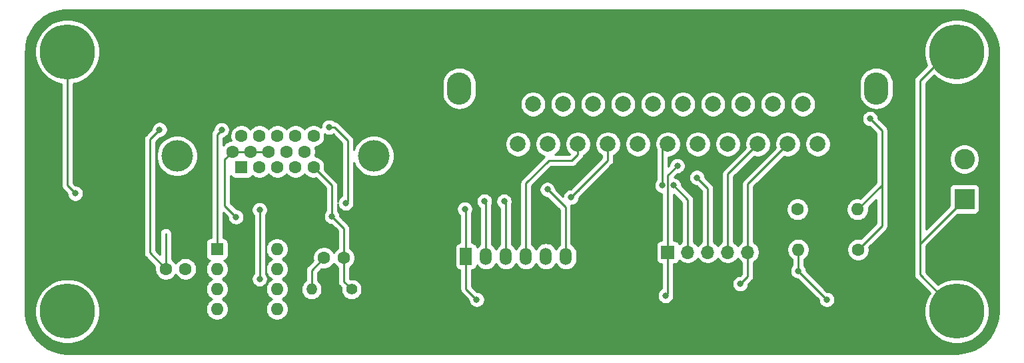
<source format=gbr>
G04 #@! TF.GenerationSoftware,KiCad,Pcbnew,5.1.6*
G04 #@! TF.CreationDate,2020-10-16T21:43:55+02:00*
G04 #@! TF.ProjectId,raveracer,72617665-7261-4636-9572-2e6b69636164,rev?*
G04 #@! TF.SameCoordinates,Original*
G04 #@! TF.FileFunction,Copper,L2,Bot*
G04 #@! TF.FilePolarity,Positive*
%FSLAX46Y46*%
G04 Gerber Fmt 4.6, Leading zero omitted, Abs format (unit mm)*
G04 Created by KiCad (PCBNEW 5.1.6) date 2020-10-16 21:43:55*
%MOMM*%
%LPD*%
G01*
G04 APERTURE LIST*
G04 #@! TA.AperFunction,ComponentPad*
%ADD10R,1.501140X2.199640*%
G04 #@! TD*
G04 #@! TA.AperFunction,ComponentPad*
%ADD11O,1.501140X2.199640*%
G04 #@! TD*
G04 #@! TA.AperFunction,ComponentPad*
%ADD12C,1.998980*%
G04 #@! TD*
G04 #@! TA.AperFunction,WasherPad*
%ADD13O,3.100000X4.100000*%
G04 #@! TD*
G04 #@! TA.AperFunction,ComponentPad*
%ADD14O,1.600000X1.600000*%
G04 #@! TD*
G04 #@! TA.AperFunction,ComponentPad*
%ADD15C,1.600000*%
G04 #@! TD*
G04 #@! TA.AperFunction,ComponentPad*
%ADD16R,1.700000X1.700000*%
G04 #@! TD*
G04 #@! TA.AperFunction,ComponentPad*
%ADD17O,1.700000X1.700000*%
G04 #@! TD*
G04 #@! TA.AperFunction,ComponentPad*
%ADD18C,4.000000*%
G04 #@! TD*
G04 #@! TA.AperFunction,ComponentPad*
%ADD19R,1.600000X1.600000*%
G04 #@! TD*
G04 #@! TA.AperFunction,ComponentPad*
%ADD20C,1.400000*%
G04 #@! TD*
G04 #@! TA.AperFunction,ComponentPad*
%ADD21O,1.400000X1.400000*%
G04 #@! TD*
G04 #@! TA.AperFunction,ComponentPad*
%ADD22C,7.000000*%
G04 #@! TD*
G04 #@! TA.AperFunction,ComponentPad*
%ADD23R,2.600000X2.600000*%
G04 #@! TD*
G04 #@! TA.AperFunction,ComponentPad*
%ADD24C,2.600000*%
G04 #@! TD*
G04 #@! TA.AperFunction,ViaPad*
%ADD25C,0.800000*%
G04 #@! TD*
G04 #@! TA.AperFunction,Conductor*
%ADD26C,0.250000*%
G04 #@! TD*
G04 #@! TA.AperFunction,NonConductor*
%ADD27C,0.254000*%
G04 #@! TD*
G04 APERTURE END LIST*
D10*
X56650000Y-78000000D03*
D11*
X59190000Y-78000000D03*
X61730000Y-78000000D03*
X64270000Y-78000000D03*
X66810000Y-78000000D03*
X69350000Y-78000000D03*
D12*
X63257600Y-63734440D03*
X65162600Y-58654440D03*
X67067600Y-63734440D03*
X68972600Y-58654440D03*
X70877600Y-63734440D03*
X72782600Y-58654440D03*
X74687600Y-63734440D03*
X76592600Y-58654440D03*
X78497600Y-63734440D03*
X80402600Y-58654440D03*
X82307600Y-63734440D03*
X84212600Y-58654440D03*
X86117600Y-63734440D03*
X88022600Y-58654440D03*
X89927600Y-63734440D03*
X91832600Y-58654440D03*
X93737600Y-63734440D03*
X95642600Y-58654440D03*
X97547600Y-63734440D03*
X99452600Y-58654440D03*
X101357600Y-63734440D03*
D13*
X55807780Y-56655460D03*
X108807420Y-56655460D03*
D14*
X106410000Y-72040000D03*
D15*
X98790000Y-72040000D03*
X106480000Y-77150000D03*
D14*
X98860000Y-77150000D03*
D16*
X82296000Y-77470000D03*
D17*
X84836000Y-77470000D03*
X87376000Y-77470000D03*
X89916000Y-77470000D03*
X92456000Y-77470000D03*
D15*
X41100000Y-78200000D03*
X38600000Y-78200000D03*
X21000000Y-79600000D03*
X18500000Y-79600000D03*
D18*
X19925000Y-65250000D03*
X44925000Y-65250000D03*
D15*
X37270000Y-62710000D03*
X34980000Y-62710000D03*
X32690000Y-62710000D03*
X30400000Y-62710000D03*
X28110000Y-62710000D03*
X36125000Y-64690000D03*
X33835000Y-64690000D03*
X31545000Y-64690000D03*
X29255000Y-64690000D03*
X26965000Y-64690000D03*
X37270000Y-66670000D03*
X34980000Y-66670000D03*
X32690000Y-66670000D03*
X30400000Y-66670000D03*
D19*
X28110000Y-66670000D03*
D20*
X42100000Y-82200000D03*
D21*
X37020000Y-82200000D03*
D19*
X25000000Y-77100000D03*
D14*
X32620000Y-84720000D03*
X25000000Y-79640000D03*
X32620000Y-82180000D03*
X25000000Y-82180000D03*
X32620000Y-79640000D03*
X25000000Y-84720000D03*
X32620000Y-77100000D03*
D22*
X6000000Y-85000000D03*
X6000000Y-52000000D03*
X119000000Y-85000000D03*
X119000000Y-52000000D03*
D23*
X119990000Y-70720000D03*
D24*
X119990000Y-65640000D03*
D25*
X83500000Y-66500000D03*
X56500000Y-72000000D03*
X58000000Y-83500000D03*
X82000000Y-83000000D03*
X59000000Y-71000000D03*
X83021000Y-69000000D03*
X81571000Y-69000000D03*
X86000000Y-68000000D03*
X61500000Y-71000000D03*
X70000000Y-70500000D03*
X39580000Y-72920000D03*
X7000000Y-70000000D03*
X102500000Y-83500000D03*
X98860000Y-79860000D03*
X91500000Y-81500000D03*
X67000000Y-69500000D03*
X27420000Y-73000000D03*
X17710000Y-61900000D03*
X108000000Y-60500000D03*
X25590000Y-61920000D03*
X30420000Y-80890000D03*
X39240000Y-61584990D03*
X41370000Y-71230000D03*
X30420000Y-72090000D03*
D26*
X82296000Y-67704000D02*
X83500000Y-66500000D01*
X82296000Y-77470000D02*
X82296000Y-67704000D01*
X56650000Y-72150000D02*
X56500000Y-72000000D01*
X56650000Y-78000000D02*
X56650000Y-72150000D01*
X56650000Y-82150000D02*
X58000000Y-83500000D01*
X56650000Y-78000000D02*
X56650000Y-82150000D01*
X82296000Y-82704000D02*
X82000000Y-83000000D01*
X82296000Y-77470000D02*
X82296000Y-82704000D01*
X84836000Y-70815000D02*
X83021000Y-69000000D01*
X84836000Y-77470000D02*
X84836000Y-70815000D01*
X59190000Y-71190000D02*
X59000000Y-71000000D01*
X59190000Y-78000000D02*
X59190000Y-71190000D01*
X81571000Y-64471040D02*
X81571000Y-69000000D01*
X82307600Y-63734440D02*
X81571000Y-64471040D01*
X87376000Y-69376000D02*
X86000000Y-68000000D01*
X87376000Y-77470000D02*
X87376000Y-69376000D01*
X61730000Y-71230000D02*
X61500000Y-71000000D01*
X61730000Y-78000000D02*
X61730000Y-71230000D01*
X70000000Y-70500000D02*
X70967600Y-69532400D01*
X74687600Y-65812400D02*
X70000000Y-70500000D01*
X74687600Y-63734440D02*
X74687600Y-65812400D01*
X41100000Y-81200000D02*
X42100000Y-82200000D01*
X41100000Y-78200000D02*
X41100000Y-81200000D01*
X41100000Y-74440000D02*
X39580000Y-72920000D01*
X41100000Y-78200000D02*
X41100000Y-74440000D01*
X39580000Y-72920000D02*
X40500000Y-73840000D01*
X90017600Y-77368400D02*
X89916000Y-77470000D01*
X64270000Y-78000000D02*
X64270000Y-68730000D01*
X64270000Y-68730000D02*
X67157600Y-65842400D01*
X6000000Y-69000000D02*
X7000000Y-70000000D01*
X6000000Y-52000000D02*
X6000000Y-69000000D01*
X118000000Y-52000000D02*
X114340000Y-55660000D01*
X114340000Y-80340000D02*
X118000000Y-84000000D01*
X114340000Y-59990000D02*
X114340000Y-59430000D01*
X114340000Y-55660000D02*
X114340000Y-59430000D01*
X114340000Y-76370000D02*
X119990000Y-70720000D01*
X114340000Y-76730000D02*
X114340000Y-76370000D01*
X114340000Y-59430000D02*
X114340000Y-76730000D01*
X114340000Y-76730000D02*
X114340000Y-80340000D01*
X98860000Y-79860000D02*
X102500000Y-83500000D01*
X98860000Y-77150000D02*
X98860000Y-79860000D01*
X92456000Y-80544000D02*
X91500000Y-81500000D01*
X92456000Y-77470000D02*
X92456000Y-80544000D01*
X69274999Y-77924999D02*
X69274999Y-71774999D01*
X69350000Y-78000000D02*
X69274999Y-77924999D01*
X69274999Y-71774999D02*
X67000000Y-69500000D01*
X18500000Y-75100000D02*
X18500000Y-79600000D01*
X67157600Y-65842400D02*
X70107600Y-65842400D01*
X70877600Y-65072400D02*
X70877600Y-63734440D01*
X70107600Y-65842400D02*
X70877600Y-65072400D01*
X89916000Y-67556040D02*
X89916000Y-77470000D01*
X93737600Y-63734440D02*
X89916000Y-67556040D01*
X31545000Y-64690000D02*
X29255000Y-64690000D01*
X29255000Y-64690000D02*
X26965000Y-64690000D01*
X26965000Y-64690000D02*
X26000000Y-65655000D01*
X26000000Y-65655000D02*
X26000000Y-71580000D01*
X26000000Y-71580000D02*
X27420000Y-73000000D01*
X39580000Y-68980000D02*
X37270000Y-66670000D01*
X39580000Y-72920000D02*
X39580000Y-68980000D01*
X92456000Y-68826040D02*
X97547600Y-63734440D01*
X92456000Y-77470000D02*
X92456000Y-68826040D01*
X18500000Y-79600000D02*
X16450000Y-77550000D01*
X16450000Y-63160000D02*
X17710000Y-61900000D01*
X16450000Y-77550000D02*
X16450000Y-63160000D01*
X108000000Y-60500000D02*
X109500000Y-62000000D01*
X109500000Y-74130000D02*
X109500000Y-73270000D01*
X106480000Y-77150000D02*
X109500000Y-74130000D01*
X109500000Y-73270000D02*
X109500000Y-72000000D01*
X109500000Y-68950000D02*
X109500000Y-67980000D01*
X106410000Y-72040000D02*
X109500000Y-68950000D01*
X109500000Y-67980000D02*
X109500000Y-72000000D01*
X109500000Y-62000000D02*
X109500000Y-67980000D01*
X37020000Y-79780000D02*
X38600000Y-78200000D01*
X37020000Y-82200000D02*
X37020000Y-79780000D01*
X25000000Y-77100000D02*
X25000000Y-75900000D01*
X25000000Y-62510000D02*
X25590000Y-61920000D01*
X25000000Y-77100000D02*
X25000000Y-62510000D01*
X39240000Y-61584990D02*
X39954990Y-61584990D01*
X39954990Y-61584990D02*
X41650000Y-63280000D01*
X41650000Y-70950000D02*
X41370000Y-71230000D01*
X41650000Y-63280000D02*
X41650000Y-70950000D01*
X30420000Y-72090000D02*
X30420000Y-80890000D01*
D27*
G36*
X119871797Y-46733902D02*
G01*
X120720182Y-46947001D01*
X121522371Y-47295803D01*
X122256818Y-47770938D01*
X122903798Y-48359646D01*
X123445946Y-49046125D01*
X123868692Y-49811928D01*
X124160684Y-50636491D01*
X124316116Y-51509076D01*
X124340000Y-52015547D01*
X124340001Y-84972899D01*
X124266098Y-85871802D01*
X124052999Y-86720180D01*
X123704197Y-87522371D01*
X123229062Y-88256818D01*
X122640354Y-88903799D01*
X121953875Y-89445946D01*
X121188076Y-89868691D01*
X120363514Y-90160683D01*
X119490925Y-90316116D01*
X118984453Y-90340000D01*
X6027089Y-90340000D01*
X5128198Y-90266098D01*
X4279820Y-90052999D01*
X3477629Y-89704197D01*
X2743182Y-89229062D01*
X2096201Y-88640354D01*
X1554054Y-87953875D01*
X1131309Y-87188076D01*
X839317Y-86363514D01*
X683884Y-85490925D01*
X660000Y-84984453D01*
X660000Y-84592738D01*
X1865000Y-84592738D01*
X1865000Y-85407262D01*
X2023906Y-86206135D01*
X2335611Y-86958657D01*
X2788136Y-87635909D01*
X3364091Y-88211864D01*
X4041343Y-88664389D01*
X4793865Y-88976094D01*
X5592738Y-89135000D01*
X6407262Y-89135000D01*
X7206135Y-88976094D01*
X7958657Y-88664389D01*
X8635909Y-88211864D01*
X9211864Y-87635909D01*
X9664389Y-86958657D01*
X9976094Y-86206135D01*
X10135000Y-85407262D01*
X10135000Y-84592738D01*
X9976094Y-83793865D01*
X9664389Y-83041343D01*
X9211864Y-82364091D01*
X8635909Y-81788136D01*
X7958657Y-81335611D01*
X7206135Y-81023906D01*
X6407262Y-80865000D01*
X5592738Y-80865000D01*
X4793865Y-81023906D01*
X4041343Y-81335611D01*
X3364091Y-81788136D01*
X2788136Y-82364091D01*
X2335611Y-83041343D01*
X2023906Y-83793865D01*
X1865000Y-84592738D01*
X660000Y-84592738D01*
X660000Y-52027089D01*
X695710Y-51592738D01*
X1865000Y-51592738D01*
X1865000Y-52407262D01*
X2023906Y-53206135D01*
X2335611Y-53958657D01*
X2788136Y-54635909D01*
X3364091Y-55211864D01*
X4041343Y-55664389D01*
X4793865Y-55976094D01*
X5240000Y-56064836D01*
X5240001Y-68962667D01*
X5236324Y-69000000D01*
X5250998Y-69148985D01*
X5294454Y-69292246D01*
X5365026Y-69424276D01*
X5398448Y-69465000D01*
X5460000Y-69540001D01*
X5488998Y-69563799D01*
X5965000Y-70039802D01*
X5965000Y-70101939D01*
X6004774Y-70301898D01*
X6082795Y-70490256D01*
X6196063Y-70659774D01*
X6340226Y-70803937D01*
X6509744Y-70917205D01*
X6698102Y-70995226D01*
X6898061Y-71035000D01*
X7101939Y-71035000D01*
X7301898Y-70995226D01*
X7490256Y-70917205D01*
X7659774Y-70803937D01*
X7803937Y-70659774D01*
X7917205Y-70490256D01*
X7995226Y-70301898D01*
X8035000Y-70101939D01*
X8035000Y-69898061D01*
X7995226Y-69698102D01*
X7917205Y-69509744D01*
X7803937Y-69340226D01*
X7659774Y-69196063D01*
X7490256Y-69082795D01*
X7301898Y-69004774D01*
X7101939Y-68965000D01*
X7039802Y-68965000D01*
X6760000Y-68685199D01*
X6760000Y-63160000D01*
X15686324Y-63160000D01*
X15690001Y-63197332D01*
X15690000Y-77512678D01*
X15686324Y-77550000D01*
X15690000Y-77587322D01*
X15690000Y-77587332D01*
X15700997Y-77698985D01*
X15744454Y-77842246D01*
X15815026Y-77974276D01*
X15836137Y-77999999D01*
X15909999Y-78090001D01*
X15939003Y-78113804D01*
X17101312Y-79276114D01*
X17065000Y-79458665D01*
X17065000Y-79741335D01*
X17120147Y-80018574D01*
X17228320Y-80279727D01*
X17385363Y-80514759D01*
X17585241Y-80714637D01*
X17820273Y-80871680D01*
X18081426Y-80979853D01*
X18358665Y-81035000D01*
X18641335Y-81035000D01*
X18918574Y-80979853D01*
X19179727Y-80871680D01*
X19414759Y-80714637D01*
X19614637Y-80514759D01*
X19750000Y-80312173D01*
X19885363Y-80514759D01*
X20085241Y-80714637D01*
X20320273Y-80871680D01*
X20581426Y-80979853D01*
X20858665Y-81035000D01*
X21141335Y-81035000D01*
X21418574Y-80979853D01*
X21679727Y-80871680D01*
X21914759Y-80714637D01*
X22114637Y-80514759D01*
X22271680Y-80279727D01*
X22379853Y-80018574D01*
X22435000Y-79741335D01*
X22435000Y-79458665D01*
X22379853Y-79181426D01*
X22271680Y-78920273D01*
X22114637Y-78685241D01*
X21914759Y-78485363D01*
X21679727Y-78328320D01*
X21418574Y-78220147D01*
X21141335Y-78165000D01*
X20858665Y-78165000D01*
X20581426Y-78220147D01*
X20320273Y-78328320D01*
X20085241Y-78485363D01*
X19885363Y-78685241D01*
X19750000Y-78887827D01*
X19614637Y-78685241D01*
X19414759Y-78485363D01*
X19260000Y-78381957D01*
X19260000Y-76300000D01*
X23561928Y-76300000D01*
X23561928Y-77900000D01*
X23574188Y-78024482D01*
X23610498Y-78144180D01*
X23669463Y-78254494D01*
X23748815Y-78351185D01*
X23845506Y-78430537D01*
X23955820Y-78489502D01*
X24075518Y-78525812D01*
X24083961Y-78526643D01*
X23885363Y-78725241D01*
X23728320Y-78960273D01*
X23620147Y-79221426D01*
X23565000Y-79498665D01*
X23565000Y-79781335D01*
X23620147Y-80058574D01*
X23728320Y-80319727D01*
X23885363Y-80554759D01*
X24085241Y-80754637D01*
X24317759Y-80910000D01*
X24085241Y-81065363D01*
X23885363Y-81265241D01*
X23728320Y-81500273D01*
X23620147Y-81761426D01*
X23565000Y-82038665D01*
X23565000Y-82321335D01*
X23620147Y-82598574D01*
X23728320Y-82859727D01*
X23885363Y-83094759D01*
X24085241Y-83294637D01*
X24317759Y-83450000D01*
X24085241Y-83605363D01*
X23885363Y-83805241D01*
X23728320Y-84040273D01*
X23620147Y-84301426D01*
X23565000Y-84578665D01*
X23565000Y-84861335D01*
X23620147Y-85138574D01*
X23728320Y-85399727D01*
X23885363Y-85634759D01*
X24085241Y-85834637D01*
X24320273Y-85991680D01*
X24581426Y-86099853D01*
X24858665Y-86155000D01*
X25141335Y-86155000D01*
X25418574Y-86099853D01*
X25679727Y-85991680D01*
X25914759Y-85834637D01*
X26114637Y-85634759D01*
X26271680Y-85399727D01*
X26379853Y-85138574D01*
X26435000Y-84861335D01*
X26435000Y-84578665D01*
X26379853Y-84301426D01*
X26271680Y-84040273D01*
X26114637Y-83805241D01*
X25914759Y-83605363D01*
X25682241Y-83450000D01*
X25914759Y-83294637D01*
X26114637Y-83094759D01*
X26271680Y-82859727D01*
X26379853Y-82598574D01*
X26435000Y-82321335D01*
X26435000Y-82038665D01*
X26379853Y-81761426D01*
X26271680Y-81500273D01*
X26114637Y-81265241D01*
X25914759Y-81065363D01*
X25682241Y-80910000D01*
X25914759Y-80754637D01*
X26114637Y-80554759D01*
X26271680Y-80319727D01*
X26379853Y-80058574D01*
X26435000Y-79781335D01*
X26435000Y-79498665D01*
X26379853Y-79221426D01*
X26271680Y-78960273D01*
X26114637Y-78725241D01*
X25916039Y-78526643D01*
X25924482Y-78525812D01*
X26044180Y-78489502D01*
X26154494Y-78430537D01*
X26251185Y-78351185D01*
X26330537Y-78254494D01*
X26389502Y-78144180D01*
X26425812Y-78024482D01*
X26438072Y-77900000D01*
X26438072Y-76300000D01*
X26425812Y-76175518D01*
X26389502Y-76055820D01*
X26330537Y-75945506D01*
X26251185Y-75848815D01*
X26154494Y-75769463D01*
X26044180Y-75710498D01*
X25924482Y-75674188D01*
X25800000Y-75661928D01*
X25760000Y-75661928D01*
X25760000Y-72414801D01*
X26385000Y-73039802D01*
X26385000Y-73101939D01*
X26424774Y-73301898D01*
X26502795Y-73490256D01*
X26616063Y-73659774D01*
X26760226Y-73803937D01*
X26929744Y-73917205D01*
X27118102Y-73995226D01*
X27318061Y-74035000D01*
X27521939Y-74035000D01*
X27721898Y-73995226D01*
X27910256Y-73917205D01*
X28079774Y-73803937D01*
X28223937Y-73659774D01*
X28337205Y-73490256D01*
X28415226Y-73301898D01*
X28455000Y-73101939D01*
X28455000Y-72898061D01*
X28415226Y-72698102D01*
X28337205Y-72509744D01*
X28223937Y-72340226D01*
X28079774Y-72196063D01*
X27910256Y-72082795D01*
X27721898Y-72004774D01*
X27637876Y-71988061D01*
X29385000Y-71988061D01*
X29385000Y-72191939D01*
X29424774Y-72391898D01*
X29502795Y-72580256D01*
X29616063Y-72749774D01*
X29660000Y-72793711D01*
X29660001Y-80186288D01*
X29616063Y-80230226D01*
X29502795Y-80399744D01*
X29424774Y-80588102D01*
X29385000Y-80788061D01*
X29385000Y-80991939D01*
X29424774Y-81191898D01*
X29502795Y-81380256D01*
X29616063Y-81549774D01*
X29760226Y-81693937D01*
X29929744Y-81807205D01*
X30118102Y-81885226D01*
X30318061Y-81925000D01*
X30521939Y-81925000D01*
X30721898Y-81885226D01*
X30910256Y-81807205D01*
X31079774Y-81693937D01*
X31223937Y-81549774D01*
X31337205Y-81380256D01*
X31415226Y-81191898D01*
X31455000Y-80991939D01*
X31455000Y-80788061D01*
X31415226Y-80588102D01*
X31337205Y-80399744D01*
X31223937Y-80230226D01*
X31180000Y-80186289D01*
X31180000Y-76958665D01*
X31185000Y-76958665D01*
X31185000Y-77241335D01*
X31240147Y-77518574D01*
X31348320Y-77779727D01*
X31505363Y-78014759D01*
X31705241Y-78214637D01*
X31937759Y-78370000D01*
X31705241Y-78525363D01*
X31505363Y-78725241D01*
X31348320Y-78960273D01*
X31240147Y-79221426D01*
X31185000Y-79498665D01*
X31185000Y-79781335D01*
X31240147Y-80058574D01*
X31348320Y-80319727D01*
X31505363Y-80554759D01*
X31705241Y-80754637D01*
X31937759Y-80910000D01*
X31705241Y-81065363D01*
X31505363Y-81265241D01*
X31348320Y-81500273D01*
X31240147Y-81761426D01*
X31185000Y-82038665D01*
X31185000Y-82321335D01*
X31240147Y-82598574D01*
X31348320Y-82859727D01*
X31505363Y-83094759D01*
X31705241Y-83294637D01*
X31937759Y-83450000D01*
X31705241Y-83605363D01*
X31505363Y-83805241D01*
X31348320Y-84040273D01*
X31240147Y-84301426D01*
X31185000Y-84578665D01*
X31185000Y-84861335D01*
X31240147Y-85138574D01*
X31348320Y-85399727D01*
X31505363Y-85634759D01*
X31705241Y-85834637D01*
X31940273Y-85991680D01*
X32201426Y-86099853D01*
X32478665Y-86155000D01*
X32761335Y-86155000D01*
X33038574Y-86099853D01*
X33299727Y-85991680D01*
X33534759Y-85834637D01*
X33734637Y-85634759D01*
X33891680Y-85399727D01*
X33999853Y-85138574D01*
X34055000Y-84861335D01*
X34055000Y-84578665D01*
X33999853Y-84301426D01*
X33891680Y-84040273D01*
X33734637Y-83805241D01*
X33534759Y-83605363D01*
X33302241Y-83450000D01*
X33534759Y-83294637D01*
X33734637Y-83094759D01*
X33891680Y-82859727D01*
X33999853Y-82598574D01*
X34055000Y-82321335D01*
X34055000Y-82038665D01*
X33999853Y-81761426D01*
X33891680Y-81500273D01*
X33734637Y-81265241D01*
X33534759Y-81065363D01*
X33302241Y-80910000D01*
X33534759Y-80754637D01*
X33734637Y-80554759D01*
X33891680Y-80319727D01*
X33999853Y-80058574D01*
X34055000Y-79781335D01*
X34055000Y-79498665D01*
X33999853Y-79221426D01*
X33891680Y-78960273D01*
X33734637Y-78725241D01*
X33534759Y-78525363D01*
X33302241Y-78370000D01*
X33534759Y-78214637D01*
X33734637Y-78014759D01*
X33891680Y-77779727D01*
X33999853Y-77518574D01*
X34055000Y-77241335D01*
X34055000Y-76958665D01*
X33999853Y-76681426D01*
X33891680Y-76420273D01*
X33734637Y-76185241D01*
X33534759Y-75985363D01*
X33299727Y-75828320D01*
X33038574Y-75720147D01*
X32761335Y-75665000D01*
X32478665Y-75665000D01*
X32201426Y-75720147D01*
X31940273Y-75828320D01*
X31705241Y-75985363D01*
X31505363Y-76185241D01*
X31348320Y-76420273D01*
X31240147Y-76681426D01*
X31185000Y-76958665D01*
X31180000Y-76958665D01*
X31180000Y-72793711D01*
X31223937Y-72749774D01*
X31337205Y-72580256D01*
X31415226Y-72391898D01*
X31455000Y-72191939D01*
X31455000Y-71988061D01*
X31415226Y-71788102D01*
X31337205Y-71599744D01*
X31223937Y-71430226D01*
X31079774Y-71286063D01*
X30910256Y-71172795D01*
X30721898Y-71094774D01*
X30521939Y-71055000D01*
X30318061Y-71055000D01*
X30118102Y-71094774D01*
X29929744Y-71172795D01*
X29760226Y-71286063D01*
X29616063Y-71430226D01*
X29502795Y-71599744D01*
X29424774Y-71788102D01*
X29385000Y-71988061D01*
X27637876Y-71988061D01*
X27521939Y-71965000D01*
X27459802Y-71965000D01*
X26760000Y-71265199D01*
X26760000Y-67788082D01*
X26779463Y-67824494D01*
X26858815Y-67921185D01*
X26955506Y-68000537D01*
X27065820Y-68059502D01*
X27185518Y-68095812D01*
X27310000Y-68108072D01*
X28910000Y-68108072D01*
X29034482Y-68095812D01*
X29154180Y-68059502D01*
X29264494Y-68000537D01*
X29361185Y-67921185D01*
X29440537Y-67824494D01*
X29469992Y-67769388D01*
X29485241Y-67784637D01*
X29720273Y-67941680D01*
X29981426Y-68049853D01*
X30258665Y-68105000D01*
X30541335Y-68105000D01*
X30818574Y-68049853D01*
X31079727Y-67941680D01*
X31314759Y-67784637D01*
X31514637Y-67584759D01*
X31545000Y-67539317D01*
X31575363Y-67584759D01*
X31775241Y-67784637D01*
X32010273Y-67941680D01*
X32271426Y-68049853D01*
X32548665Y-68105000D01*
X32831335Y-68105000D01*
X33108574Y-68049853D01*
X33369727Y-67941680D01*
X33604759Y-67784637D01*
X33804637Y-67584759D01*
X33835000Y-67539317D01*
X33865363Y-67584759D01*
X34065241Y-67784637D01*
X34300273Y-67941680D01*
X34561426Y-68049853D01*
X34838665Y-68105000D01*
X35121335Y-68105000D01*
X35398574Y-68049853D01*
X35659727Y-67941680D01*
X35894759Y-67784637D01*
X36094637Y-67584759D01*
X36125000Y-67539317D01*
X36155363Y-67584759D01*
X36355241Y-67784637D01*
X36590273Y-67941680D01*
X36851426Y-68049853D01*
X37128665Y-68105000D01*
X37411335Y-68105000D01*
X37593886Y-68068688D01*
X38820001Y-69294803D01*
X38820000Y-72216289D01*
X38776063Y-72260226D01*
X38662795Y-72429744D01*
X38584774Y-72618102D01*
X38545000Y-72818061D01*
X38545000Y-73021939D01*
X38584774Y-73221898D01*
X38662795Y-73410256D01*
X38776063Y-73579774D01*
X38920226Y-73723937D01*
X39089744Y-73837205D01*
X39278102Y-73915226D01*
X39478061Y-73955000D01*
X39540198Y-73955000D01*
X39988996Y-74403799D01*
X39989004Y-74403805D01*
X40340001Y-74754803D01*
X40340000Y-76981956D01*
X40185241Y-77085363D01*
X39985363Y-77285241D01*
X39850000Y-77487827D01*
X39714637Y-77285241D01*
X39514759Y-77085363D01*
X39279727Y-76928320D01*
X39018574Y-76820147D01*
X38741335Y-76765000D01*
X38458665Y-76765000D01*
X38181426Y-76820147D01*
X37920273Y-76928320D01*
X37685241Y-77085363D01*
X37485363Y-77285241D01*
X37328320Y-77520273D01*
X37220147Y-77781426D01*
X37165000Y-78058665D01*
X37165000Y-78341335D01*
X37201312Y-78523886D01*
X36508998Y-79216201D01*
X36480000Y-79239999D01*
X36456202Y-79268997D01*
X36456201Y-79268998D01*
X36385026Y-79355724D01*
X36314454Y-79487754D01*
X36295268Y-79551005D01*
X36270998Y-79631014D01*
X36261679Y-79725632D01*
X36256324Y-79780000D01*
X36260001Y-79817332D01*
X36260000Y-81102225D01*
X36168987Y-81163038D01*
X35983038Y-81348987D01*
X35836939Y-81567641D01*
X35736304Y-81810595D01*
X35685000Y-82068514D01*
X35685000Y-82331486D01*
X35736304Y-82589405D01*
X35836939Y-82832359D01*
X35983038Y-83051013D01*
X36168987Y-83236962D01*
X36387641Y-83383061D01*
X36630595Y-83483696D01*
X36888514Y-83535000D01*
X37151486Y-83535000D01*
X37409405Y-83483696D01*
X37652359Y-83383061D01*
X37871013Y-83236962D01*
X38056962Y-83051013D01*
X38203061Y-82832359D01*
X38303696Y-82589405D01*
X38355000Y-82331486D01*
X38355000Y-82068514D01*
X38303696Y-81810595D01*
X38203061Y-81567641D01*
X38056962Y-81348987D01*
X37871013Y-81163038D01*
X37780000Y-81102225D01*
X37780000Y-80094801D01*
X38276114Y-79598688D01*
X38458665Y-79635000D01*
X38741335Y-79635000D01*
X39018574Y-79579853D01*
X39279727Y-79471680D01*
X39514759Y-79314637D01*
X39714637Y-79114759D01*
X39850000Y-78912173D01*
X39985363Y-79114759D01*
X40185241Y-79314637D01*
X40340000Y-79418044D01*
X40340001Y-81162668D01*
X40336324Y-81200000D01*
X40340001Y-81237333D01*
X40350998Y-81348986D01*
X40362324Y-81386324D01*
X40394454Y-81492246D01*
X40465026Y-81624276D01*
X40518142Y-81688997D01*
X40560000Y-81740001D01*
X40588998Y-81763799D01*
X40786355Y-81961156D01*
X40765000Y-82068514D01*
X40765000Y-82331486D01*
X40816304Y-82589405D01*
X40916939Y-82832359D01*
X41063038Y-83051013D01*
X41248987Y-83236962D01*
X41467641Y-83383061D01*
X41710595Y-83483696D01*
X41968514Y-83535000D01*
X42231486Y-83535000D01*
X42489405Y-83483696D01*
X42732359Y-83383061D01*
X42951013Y-83236962D01*
X43136962Y-83051013D01*
X43283061Y-82832359D01*
X43383696Y-82589405D01*
X43435000Y-82331486D01*
X43435000Y-82068514D01*
X43383696Y-81810595D01*
X43283061Y-81567641D01*
X43136962Y-81348987D01*
X42951013Y-81163038D01*
X42732359Y-81016939D01*
X42489405Y-80916304D01*
X42231486Y-80865000D01*
X41968514Y-80865000D01*
X41861156Y-80886355D01*
X41860000Y-80885199D01*
X41860000Y-79418043D01*
X42014759Y-79314637D01*
X42214637Y-79114759D01*
X42371680Y-78879727D01*
X42479853Y-78618574D01*
X42535000Y-78341335D01*
X42535000Y-78058665D01*
X42479853Y-77781426D01*
X42371680Y-77520273D01*
X42214637Y-77285241D01*
X42014759Y-77085363D01*
X41860000Y-76981957D01*
X41860000Y-76900180D01*
X55261358Y-76900180D01*
X55261358Y-79099820D01*
X55273618Y-79224302D01*
X55309928Y-79344000D01*
X55368893Y-79454314D01*
X55448245Y-79551005D01*
X55544936Y-79630357D01*
X55655250Y-79689322D01*
X55774948Y-79725632D01*
X55890000Y-79736963D01*
X55890001Y-82112668D01*
X55886324Y-82150000D01*
X55890001Y-82187333D01*
X55900998Y-82298986D01*
X55910857Y-82331486D01*
X55944454Y-82442246D01*
X56015026Y-82574276D01*
X56086201Y-82661002D01*
X56110000Y-82690001D01*
X56138998Y-82713799D01*
X56965000Y-83539802D01*
X56965000Y-83601939D01*
X57004774Y-83801898D01*
X57082795Y-83990256D01*
X57196063Y-84159774D01*
X57340226Y-84303937D01*
X57509744Y-84417205D01*
X57698102Y-84495226D01*
X57898061Y-84535000D01*
X58101939Y-84535000D01*
X58301898Y-84495226D01*
X58490256Y-84417205D01*
X58659774Y-84303937D01*
X58803937Y-84159774D01*
X58917205Y-83990256D01*
X58995226Y-83801898D01*
X59035000Y-83601939D01*
X59035000Y-83398061D01*
X58995226Y-83198102D01*
X58917205Y-83009744D01*
X58803937Y-82840226D01*
X58659774Y-82696063D01*
X58490256Y-82582795D01*
X58301898Y-82504774D01*
X58101939Y-82465000D01*
X58039802Y-82465000D01*
X57410000Y-81835199D01*
X57410000Y-79736963D01*
X57525052Y-79725632D01*
X57644750Y-79689322D01*
X57755064Y-79630357D01*
X57851755Y-79551005D01*
X57931107Y-79454314D01*
X57990072Y-79344000D01*
X58026382Y-79224302D01*
X58035953Y-79127126D01*
X58205515Y-79333736D01*
X58416495Y-79506884D01*
X58657201Y-79635543D01*
X58918382Y-79714772D01*
X59190000Y-79741524D01*
X59461619Y-79714772D01*
X59722800Y-79635543D01*
X59963506Y-79506884D01*
X60174486Y-79333736D01*
X60347634Y-79122756D01*
X60460000Y-78912532D01*
X60572366Y-79122756D01*
X60745515Y-79333736D01*
X60956495Y-79506884D01*
X61197201Y-79635543D01*
X61458382Y-79714772D01*
X61730000Y-79741524D01*
X62001619Y-79714772D01*
X62262800Y-79635543D01*
X62503506Y-79506884D01*
X62714486Y-79333736D01*
X62887634Y-79122756D01*
X63000000Y-78912532D01*
X63112366Y-79122756D01*
X63285515Y-79333736D01*
X63496495Y-79506884D01*
X63737201Y-79635543D01*
X63998382Y-79714772D01*
X64270000Y-79741524D01*
X64541619Y-79714772D01*
X64802800Y-79635543D01*
X65043506Y-79506884D01*
X65254486Y-79333736D01*
X65427634Y-79122756D01*
X65540000Y-78912532D01*
X65652366Y-79122756D01*
X65825515Y-79333736D01*
X66036495Y-79506884D01*
X66277201Y-79635543D01*
X66538382Y-79714772D01*
X66810000Y-79741524D01*
X67081619Y-79714772D01*
X67342800Y-79635543D01*
X67583506Y-79506884D01*
X67794486Y-79333736D01*
X67967634Y-79122756D01*
X68080000Y-78912532D01*
X68192366Y-79122756D01*
X68365515Y-79333736D01*
X68576495Y-79506884D01*
X68817201Y-79635543D01*
X69078382Y-79714772D01*
X69350000Y-79741524D01*
X69621619Y-79714772D01*
X69882800Y-79635543D01*
X70123506Y-79506884D01*
X70334486Y-79333736D01*
X70507634Y-79122756D01*
X70636293Y-78882050D01*
X70715522Y-78620868D01*
X70735570Y-78417316D01*
X70735570Y-77582683D01*
X70715522Y-77379131D01*
X70636293Y-77117950D01*
X70507634Y-76877244D01*
X70334485Y-76666264D01*
X70123505Y-76493116D01*
X70034999Y-76445809D01*
X70034999Y-71812321D01*
X70038675Y-71774998D01*
X70034999Y-71737675D01*
X70034999Y-71737666D01*
X70024002Y-71626013D01*
X69996394Y-71535000D01*
X70101939Y-71535000D01*
X70301898Y-71495226D01*
X70490256Y-71417205D01*
X70659774Y-71303937D01*
X70803937Y-71159774D01*
X70917205Y-70990256D01*
X70995226Y-70801898D01*
X71035000Y-70601939D01*
X71035000Y-70539802D01*
X72676741Y-68898061D01*
X80536000Y-68898061D01*
X80536000Y-69101939D01*
X80575774Y-69301898D01*
X80653795Y-69490256D01*
X80767063Y-69659774D01*
X80911226Y-69803937D01*
X81080744Y-69917205D01*
X81269102Y-69995226D01*
X81469061Y-70035000D01*
X81536001Y-70035000D01*
X81536000Y-75981928D01*
X81446000Y-75981928D01*
X81321518Y-75994188D01*
X81201820Y-76030498D01*
X81091506Y-76089463D01*
X80994815Y-76168815D01*
X80915463Y-76265506D01*
X80856498Y-76375820D01*
X80820188Y-76495518D01*
X80807928Y-76620000D01*
X80807928Y-78320000D01*
X80820188Y-78444482D01*
X80856498Y-78564180D01*
X80915463Y-78674494D01*
X80994815Y-78771185D01*
X81091506Y-78850537D01*
X81201820Y-78909502D01*
X81321518Y-78945812D01*
X81446000Y-78958072D01*
X81536000Y-78958072D01*
X81536001Y-82071919D01*
X81509744Y-82082795D01*
X81340226Y-82196063D01*
X81196063Y-82340226D01*
X81082795Y-82509744D01*
X81004774Y-82698102D01*
X80965000Y-82898061D01*
X80965000Y-83101939D01*
X81004774Y-83301898D01*
X81082795Y-83490256D01*
X81196063Y-83659774D01*
X81340226Y-83803937D01*
X81509744Y-83917205D01*
X81698102Y-83995226D01*
X81898061Y-84035000D01*
X82101939Y-84035000D01*
X82301898Y-83995226D01*
X82490256Y-83917205D01*
X82659774Y-83803937D01*
X82803937Y-83659774D01*
X82917205Y-83490256D01*
X82995226Y-83301898D01*
X83035000Y-83101939D01*
X83035000Y-82898061D01*
X83033546Y-82890754D01*
X83045003Y-82852986D01*
X83056000Y-82741333D01*
X83056000Y-82741324D01*
X83059676Y-82704001D01*
X83056000Y-82666678D01*
X83056000Y-78958072D01*
X83146000Y-78958072D01*
X83270482Y-78945812D01*
X83390180Y-78909502D01*
X83500494Y-78850537D01*
X83597185Y-78771185D01*
X83676537Y-78674494D01*
X83735502Y-78564180D01*
X83757513Y-78491620D01*
X83889368Y-78623475D01*
X84132589Y-78785990D01*
X84402842Y-78897932D01*
X84689740Y-78955000D01*
X84982260Y-78955000D01*
X85269158Y-78897932D01*
X85539411Y-78785990D01*
X85782632Y-78623475D01*
X85989475Y-78416632D01*
X86106000Y-78242240D01*
X86222525Y-78416632D01*
X86429368Y-78623475D01*
X86672589Y-78785990D01*
X86942842Y-78897932D01*
X87229740Y-78955000D01*
X87522260Y-78955000D01*
X87809158Y-78897932D01*
X88079411Y-78785990D01*
X88322632Y-78623475D01*
X88529475Y-78416632D01*
X88646000Y-78242240D01*
X88762525Y-78416632D01*
X88969368Y-78623475D01*
X89212589Y-78785990D01*
X89482842Y-78897932D01*
X89769740Y-78955000D01*
X90062260Y-78955000D01*
X90349158Y-78897932D01*
X90619411Y-78785990D01*
X90862632Y-78623475D01*
X91069475Y-78416632D01*
X91186000Y-78242240D01*
X91302525Y-78416632D01*
X91509368Y-78623475D01*
X91696000Y-78748179D01*
X91696001Y-80229197D01*
X91460198Y-80465000D01*
X91398061Y-80465000D01*
X91198102Y-80504774D01*
X91009744Y-80582795D01*
X90840226Y-80696063D01*
X90696063Y-80840226D01*
X90582795Y-81009744D01*
X90504774Y-81198102D01*
X90465000Y-81398061D01*
X90465000Y-81601939D01*
X90504774Y-81801898D01*
X90582795Y-81990256D01*
X90696063Y-82159774D01*
X90840226Y-82303937D01*
X91009744Y-82417205D01*
X91198102Y-82495226D01*
X91398061Y-82535000D01*
X91601939Y-82535000D01*
X91801898Y-82495226D01*
X91990256Y-82417205D01*
X92159774Y-82303937D01*
X92303937Y-82159774D01*
X92417205Y-81990256D01*
X92495226Y-81801898D01*
X92535000Y-81601939D01*
X92535000Y-81539802D01*
X92967003Y-81107799D01*
X92996001Y-81084001D01*
X93090974Y-80968276D01*
X93161546Y-80836247D01*
X93205003Y-80692986D01*
X93216000Y-80581333D01*
X93216000Y-80581324D01*
X93219676Y-80544001D01*
X93216000Y-80506678D01*
X93216000Y-78748178D01*
X93402632Y-78623475D01*
X93609475Y-78416632D01*
X93771990Y-78173411D01*
X93883932Y-77903158D01*
X93941000Y-77616260D01*
X93941000Y-77323740D01*
X93883932Y-77036842D01*
X93872261Y-77008665D01*
X97425000Y-77008665D01*
X97425000Y-77291335D01*
X97480147Y-77568574D01*
X97588320Y-77829727D01*
X97745363Y-78064759D01*
X97945241Y-78264637D01*
X98100000Y-78368044D01*
X98100001Y-79156288D01*
X98056063Y-79200226D01*
X97942795Y-79369744D01*
X97864774Y-79558102D01*
X97825000Y-79758061D01*
X97825000Y-79961939D01*
X97864774Y-80161898D01*
X97942795Y-80350256D01*
X98056063Y-80519774D01*
X98200226Y-80663937D01*
X98369744Y-80777205D01*
X98558102Y-80855226D01*
X98758061Y-80895000D01*
X98820199Y-80895000D01*
X101465000Y-83539802D01*
X101465000Y-83601939D01*
X101504774Y-83801898D01*
X101582795Y-83990256D01*
X101696063Y-84159774D01*
X101840226Y-84303937D01*
X102009744Y-84417205D01*
X102198102Y-84495226D01*
X102398061Y-84535000D01*
X102601939Y-84535000D01*
X102801898Y-84495226D01*
X102990256Y-84417205D01*
X103159774Y-84303937D01*
X103303937Y-84159774D01*
X103417205Y-83990256D01*
X103495226Y-83801898D01*
X103535000Y-83601939D01*
X103535000Y-83398061D01*
X103495226Y-83198102D01*
X103417205Y-83009744D01*
X103303937Y-82840226D01*
X103159774Y-82696063D01*
X102990256Y-82582795D01*
X102801898Y-82504774D01*
X102601939Y-82465000D01*
X102539802Y-82465000D01*
X99895000Y-79820199D01*
X99895000Y-79758061D01*
X99855226Y-79558102D01*
X99777205Y-79369744D01*
X99663937Y-79200226D01*
X99620000Y-79156289D01*
X99620000Y-78368043D01*
X99774759Y-78264637D01*
X99974637Y-78064759D01*
X100131680Y-77829727D01*
X100239853Y-77568574D01*
X100295000Y-77291335D01*
X100295000Y-77008665D01*
X100239853Y-76731426D01*
X100131680Y-76470273D01*
X99974637Y-76235241D01*
X99774759Y-76035363D01*
X99539727Y-75878320D01*
X99278574Y-75770147D01*
X99001335Y-75715000D01*
X98718665Y-75715000D01*
X98441426Y-75770147D01*
X98180273Y-75878320D01*
X97945241Y-76035363D01*
X97745363Y-76235241D01*
X97588320Y-76470273D01*
X97480147Y-76731426D01*
X97425000Y-77008665D01*
X93872261Y-77008665D01*
X93771990Y-76766589D01*
X93609475Y-76523368D01*
X93402632Y-76316525D01*
X93216000Y-76191822D01*
X93216000Y-71898665D01*
X97355000Y-71898665D01*
X97355000Y-72181335D01*
X97410147Y-72458574D01*
X97518320Y-72719727D01*
X97675363Y-72954759D01*
X97875241Y-73154637D01*
X98110273Y-73311680D01*
X98371426Y-73419853D01*
X98648665Y-73475000D01*
X98931335Y-73475000D01*
X99208574Y-73419853D01*
X99469727Y-73311680D01*
X99704759Y-73154637D01*
X99904637Y-72954759D01*
X100061680Y-72719727D01*
X100169853Y-72458574D01*
X100225000Y-72181335D01*
X100225000Y-71898665D01*
X104975000Y-71898665D01*
X104975000Y-72181335D01*
X105030147Y-72458574D01*
X105138320Y-72719727D01*
X105295363Y-72954759D01*
X105495241Y-73154637D01*
X105730273Y-73311680D01*
X105991426Y-73419853D01*
X106268665Y-73475000D01*
X106551335Y-73475000D01*
X106828574Y-73419853D01*
X107089727Y-73311680D01*
X107324759Y-73154637D01*
X107524637Y-72954759D01*
X107681680Y-72719727D01*
X107789853Y-72458574D01*
X107845000Y-72181335D01*
X107845000Y-71898665D01*
X107808688Y-71716114D01*
X108740001Y-70784801D01*
X108740001Y-71962667D01*
X108740000Y-73232666D01*
X108740000Y-73815198D01*
X106803886Y-75751312D01*
X106621335Y-75715000D01*
X106338665Y-75715000D01*
X106061426Y-75770147D01*
X105800273Y-75878320D01*
X105565241Y-76035363D01*
X105365363Y-76235241D01*
X105208320Y-76470273D01*
X105100147Y-76731426D01*
X105045000Y-77008665D01*
X105045000Y-77291335D01*
X105100147Y-77568574D01*
X105208320Y-77829727D01*
X105365363Y-78064759D01*
X105565241Y-78264637D01*
X105800273Y-78421680D01*
X106061426Y-78529853D01*
X106338665Y-78585000D01*
X106621335Y-78585000D01*
X106898574Y-78529853D01*
X107159727Y-78421680D01*
X107394759Y-78264637D01*
X107594637Y-78064759D01*
X107751680Y-77829727D01*
X107859853Y-77568574D01*
X107915000Y-77291335D01*
X107915000Y-77008665D01*
X107878688Y-76826114D01*
X110011004Y-74693798D01*
X110040001Y-74670001D01*
X110066332Y-74637917D01*
X110134974Y-74554277D01*
X110205546Y-74422247D01*
X110231610Y-74336323D01*
X110249003Y-74278986D01*
X110260000Y-74167333D01*
X110260000Y-74167323D01*
X110263676Y-74130000D01*
X110260000Y-74092677D01*
X110260000Y-68987323D01*
X110263676Y-68950000D01*
X110260000Y-68912677D01*
X110260000Y-62037322D01*
X110263676Y-61999999D01*
X110260000Y-61962676D01*
X110260000Y-61962667D01*
X110249003Y-61851014D01*
X110205546Y-61707753D01*
X110134974Y-61575724D01*
X110040001Y-61459999D01*
X110011004Y-61436202D01*
X109035000Y-60460199D01*
X109035000Y-60398061D01*
X108995226Y-60198102D01*
X108917205Y-60009744D01*
X108803937Y-59840226D01*
X108659774Y-59696063D01*
X108490256Y-59582795D01*
X108301898Y-59504774D01*
X108101939Y-59465000D01*
X107898061Y-59465000D01*
X107698102Y-59504774D01*
X107509744Y-59582795D01*
X107340226Y-59696063D01*
X107196063Y-59840226D01*
X107082795Y-60009744D01*
X107004774Y-60198102D01*
X106965000Y-60398061D01*
X106965000Y-60601939D01*
X107004774Y-60801898D01*
X107082795Y-60990256D01*
X107196063Y-61159774D01*
X107340226Y-61303937D01*
X107509744Y-61417205D01*
X107698102Y-61495226D01*
X107898061Y-61535000D01*
X107960199Y-61535000D01*
X108740000Y-62314802D01*
X108740001Y-67942658D01*
X108740000Y-67942668D01*
X108740000Y-68635198D01*
X106733886Y-70641312D01*
X106551335Y-70605000D01*
X106268665Y-70605000D01*
X105991426Y-70660147D01*
X105730273Y-70768320D01*
X105495241Y-70925363D01*
X105295363Y-71125241D01*
X105138320Y-71360273D01*
X105030147Y-71621426D01*
X104975000Y-71898665D01*
X100225000Y-71898665D01*
X100169853Y-71621426D01*
X100061680Y-71360273D01*
X99904637Y-71125241D01*
X99704759Y-70925363D01*
X99469727Y-70768320D01*
X99208574Y-70660147D01*
X98931335Y-70605000D01*
X98648665Y-70605000D01*
X98371426Y-70660147D01*
X98110273Y-70768320D01*
X97875241Y-70925363D01*
X97675363Y-71125241D01*
X97518320Y-71360273D01*
X97410147Y-71621426D01*
X97355000Y-71898665D01*
X93216000Y-71898665D01*
X93216000Y-69140841D01*
X97056615Y-65300227D01*
X97070837Y-65306118D01*
X97386617Y-65368930D01*
X97708583Y-65368930D01*
X98024363Y-65306118D01*
X98321822Y-65182907D01*
X98589527Y-65004032D01*
X98817192Y-64776367D01*
X98996067Y-64508662D01*
X99119278Y-64211203D01*
X99182090Y-63895423D01*
X99182090Y-63573457D01*
X99723110Y-63573457D01*
X99723110Y-63895423D01*
X99785922Y-64211203D01*
X99909133Y-64508662D01*
X100088008Y-64776367D01*
X100315673Y-65004032D01*
X100583378Y-65182907D01*
X100880837Y-65306118D01*
X101196617Y-65368930D01*
X101518583Y-65368930D01*
X101834363Y-65306118D01*
X102131822Y-65182907D01*
X102399527Y-65004032D01*
X102627192Y-64776367D01*
X102806067Y-64508662D01*
X102929278Y-64211203D01*
X102992090Y-63895423D01*
X102992090Y-63573457D01*
X102929278Y-63257677D01*
X102806067Y-62960218D01*
X102627192Y-62692513D01*
X102399527Y-62464848D01*
X102131822Y-62285973D01*
X101834363Y-62162762D01*
X101518583Y-62099950D01*
X101196617Y-62099950D01*
X100880837Y-62162762D01*
X100583378Y-62285973D01*
X100315673Y-62464848D01*
X100088008Y-62692513D01*
X99909133Y-62960218D01*
X99785922Y-63257677D01*
X99723110Y-63573457D01*
X99182090Y-63573457D01*
X99119278Y-63257677D01*
X98996067Y-62960218D01*
X98817192Y-62692513D01*
X98589527Y-62464848D01*
X98321822Y-62285973D01*
X98024363Y-62162762D01*
X97708583Y-62099950D01*
X97386617Y-62099950D01*
X97070837Y-62162762D01*
X96773378Y-62285973D01*
X96505673Y-62464848D01*
X96278008Y-62692513D01*
X96099133Y-62960218D01*
X95975922Y-63257677D01*
X95913110Y-63573457D01*
X95913110Y-63895423D01*
X95975922Y-64211203D01*
X95981813Y-64225425D01*
X91944998Y-68262241D01*
X91916000Y-68286039D01*
X91892202Y-68315037D01*
X91892201Y-68315038D01*
X91821026Y-68401764D01*
X91750454Y-68533794D01*
X91725829Y-68614974D01*
X91712853Y-68657754D01*
X91706998Y-68677055D01*
X91692324Y-68826040D01*
X91696001Y-68863372D01*
X91696000Y-76191821D01*
X91509368Y-76316525D01*
X91302525Y-76523368D01*
X91186000Y-76697760D01*
X91069475Y-76523368D01*
X90862632Y-76316525D01*
X90676000Y-76191822D01*
X90676000Y-67870841D01*
X93246615Y-65300227D01*
X93260837Y-65306118D01*
X93576617Y-65368930D01*
X93898583Y-65368930D01*
X94214363Y-65306118D01*
X94511822Y-65182907D01*
X94779527Y-65004032D01*
X95007192Y-64776367D01*
X95186067Y-64508662D01*
X95309278Y-64211203D01*
X95372090Y-63895423D01*
X95372090Y-63573457D01*
X95309278Y-63257677D01*
X95186067Y-62960218D01*
X95007192Y-62692513D01*
X94779527Y-62464848D01*
X94511822Y-62285973D01*
X94214363Y-62162762D01*
X93898583Y-62099950D01*
X93576617Y-62099950D01*
X93260837Y-62162762D01*
X92963378Y-62285973D01*
X92695673Y-62464848D01*
X92468008Y-62692513D01*
X92289133Y-62960218D01*
X92165922Y-63257677D01*
X92103110Y-63573457D01*
X92103110Y-63895423D01*
X92165922Y-64211203D01*
X92171813Y-64225425D01*
X89405003Y-66992236D01*
X89375999Y-67016039D01*
X89332514Y-67069026D01*
X89281026Y-67131764D01*
X89225137Y-67236324D01*
X89210454Y-67263794D01*
X89166997Y-67407055D01*
X89156000Y-67518708D01*
X89156000Y-67518718D01*
X89152324Y-67556040D01*
X89156000Y-67593362D01*
X89156001Y-76191821D01*
X88969368Y-76316525D01*
X88762525Y-76523368D01*
X88646000Y-76697760D01*
X88529475Y-76523368D01*
X88322632Y-76316525D01*
X88136000Y-76191822D01*
X88136000Y-69413323D01*
X88139676Y-69376000D01*
X88136000Y-69338677D01*
X88136000Y-69338667D01*
X88125003Y-69227014D01*
X88081546Y-69083753D01*
X88010974Y-68951724D01*
X87916001Y-68835999D01*
X87887003Y-68812201D01*
X87035000Y-67960199D01*
X87035000Y-67898061D01*
X86995226Y-67698102D01*
X86917205Y-67509744D01*
X86803937Y-67340226D01*
X86659774Y-67196063D01*
X86490256Y-67082795D01*
X86301898Y-67004774D01*
X86101939Y-66965000D01*
X85898061Y-66965000D01*
X85698102Y-67004774D01*
X85509744Y-67082795D01*
X85340226Y-67196063D01*
X85196063Y-67340226D01*
X85082795Y-67509744D01*
X85004774Y-67698102D01*
X84965000Y-67898061D01*
X84965000Y-68101939D01*
X85004774Y-68301898D01*
X85082795Y-68490256D01*
X85196063Y-68659774D01*
X85340226Y-68803937D01*
X85509744Y-68917205D01*
X85698102Y-68995226D01*
X85898061Y-69035000D01*
X85960199Y-69035000D01*
X86616001Y-69690803D01*
X86616000Y-76191821D01*
X86429368Y-76316525D01*
X86222525Y-76523368D01*
X86106000Y-76697760D01*
X85989475Y-76523368D01*
X85782632Y-76316525D01*
X85596000Y-76191822D01*
X85596000Y-70852333D01*
X85599677Y-70815000D01*
X85585003Y-70666014D01*
X85541546Y-70522753D01*
X85470974Y-70390724D01*
X85399799Y-70303997D01*
X85376001Y-70274999D01*
X85347003Y-70251201D01*
X84056000Y-68960199D01*
X84056000Y-68898061D01*
X84016226Y-68698102D01*
X83938205Y-68509744D01*
X83824937Y-68340226D01*
X83680774Y-68196063D01*
X83511256Y-68082795D01*
X83322898Y-68004774D01*
X83122939Y-67965000D01*
X83109801Y-67965000D01*
X83539802Y-67535000D01*
X83601939Y-67535000D01*
X83801898Y-67495226D01*
X83990256Y-67417205D01*
X84159774Y-67303937D01*
X84303937Y-67159774D01*
X84417205Y-66990256D01*
X84495226Y-66801898D01*
X84535000Y-66601939D01*
X84535000Y-66398061D01*
X84495226Y-66198102D01*
X84417205Y-66009744D01*
X84303937Y-65840226D01*
X84159774Y-65696063D01*
X83990256Y-65582795D01*
X83801898Y-65504774D01*
X83601939Y-65465000D01*
X83398061Y-65465000D01*
X83198102Y-65504774D01*
X83009744Y-65582795D01*
X82840226Y-65696063D01*
X82696063Y-65840226D01*
X82582795Y-66009744D01*
X82504774Y-66198102D01*
X82465000Y-66398061D01*
X82465000Y-66460198D01*
X82331000Y-66594199D01*
X82331000Y-65368930D01*
X82468583Y-65368930D01*
X82784363Y-65306118D01*
X83081822Y-65182907D01*
X83349527Y-65004032D01*
X83577192Y-64776367D01*
X83756067Y-64508662D01*
X83879278Y-64211203D01*
X83942090Y-63895423D01*
X83942090Y-63573457D01*
X84483110Y-63573457D01*
X84483110Y-63895423D01*
X84545922Y-64211203D01*
X84669133Y-64508662D01*
X84848008Y-64776367D01*
X85075673Y-65004032D01*
X85343378Y-65182907D01*
X85640837Y-65306118D01*
X85956617Y-65368930D01*
X86278583Y-65368930D01*
X86594363Y-65306118D01*
X86891822Y-65182907D01*
X87159527Y-65004032D01*
X87387192Y-64776367D01*
X87566067Y-64508662D01*
X87689278Y-64211203D01*
X87752090Y-63895423D01*
X87752090Y-63573457D01*
X88293110Y-63573457D01*
X88293110Y-63895423D01*
X88355922Y-64211203D01*
X88479133Y-64508662D01*
X88658008Y-64776367D01*
X88885673Y-65004032D01*
X89153378Y-65182907D01*
X89450837Y-65306118D01*
X89766617Y-65368930D01*
X90088583Y-65368930D01*
X90404363Y-65306118D01*
X90701822Y-65182907D01*
X90969527Y-65004032D01*
X91197192Y-64776367D01*
X91376067Y-64508662D01*
X91499278Y-64211203D01*
X91562090Y-63895423D01*
X91562090Y-63573457D01*
X91499278Y-63257677D01*
X91376067Y-62960218D01*
X91197192Y-62692513D01*
X90969527Y-62464848D01*
X90701822Y-62285973D01*
X90404363Y-62162762D01*
X90088583Y-62099950D01*
X89766617Y-62099950D01*
X89450837Y-62162762D01*
X89153378Y-62285973D01*
X88885673Y-62464848D01*
X88658008Y-62692513D01*
X88479133Y-62960218D01*
X88355922Y-63257677D01*
X88293110Y-63573457D01*
X87752090Y-63573457D01*
X87689278Y-63257677D01*
X87566067Y-62960218D01*
X87387192Y-62692513D01*
X87159527Y-62464848D01*
X86891822Y-62285973D01*
X86594363Y-62162762D01*
X86278583Y-62099950D01*
X85956617Y-62099950D01*
X85640837Y-62162762D01*
X85343378Y-62285973D01*
X85075673Y-62464848D01*
X84848008Y-62692513D01*
X84669133Y-62960218D01*
X84545922Y-63257677D01*
X84483110Y-63573457D01*
X83942090Y-63573457D01*
X83879278Y-63257677D01*
X83756067Y-62960218D01*
X83577192Y-62692513D01*
X83349527Y-62464848D01*
X83081822Y-62285973D01*
X82784363Y-62162762D01*
X82468583Y-62099950D01*
X82146617Y-62099950D01*
X81830837Y-62162762D01*
X81533378Y-62285973D01*
X81265673Y-62464848D01*
X81038008Y-62692513D01*
X80859133Y-62960218D01*
X80735922Y-63257677D01*
X80673110Y-63573457D01*
X80673110Y-63895423D01*
X80735922Y-64211203D01*
X80814282Y-64400382D01*
X80811000Y-64433708D01*
X80811000Y-64433718D01*
X80807324Y-64471040D01*
X80811000Y-64508363D01*
X80811001Y-68296288D01*
X80767063Y-68340226D01*
X80653795Y-68509744D01*
X80575774Y-68698102D01*
X80536000Y-68898061D01*
X72676741Y-68898061D01*
X75198608Y-66376195D01*
X75227601Y-66352401D01*
X75251395Y-66323408D01*
X75251399Y-66323404D01*
X75310469Y-66251426D01*
X75322574Y-66236676D01*
X75393146Y-66104647D01*
X75436603Y-65961386D01*
X75447600Y-65849733D01*
X75447600Y-65849724D01*
X75451276Y-65812401D01*
X75447600Y-65775078D01*
X75447600Y-65188798D01*
X75461822Y-65182907D01*
X75729527Y-65004032D01*
X75957192Y-64776367D01*
X76136067Y-64508662D01*
X76259278Y-64211203D01*
X76322090Y-63895423D01*
X76322090Y-63573457D01*
X76863110Y-63573457D01*
X76863110Y-63895423D01*
X76925922Y-64211203D01*
X77049133Y-64508662D01*
X77228008Y-64776367D01*
X77455673Y-65004032D01*
X77723378Y-65182907D01*
X78020837Y-65306118D01*
X78336617Y-65368930D01*
X78658583Y-65368930D01*
X78974363Y-65306118D01*
X79271822Y-65182907D01*
X79539527Y-65004032D01*
X79767192Y-64776367D01*
X79946067Y-64508662D01*
X80069278Y-64211203D01*
X80132090Y-63895423D01*
X80132090Y-63573457D01*
X80069278Y-63257677D01*
X79946067Y-62960218D01*
X79767192Y-62692513D01*
X79539527Y-62464848D01*
X79271822Y-62285973D01*
X78974363Y-62162762D01*
X78658583Y-62099950D01*
X78336617Y-62099950D01*
X78020837Y-62162762D01*
X77723378Y-62285973D01*
X77455673Y-62464848D01*
X77228008Y-62692513D01*
X77049133Y-62960218D01*
X76925922Y-63257677D01*
X76863110Y-63573457D01*
X76322090Y-63573457D01*
X76259278Y-63257677D01*
X76136067Y-62960218D01*
X75957192Y-62692513D01*
X75729527Y-62464848D01*
X75461822Y-62285973D01*
X75164363Y-62162762D01*
X74848583Y-62099950D01*
X74526617Y-62099950D01*
X74210837Y-62162762D01*
X73913378Y-62285973D01*
X73645673Y-62464848D01*
X73418008Y-62692513D01*
X73239133Y-62960218D01*
X73115922Y-63257677D01*
X73053110Y-63573457D01*
X73053110Y-63895423D01*
X73115922Y-64211203D01*
X73239133Y-64508662D01*
X73418008Y-64776367D01*
X73645673Y-65004032D01*
X73913378Y-65182907D01*
X73927601Y-65188798D01*
X73927601Y-65497596D01*
X70456600Y-68968598D01*
X69960198Y-69465000D01*
X69898061Y-69465000D01*
X69698102Y-69504774D01*
X69509744Y-69582795D01*
X69340226Y-69696063D01*
X69196063Y-69840226D01*
X69082795Y-70009744D01*
X69004774Y-70198102D01*
X68966305Y-70391502D01*
X68035000Y-69460199D01*
X68035000Y-69398061D01*
X67995226Y-69198102D01*
X67917205Y-69009744D01*
X67803937Y-68840226D01*
X67659774Y-68696063D01*
X67490256Y-68582795D01*
X67301898Y-68504774D01*
X67101939Y-68465000D01*
X66898061Y-68465000D01*
X66698102Y-68504774D01*
X66509744Y-68582795D01*
X66340226Y-68696063D01*
X66196063Y-68840226D01*
X66082795Y-69009744D01*
X66004774Y-69198102D01*
X65965000Y-69398061D01*
X65965000Y-69601939D01*
X66004774Y-69801898D01*
X66082795Y-69990256D01*
X66196063Y-70159774D01*
X66340226Y-70303937D01*
X66509744Y-70417205D01*
X66698102Y-70495226D01*
X66898061Y-70535000D01*
X66960199Y-70535000D01*
X68515000Y-72089803D01*
X68514999Y-76543584D01*
X68365514Y-76666265D01*
X68192366Y-76877245D01*
X68080000Y-77087468D01*
X67967634Y-76877244D01*
X67794485Y-76666264D01*
X67583505Y-76493116D01*
X67342799Y-76364457D01*
X67081618Y-76285228D01*
X66810000Y-76258476D01*
X66538381Y-76285228D01*
X66277200Y-76364457D01*
X66036494Y-76493116D01*
X65825514Y-76666265D01*
X65652366Y-76877245D01*
X65540000Y-77087468D01*
X65427634Y-76877244D01*
X65254485Y-76666264D01*
X65043505Y-76493116D01*
X65030000Y-76485897D01*
X65030000Y-69044801D01*
X67472402Y-66602400D01*
X70070278Y-66602400D01*
X70107600Y-66606076D01*
X70144922Y-66602400D01*
X70144933Y-66602400D01*
X70256586Y-66591403D01*
X70399847Y-66547946D01*
X70531876Y-66477374D01*
X70647601Y-66382401D01*
X70671403Y-66353398D01*
X71388609Y-65636194D01*
X71417601Y-65612401D01*
X71441395Y-65583408D01*
X71441399Y-65583404D01*
X71504910Y-65506015D01*
X71512574Y-65496676D01*
X71583146Y-65364647D01*
X71626603Y-65221386D01*
X71629481Y-65192161D01*
X71651822Y-65182907D01*
X71919527Y-65004032D01*
X72147192Y-64776367D01*
X72326067Y-64508662D01*
X72449278Y-64211203D01*
X72512090Y-63895423D01*
X72512090Y-63573457D01*
X72449278Y-63257677D01*
X72326067Y-62960218D01*
X72147192Y-62692513D01*
X71919527Y-62464848D01*
X71651822Y-62285973D01*
X71354363Y-62162762D01*
X71038583Y-62099950D01*
X70716617Y-62099950D01*
X70400837Y-62162762D01*
X70103378Y-62285973D01*
X69835673Y-62464848D01*
X69608008Y-62692513D01*
X69429133Y-62960218D01*
X69305922Y-63257677D01*
X69243110Y-63573457D01*
X69243110Y-63895423D01*
X69305922Y-64211203D01*
X69429133Y-64508662D01*
X69608008Y-64776367D01*
X69835673Y-65004032D01*
X69856950Y-65018249D01*
X69792798Y-65082400D01*
X67992241Y-65082400D01*
X68109527Y-65004032D01*
X68337192Y-64776367D01*
X68516067Y-64508662D01*
X68639278Y-64211203D01*
X68702090Y-63895423D01*
X68702090Y-63573457D01*
X68639278Y-63257677D01*
X68516067Y-62960218D01*
X68337192Y-62692513D01*
X68109527Y-62464848D01*
X67841822Y-62285973D01*
X67544363Y-62162762D01*
X67228583Y-62099950D01*
X66906617Y-62099950D01*
X66590837Y-62162762D01*
X66293378Y-62285973D01*
X66025673Y-62464848D01*
X65798008Y-62692513D01*
X65619133Y-62960218D01*
X65495922Y-63257677D01*
X65433110Y-63573457D01*
X65433110Y-63895423D01*
X65495922Y-64211203D01*
X65619133Y-64508662D01*
X65798008Y-64776367D01*
X66025673Y-65004032D01*
X66293378Y-65182907D01*
X66590837Y-65306118D01*
X66611220Y-65310172D01*
X66593801Y-65331397D01*
X63758998Y-68166201D01*
X63730000Y-68189999D01*
X63706202Y-68218997D01*
X63706201Y-68218998D01*
X63635026Y-68305724D01*
X63564454Y-68437754D01*
X63520998Y-68581015D01*
X63506324Y-68730000D01*
X63510001Y-68767332D01*
X63510000Y-76485897D01*
X63496494Y-76493116D01*
X63285514Y-76666265D01*
X63112366Y-76877245D01*
X63000000Y-77087468D01*
X62887634Y-76877244D01*
X62714485Y-76666264D01*
X62503505Y-76493116D01*
X62490000Y-76485897D01*
X62490000Y-71314515D01*
X62495226Y-71301898D01*
X62535000Y-71101939D01*
X62535000Y-70898061D01*
X62495226Y-70698102D01*
X62417205Y-70509744D01*
X62303937Y-70340226D01*
X62159774Y-70196063D01*
X61990256Y-70082795D01*
X61801898Y-70004774D01*
X61601939Y-69965000D01*
X61398061Y-69965000D01*
X61198102Y-70004774D01*
X61009744Y-70082795D01*
X60840226Y-70196063D01*
X60696063Y-70340226D01*
X60582795Y-70509744D01*
X60504774Y-70698102D01*
X60465000Y-70898061D01*
X60465000Y-71101939D01*
X60504774Y-71301898D01*
X60582795Y-71490256D01*
X60696063Y-71659774D01*
X60840226Y-71803937D01*
X60970001Y-71890650D01*
X60970000Y-76485897D01*
X60956494Y-76493116D01*
X60745514Y-76666265D01*
X60572366Y-76877245D01*
X60460000Y-77087468D01*
X60347634Y-76877244D01*
X60174485Y-76666264D01*
X59963505Y-76493116D01*
X59950000Y-76485897D01*
X59950000Y-71411082D01*
X59995226Y-71301898D01*
X60035000Y-71101939D01*
X60035000Y-70898061D01*
X59995226Y-70698102D01*
X59917205Y-70509744D01*
X59803937Y-70340226D01*
X59659774Y-70196063D01*
X59490256Y-70082795D01*
X59301898Y-70004774D01*
X59101939Y-69965000D01*
X58898061Y-69965000D01*
X58698102Y-70004774D01*
X58509744Y-70082795D01*
X58340226Y-70196063D01*
X58196063Y-70340226D01*
X58082795Y-70509744D01*
X58004774Y-70698102D01*
X57965000Y-70898061D01*
X57965000Y-71101939D01*
X58004774Y-71301898D01*
X58082795Y-71490256D01*
X58196063Y-71659774D01*
X58340226Y-71803937D01*
X58430001Y-71863923D01*
X58430000Y-76485897D01*
X58416494Y-76493116D01*
X58205514Y-76666265D01*
X58035953Y-76872875D01*
X58026382Y-76775698D01*
X57990072Y-76656000D01*
X57931107Y-76545686D01*
X57851755Y-76448995D01*
X57755064Y-76369643D01*
X57644750Y-76310678D01*
X57525052Y-76274368D01*
X57410000Y-76263037D01*
X57410000Y-72501039D01*
X57417205Y-72490256D01*
X57495226Y-72301898D01*
X57535000Y-72101939D01*
X57535000Y-71898061D01*
X57495226Y-71698102D01*
X57417205Y-71509744D01*
X57303937Y-71340226D01*
X57159774Y-71196063D01*
X56990256Y-71082795D01*
X56801898Y-71004774D01*
X56601939Y-70965000D01*
X56398061Y-70965000D01*
X56198102Y-71004774D01*
X56009744Y-71082795D01*
X55840226Y-71196063D01*
X55696063Y-71340226D01*
X55582795Y-71509744D01*
X55504774Y-71698102D01*
X55465000Y-71898061D01*
X55465000Y-72101939D01*
X55504774Y-72301898D01*
X55582795Y-72490256D01*
X55696063Y-72659774D01*
X55840226Y-72803937D01*
X55890001Y-72837195D01*
X55890000Y-76263037D01*
X55774948Y-76274368D01*
X55655250Y-76310678D01*
X55544936Y-76369643D01*
X55448245Y-76448995D01*
X55368893Y-76545686D01*
X55309928Y-76656000D01*
X55273618Y-76775698D01*
X55261358Y-76900180D01*
X41860000Y-76900180D01*
X41860000Y-74477333D01*
X41863677Y-74440000D01*
X41849003Y-74291014D01*
X41805546Y-74147753D01*
X41734974Y-74015724D01*
X41663799Y-73928997D01*
X41640001Y-73899999D01*
X41611003Y-73876201D01*
X41063805Y-73329004D01*
X41063799Y-73328996D01*
X40615000Y-72880198D01*
X40615000Y-72818061D01*
X40575226Y-72618102D01*
X40497205Y-72429744D01*
X40383937Y-72260226D01*
X40340000Y-72216289D01*
X40340000Y-71357076D01*
X40374774Y-71531898D01*
X40452795Y-71720256D01*
X40566063Y-71889774D01*
X40710226Y-72033937D01*
X40879744Y-72147205D01*
X41068102Y-72225226D01*
X41268061Y-72265000D01*
X41471939Y-72265000D01*
X41671898Y-72225226D01*
X41860256Y-72147205D01*
X42029774Y-72033937D01*
X42173937Y-71889774D01*
X42287205Y-71720256D01*
X42365226Y-71531898D01*
X42405000Y-71331939D01*
X42405000Y-71128061D01*
X42399074Y-71098268D01*
X42410000Y-70987333D01*
X42410000Y-70987325D01*
X42413676Y-70950000D01*
X42410000Y-70912675D01*
X42410000Y-66063841D01*
X42589893Y-66498141D01*
X42878262Y-66929715D01*
X43245285Y-67296738D01*
X43676859Y-67585107D01*
X44156399Y-67783739D01*
X44665475Y-67885000D01*
X45184525Y-67885000D01*
X45693601Y-67783739D01*
X46173141Y-67585107D01*
X46604715Y-67296738D01*
X46971738Y-66929715D01*
X47260107Y-66498141D01*
X47458739Y-66018601D01*
X47560000Y-65509525D01*
X47560000Y-64990475D01*
X47458739Y-64481399D01*
X47260107Y-64001859D01*
X46973858Y-63573457D01*
X61623110Y-63573457D01*
X61623110Y-63895423D01*
X61685922Y-64211203D01*
X61809133Y-64508662D01*
X61988008Y-64776367D01*
X62215673Y-65004032D01*
X62483378Y-65182907D01*
X62780837Y-65306118D01*
X63096617Y-65368930D01*
X63418583Y-65368930D01*
X63734363Y-65306118D01*
X64031822Y-65182907D01*
X64299527Y-65004032D01*
X64527192Y-64776367D01*
X64706067Y-64508662D01*
X64829278Y-64211203D01*
X64892090Y-63895423D01*
X64892090Y-63573457D01*
X64829278Y-63257677D01*
X64706067Y-62960218D01*
X64527192Y-62692513D01*
X64299527Y-62464848D01*
X64031822Y-62285973D01*
X63734363Y-62162762D01*
X63418583Y-62099950D01*
X63096617Y-62099950D01*
X62780837Y-62162762D01*
X62483378Y-62285973D01*
X62215673Y-62464848D01*
X61988008Y-62692513D01*
X61809133Y-62960218D01*
X61685922Y-63257677D01*
X61623110Y-63573457D01*
X46973858Y-63573457D01*
X46971738Y-63570285D01*
X46604715Y-63203262D01*
X46173141Y-62914893D01*
X45693601Y-62716261D01*
X45184525Y-62615000D01*
X44665475Y-62615000D01*
X44156399Y-62716261D01*
X43676859Y-62914893D01*
X43245285Y-63203262D01*
X42878262Y-63570285D01*
X42589893Y-64001859D01*
X42410000Y-64436159D01*
X42410000Y-63317322D01*
X42413676Y-63279999D01*
X42410000Y-63242676D01*
X42410000Y-63242667D01*
X42399003Y-63131014D01*
X42355546Y-62987753D01*
X42306089Y-62895226D01*
X42284974Y-62855723D01*
X42213799Y-62768997D01*
X42190001Y-62739999D01*
X42161004Y-62716202D01*
X40518794Y-61073993D01*
X40494991Y-61044989D01*
X40379266Y-60950016D01*
X40247237Y-60879444D01*
X40103976Y-60835987D01*
X39992323Y-60824990D01*
X39992312Y-60824990D01*
X39954990Y-60821314D01*
X39941376Y-60822655D01*
X39899774Y-60781053D01*
X39730256Y-60667785D01*
X39541898Y-60589764D01*
X39341939Y-60549990D01*
X39138061Y-60549990D01*
X38938102Y-60589764D01*
X38749744Y-60667785D01*
X38580226Y-60781053D01*
X38436063Y-60925216D01*
X38322795Y-61094734D01*
X38244774Y-61283092D01*
X38205000Y-61483051D01*
X38205000Y-61615604D01*
X38184759Y-61595363D01*
X37949727Y-61438320D01*
X37688574Y-61330147D01*
X37411335Y-61275000D01*
X37128665Y-61275000D01*
X36851426Y-61330147D01*
X36590273Y-61438320D01*
X36355241Y-61595363D01*
X36155363Y-61795241D01*
X36125000Y-61840683D01*
X36094637Y-61795241D01*
X35894759Y-61595363D01*
X35659727Y-61438320D01*
X35398574Y-61330147D01*
X35121335Y-61275000D01*
X34838665Y-61275000D01*
X34561426Y-61330147D01*
X34300273Y-61438320D01*
X34065241Y-61595363D01*
X33865363Y-61795241D01*
X33835000Y-61840683D01*
X33804637Y-61795241D01*
X33604759Y-61595363D01*
X33369727Y-61438320D01*
X33108574Y-61330147D01*
X32831335Y-61275000D01*
X32548665Y-61275000D01*
X32271426Y-61330147D01*
X32010273Y-61438320D01*
X31775241Y-61595363D01*
X31575363Y-61795241D01*
X31545000Y-61840683D01*
X31514637Y-61795241D01*
X31314759Y-61595363D01*
X31079727Y-61438320D01*
X30818574Y-61330147D01*
X30541335Y-61275000D01*
X30258665Y-61275000D01*
X29981426Y-61330147D01*
X29720273Y-61438320D01*
X29485241Y-61595363D01*
X29285363Y-61795241D01*
X29255000Y-61840683D01*
X29224637Y-61795241D01*
X29024759Y-61595363D01*
X28789727Y-61438320D01*
X28528574Y-61330147D01*
X28251335Y-61275000D01*
X27968665Y-61275000D01*
X27691426Y-61330147D01*
X27430273Y-61438320D01*
X27195241Y-61595363D01*
X26995363Y-61795241D01*
X26838320Y-62030273D01*
X26730147Y-62291426D01*
X26675000Y-62568665D01*
X26675000Y-62851335D01*
X26730147Y-63128574D01*
X26785647Y-63262562D01*
X26546426Y-63310147D01*
X26285273Y-63418320D01*
X26050241Y-63575363D01*
X25850363Y-63775241D01*
X25760000Y-63910479D01*
X25760000Y-62941462D01*
X25891898Y-62915226D01*
X26080256Y-62837205D01*
X26249774Y-62723937D01*
X26393937Y-62579774D01*
X26507205Y-62410256D01*
X26585226Y-62221898D01*
X26625000Y-62021939D01*
X26625000Y-61818061D01*
X26585226Y-61618102D01*
X26507205Y-61429744D01*
X26393937Y-61260226D01*
X26249774Y-61116063D01*
X26080256Y-61002795D01*
X25891898Y-60924774D01*
X25691939Y-60885000D01*
X25488061Y-60885000D01*
X25288102Y-60924774D01*
X25099744Y-61002795D01*
X24930226Y-61116063D01*
X24786063Y-61260226D01*
X24672795Y-61429744D01*
X24594774Y-61618102D01*
X24555000Y-61818061D01*
X24555000Y-61880199D01*
X24488998Y-61946201D01*
X24460000Y-61969999D01*
X24436202Y-61998997D01*
X24436201Y-61998998D01*
X24365026Y-62085724D01*
X24294454Y-62217754D01*
X24286261Y-62244764D01*
X24250998Y-62361014D01*
X24244767Y-62424275D01*
X24236324Y-62510000D01*
X24240001Y-62547332D01*
X24240000Y-75661928D01*
X24200000Y-75661928D01*
X24075518Y-75674188D01*
X23955820Y-75710498D01*
X23845506Y-75769463D01*
X23748815Y-75848815D01*
X23669463Y-75945506D01*
X23610498Y-76055820D01*
X23574188Y-76175518D01*
X23561928Y-76300000D01*
X19260000Y-76300000D01*
X19260000Y-75062667D01*
X19249003Y-74951014D01*
X19205546Y-74807753D01*
X19134974Y-74675724D01*
X19040001Y-74559999D01*
X18924275Y-74465026D01*
X18792246Y-74394454D01*
X18648985Y-74350997D01*
X18500000Y-74336323D01*
X18351014Y-74350997D01*
X18207753Y-74394454D01*
X18075724Y-74465026D01*
X17959999Y-74559999D01*
X17865026Y-74675725D01*
X17794454Y-74807754D01*
X17750997Y-74951015D01*
X17740000Y-75062668D01*
X17740001Y-77765199D01*
X17210000Y-77235199D01*
X17210000Y-64990475D01*
X17290000Y-64990475D01*
X17290000Y-65509525D01*
X17391261Y-66018601D01*
X17589893Y-66498141D01*
X17878262Y-66929715D01*
X18245285Y-67296738D01*
X18676859Y-67585107D01*
X19156399Y-67783739D01*
X19665475Y-67885000D01*
X20184525Y-67885000D01*
X20693601Y-67783739D01*
X21173141Y-67585107D01*
X21604715Y-67296738D01*
X21971738Y-66929715D01*
X22260107Y-66498141D01*
X22458739Y-66018601D01*
X22560000Y-65509525D01*
X22560000Y-64990475D01*
X22458739Y-64481399D01*
X22260107Y-64001859D01*
X21971738Y-63570285D01*
X21604715Y-63203262D01*
X21173141Y-62914893D01*
X20693601Y-62716261D01*
X20184525Y-62615000D01*
X19665475Y-62615000D01*
X19156399Y-62716261D01*
X18676859Y-62914893D01*
X18245285Y-63203262D01*
X17878262Y-63570285D01*
X17589893Y-64001859D01*
X17391261Y-64481399D01*
X17290000Y-64990475D01*
X17210000Y-64990475D01*
X17210000Y-63474801D01*
X17749802Y-62935000D01*
X17811939Y-62935000D01*
X18011898Y-62895226D01*
X18200256Y-62817205D01*
X18369774Y-62703937D01*
X18513937Y-62559774D01*
X18627205Y-62390256D01*
X18705226Y-62201898D01*
X18745000Y-62001939D01*
X18745000Y-61798061D01*
X18705226Y-61598102D01*
X18627205Y-61409744D01*
X18513937Y-61240226D01*
X18369774Y-61096063D01*
X18200256Y-60982795D01*
X18011898Y-60904774D01*
X17811939Y-60865000D01*
X17608061Y-60865000D01*
X17408102Y-60904774D01*
X17219744Y-60982795D01*
X17050226Y-61096063D01*
X16906063Y-61240226D01*
X16792795Y-61409744D01*
X16714774Y-61598102D01*
X16675000Y-61798061D01*
X16675000Y-61860198D01*
X15938998Y-62596201D01*
X15910000Y-62619999D01*
X15886202Y-62648997D01*
X15886201Y-62648998D01*
X15815026Y-62735724D01*
X15744454Y-62867754D01*
X15714180Y-62967558D01*
X15713208Y-62970764D01*
X15700998Y-63011015D01*
X15686324Y-63160000D01*
X6760000Y-63160000D01*
X6760000Y-56064836D01*
X6844036Y-56048120D01*
X53622780Y-56048120D01*
X53622780Y-57262799D01*
X53654395Y-57583794D01*
X53779336Y-57995668D01*
X53982229Y-58375254D01*
X54255276Y-58707964D01*
X54587986Y-58981011D01*
X54967571Y-59183904D01*
X55379445Y-59308845D01*
X55807780Y-59351032D01*
X56236114Y-59308845D01*
X56647988Y-59183904D01*
X57027574Y-58981011D01*
X57360284Y-58707964D01*
X57536324Y-58493457D01*
X63528110Y-58493457D01*
X63528110Y-58815423D01*
X63590922Y-59131203D01*
X63714133Y-59428662D01*
X63893008Y-59696367D01*
X64120673Y-59924032D01*
X64388378Y-60102907D01*
X64685837Y-60226118D01*
X65001617Y-60288930D01*
X65323583Y-60288930D01*
X65639363Y-60226118D01*
X65936822Y-60102907D01*
X66204527Y-59924032D01*
X66432192Y-59696367D01*
X66611067Y-59428662D01*
X66734278Y-59131203D01*
X66797090Y-58815423D01*
X66797090Y-58493457D01*
X67338110Y-58493457D01*
X67338110Y-58815423D01*
X67400922Y-59131203D01*
X67524133Y-59428662D01*
X67703008Y-59696367D01*
X67930673Y-59924032D01*
X68198378Y-60102907D01*
X68495837Y-60226118D01*
X68811617Y-60288930D01*
X69133583Y-60288930D01*
X69449363Y-60226118D01*
X69746822Y-60102907D01*
X70014527Y-59924032D01*
X70242192Y-59696367D01*
X70421067Y-59428662D01*
X70544278Y-59131203D01*
X70607090Y-58815423D01*
X70607090Y-58493457D01*
X71148110Y-58493457D01*
X71148110Y-58815423D01*
X71210922Y-59131203D01*
X71334133Y-59428662D01*
X71513008Y-59696367D01*
X71740673Y-59924032D01*
X72008378Y-60102907D01*
X72305837Y-60226118D01*
X72621617Y-60288930D01*
X72943583Y-60288930D01*
X73259363Y-60226118D01*
X73556822Y-60102907D01*
X73824527Y-59924032D01*
X74052192Y-59696367D01*
X74231067Y-59428662D01*
X74354278Y-59131203D01*
X74417090Y-58815423D01*
X74417090Y-58493457D01*
X74958110Y-58493457D01*
X74958110Y-58815423D01*
X75020922Y-59131203D01*
X75144133Y-59428662D01*
X75323008Y-59696367D01*
X75550673Y-59924032D01*
X75818378Y-60102907D01*
X76115837Y-60226118D01*
X76431617Y-60288930D01*
X76753583Y-60288930D01*
X77069363Y-60226118D01*
X77366822Y-60102907D01*
X77634527Y-59924032D01*
X77862192Y-59696367D01*
X78041067Y-59428662D01*
X78164278Y-59131203D01*
X78227090Y-58815423D01*
X78227090Y-58493457D01*
X78768110Y-58493457D01*
X78768110Y-58815423D01*
X78830922Y-59131203D01*
X78954133Y-59428662D01*
X79133008Y-59696367D01*
X79360673Y-59924032D01*
X79628378Y-60102907D01*
X79925837Y-60226118D01*
X80241617Y-60288930D01*
X80563583Y-60288930D01*
X80879363Y-60226118D01*
X81176822Y-60102907D01*
X81444527Y-59924032D01*
X81672192Y-59696367D01*
X81851067Y-59428662D01*
X81974278Y-59131203D01*
X82037090Y-58815423D01*
X82037090Y-58493457D01*
X82578110Y-58493457D01*
X82578110Y-58815423D01*
X82640922Y-59131203D01*
X82764133Y-59428662D01*
X82943008Y-59696367D01*
X83170673Y-59924032D01*
X83438378Y-60102907D01*
X83735837Y-60226118D01*
X84051617Y-60288930D01*
X84373583Y-60288930D01*
X84689363Y-60226118D01*
X84986822Y-60102907D01*
X85254527Y-59924032D01*
X85482192Y-59696367D01*
X85661067Y-59428662D01*
X85784278Y-59131203D01*
X85847090Y-58815423D01*
X85847090Y-58493457D01*
X86388110Y-58493457D01*
X86388110Y-58815423D01*
X86450922Y-59131203D01*
X86574133Y-59428662D01*
X86753008Y-59696367D01*
X86980673Y-59924032D01*
X87248378Y-60102907D01*
X87545837Y-60226118D01*
X87861617Y-60288930D01*
X88183583Y-60288930D01*
X88499363Y-60226118D01*
X88796822Y-60102907D01*
X89064527Y-59924032D01*
X89292192Y-59696367D01*
X89471067Y-59428662D01*
X89594278Y-59131203D01*
X89657090Y-58815423D01*
X89657090Y-58493457D01*
X90198110Y-58493457D01*
X90198110Y-58815423D01*
X90260922Y-59131203D01*
X90384133Y-59428662D01*
X90563008Y-59696367D01*
X90790673Y-59924032D01*
X91058378Y-60102907D01*
X91355837Y-60226118D01*
X91671617Y-60288930D01*
X91993583Y-60288930D01*
X92309363Y-60226118D01*
X92606822Y-60102907D01*
X92874527Y-59924032D01*
X93102192Y-59696367D01*
X93281067Y-59428662D01*
X93404278Y-59131203D01*
X93467090Y-58815423D01*
X93467090Y-58493457D01*
X94008110Y-58493457D01*
X94008110Y-58815423D01*
X94070922Y-59131203D01*
X94194133Y-59428662D01*
X94373008Y-59696367D01*
X94600673Y-59924032D01*
X94868378Y-60102907D01*
X95165837Y-60226118D01*
X95481617Y-60288930D01*
X95803583Y-60288930D01*
X96119363Y-60226118D01*
X96416822Y-60102907D01*
X96684527Y-59924032D01*
X96912192Y-59696367D01*
X97091067Y-59428662D01*
X97214278Y-59131203D01*
X97277090Y-58815423D01*
X97277090Y-58493457D01*
X97818110Y-58493457D01*
X97818110Y-58815423D01*
X97880922Y-59131203D01*
X98004133Y-59428662D01*
X98183008Y-59696367D01*
X98410673Y-59924032D01*
X98678378Y-60102907D01*
X98975837Y-60226118D01*
X99291617Y-60288930D01*
X99613583Y-60288930D01*
X99929363Y-60226118D01*
X100226822Y-60102907D01*
X100494527Y-59924032D01*
X100722192Y-59696367D01*
X100901067Y-59428662D01*
X101024278Y-59131203D01*
X101087090Y-58815423D01*
X101087090Y-58493457D01*
X101024278Y-58177677D01*
X100901067Y-57880218D01*
X100722192Y-57612513D01*
X100494527Y-57384848D01*
X100226822Y-57205973D01*
X99929363Y-57082762D01*
X99613583Y-57019950D01*
X99291617Y-57019950D01*
X98975837Y-57082762D01*
X98678378Y-57205973D01*
X98410673Y-57384848D01*
X98183008Y-57612513D01*
X98004133Y-57880218D01*
X97880922Y-58177677D01*
X97818110Y-58493457D01*
X97277090Y-58493457D01*
X97214278Y-58177677D01*
X97091067Y-57880218D01*
X96912192Y-57612513D01*
X96684527Y-57384848D01*
X96416822Y-57205973D01*
X96119363Y-57082762D01*
X95803583Y-57019950D01*
X95481617Y-57019950D01*
X95165837Y-57082762D01*
X94868378Y-57205973D01*
X94600673Y-57384848D01*
X94373008Y-57612513D01*
X94194133Y-57880218D01*
X94070922Y-58177677D01*
X94008110Y-58493457D01*
X93467090Y-58493457D01*
X93404278Y-58177677D01*
X93281067Y-57880218D01*
X93102192Y-57612513D01*
X92874527Y-57384848D01*
X92606822Y-57205973D01*
X92309363Y-57082762D01*
X91993583Y-57019950D01*
X91671617Y-57019950D01*
X91355837Y-57082762D01*
X91058378Y-57205973D01*
X90790673Y-57384848D01*
X90563008Y-57612513D01*
X90384133Y-57880218D01*
X90260922Y-58177677D01*
X90198110Y-58493457D01*
X89657090Y-58493457D01*
X89594278Y-58177677D01*
X89471067Y-57880218D01*
X89292192Y-57612513D01*
X89064527Y-57384848D01*
X88796822Y-57205973D01*
X88499363Y-57082762D01*
X88183583Y-57019950D01*
X87861617Y-57019950D01*
X87545837Y-57082762D01*
X87248378Y-57205973D01*
X86980673Y-57384848D01*
X86753008Y-57612513D01*
X86574133Y-57880218D01*
X86450922Y-58177677D01*
X86388110Y-58493457D01*
X85847090Y-58493457D01*
X85784278Y-58177677D01*
X85661067Y-57880218D01*
X85482192Y-57612513D01*
X85254527Y-57384848D01*
X84986822Y-57205973D01*
X84689363Y-57082762D01*
X84373583Y-57019950D01*
X84051617Y-57019950D01*
X83735837Y-57082762D01*
X83438378Y-57205973D01*
X83170673Y-57384848D01*
X82943008Y-57612513D01*
X82764133Y-57880218D01*
X82640922Y-58177677D01*
X82578110Y-58493457D01*
X82037090Y-58493457D01*
X81974278Y-58177677D01*
X81851067Y-57880218D01*
X81672192Y-57612513D01*
X81444527Y-57384848D01*
X81176822Y-57205973D01*
X80879363Y-57082762D01*
X80563583Y-57019950D01*
X80241617Y-57019950D01*
X79925837Y-57082762D01*
X79628378Y-57205973D01*
X79360673Y-57384848D01*
X79133008Y-57612513D01*
X78954133Y-57880218D01*
X78830922Y-58177677D01*
X78768110Y-58493457D01*
X78227090Y-58493457D01*
X78164278Y-58177677D01*
X78041067Y-57880218D01*
X77862192Y-57612513D01*
X77634527Y-57384848D01*
X77366822Y-57205973D01*
X77069363Y-57082762D01*
X76753583Y-57019950D01*
X76431617Y-57019950D01*
X76115837Y-57082762D01*
X75818378Y-57205973D01*
X75550673Y-57384848D01*
X75323008Y-57612513D01*
X75144133Y-57880218D01*
X75020922Y-58177677D01*
X74958110Y-58493457D01*
X74417090Y-58493457D01*
X74354278Y-58177677D01*
X74231067Y-57880218D01*
X74052192Y-57612513D01*
X73824527Y-57384848D01*
X73556822Y-57205973D01*
X73259363Y-57082762D01*
X72943583Y-57019950D01*
X72621617Y-57019950D01*
X72305837Y-57082762D01*
X72008378Y-57205973D01*
X71740673Y-57384848D01*
X71513008Y-57612513D01*
X71334133Y-57880218D01*
X71210922Y-58177677D01*
X71148110Y-58493457D01*
X70607090Y-58493457D01*
X70544278Y-58177677D01*
X70421067Y-57880218D01*
X70242192Y-57612513D01*
X70014527Y-57384848D01*
X69746822Y-57205973D01*
X69449363Y-57082762D01*
X69133583Y-57019950D01*
X68811617Y-57019950D01*
X68495837Y-57082762D01*
X68198378Y-57205973D01*
X67930673Y-57384848D01*
X67703008Y-57612513D01*
X67524133Y-57880218D01*
X67400922Y-58177677D01*
X67338110Y-58493457D01*
X66797090Y-58493457D01*
X66734278Y-58177677D01*
X66611067Y-57880218D01*
X66432192Y-57612513D01*
X66204527Y-57384848D01*
X65936822Y-57205973D01*
X65639363Y-57082762D01*
X65323583Y-57019950D01*
X65001617Y-57019950D01*
X64685837Y-57082762D01*
X64388378Y-57205973D01*
X64120673Y-57384848D01*
X63893008Y-57612513D01*
X63714133Y-57880218D01*
X63590922Y-58177677D01*
X63528110Y-58493457D01*
X57536324Y-58493457D01*
X57633331Y-58375254D01*
X57836224Y-57995669D01*
X57961165Y-57583795D01*
X57992780Y-57262800D01*
X57992780Y-56048120D01*
X106622420Y-56048120D01*
X106622420Y-57262799D01*
X106654035Y-57583794D01*
X106778976Y-57995668D01*
X106981869Y-58375254D01*
X107254916Y-58707964D01*
X107587626Y-58981011D01*
X107967211Y-59183904D01*
X108379085Y-59308845D01*
X108807420Y-59351032D01*
X109235754Y-59308845D01*
X109647628Y-59183904D01*
X110027214Y-58981011D01*
X110359924Y-58707964D01*
X110632971Y-58375254D01*
X110835864Y-57995669D01*
X110960805Y-57583795D01*
X110992420Y-57262800D01*
X110992420Y-56048121D01*
X110960805Y-55727126D01*
X110940443Y-55660000D01*
X113576324Y-55660000D01*
X113580000Y-55697323D01*
X113580001Y-59392658D01*
X113580000Y-59392668D01*
X113580001Y-76332657D01*
X113580000Y-76332667D01*
X113580000Y-76332678D01*
X113576324Y-76370000D01*
X113580000Y-76407322D01*
X113580000Y-76692668D01*
X113580001Y-80302668D01*
X113576324Y-80340000D01*
X113580001Y-80377333D01*
X113590998Y-80488986D01*
X113595787Y-80504774D01*
X113634454Y-80632246D01*
X113705026Y-80764276D01*
X113776201Y-80851002D01*
X113800000Y-80880001D01*
X113828998Y-80903799D01*
X115588326Y-82663128D01*
X115335611Y-83041343D01*
X115023906Y-83793865D01*
X114865000Y-84592738D01*
X114865000Y-85407262D01*
X115023906Y-86206135D01*
X115335611Y-86958657D01*
X115788136Y-87635909D01*
X116364091Y-88211864D01*
X117041343Y-88664389D01*
X117793865Y-88976094D01*
X118592738Y-89135000D01*
X119407262Y-89135000D01*
X120206135Y-88976094D01*
X120958657Y-88664389D01*
X121635909Y-88211864D01*
X122211864Y-87635909D01*
X122664389Y-86958657D01*
X122976094Y-86206135D01*
X123135000Y-85407262D01*
X123135000Y-84592738D01*
X122976094Y-83793865D01*
X122664389Y-83041343D01*
X122211864Y-82364091D01*
X121635909Y-81788136D01*
X120958657Y-81335611D01*
X120206135Y-81023906D01*
X119407262Y-80865000D01*
X118592738Y-80865000D01*
X117793865Y-81023906D01*
X117041343Y-81335611D01*
X116663128Y-81588326D01*
X115100000Y-80025199D01*
X115100000Y-76684801D01*
X119126730Y-72658072D01*
X121290000Y-72658072D01*
X121414482Y-72645812D01*
X121534180Y-72609502D01*
X121644494Y-72550537D01*
X121741185Y-72471185D01*
X121820537Y-72374494D01*
X121879502Y-72264180D01*
X121915812Y-72144482D01*
X121928072Y-72020000D01*
X121928072Y-69420000D01*
X121915812Y-69295518D01*
X121879502Y-69175820D01*
X121820537Y-69065506D01*
X121741185Y-68968815D01*
X121644494Y-68889463D01*
X121534180Y-68830498D01*
X121414482Y-68794188D01*
X121290000Y-68781928D01*
X118690000Y-68781928D01*
X118565518Y-68794188D01*
X118445820Y-68830498D01*
X118335506Y-68889463D01*
X118238815Y-68968815D01*
X118159463Y-69065506D01*
X118100498Y-69175820D01*
X118064188Y-69295518D01*
X118051928Y-69420000D01*
X118051928Y-71583270D01*
X115100000Y-74535199D01*
X115100000Y-65449419D01*
X118055000Y-65449419D01*
X118055000Y-65830581D01*
X118129361Y-66204419D01*
X118275225Y-66556566D01*
X118486987Y-66873491D01*
X118756509Y-67143013D01*
X119073434Y-67354775D01*
X119425581Y-67500639D01*
X119799419Y-67575000D01*
X120180581Y-67575000D01*
X120554419Y-67500639D01*
X120906566Y-67354775D01*
X121223491Y-67143013D01*
X121493013Y-66873491D01*
X121704775Y-66556566D01*
X121850639Y-66204419D01*
X121925000Y-65830581D01*
X121925000Y-65449419D01*
X121850639Y-65075581D01*
X121704775Y-64723434D01*
X121493013Y-64406509D01*
X121223491Y-64136987D01*
X120906566Y-63925225D01*
X120554419Y-63779361D01*
X120180581Y-63705000D01*
X119799419Y-63705000D01*
X119425581Y-63779361D01*
X119073434Y-63925225D01*
X118756509Y-64136987D01*
X118486987Y-64406509D01*
X118275225Y-64723434D01*
X118129361Y-65075581D01*
X118055000Y-65449419D01*
X115100000Y-65449419D01*
X115100000Y-55974801D01*
X116113514Y-54961287D01*
X116364091Y-55211864D01*
X117041343Y-55664389D01*
X117793865Y-55976094D01*
X118592738Y-56135000D01*
X119407262Y-56135000D01*
X120206135Y-55976094D01*
X120958657Y-55664389D01*
X121635909Y-55211864D01*
X122211864Y-54635909D01*
X122664389Y-53958657D01*
X122976094Y-53206135D01*
X123135000Y-52407262D01*
X123135000Y-51592738D01*
X122976094Y-50793865D01*
X122664389Y-50041343D01*
X122211864Y-49364091D01*
X121635909Y-48788136D01*
X120958657Y-48335611D01*
X120206135Y-48023906D01*
X119407262Y-47865000D01*
X118592738Y-47865000D01*
X117793865Y-48023906D01*
X117041343Y-48335611D01*
X116364091Y-48788136D01*
X115788136Y-49364091D01*
X115335611Y-50041343D01*
X115023906Y-50793865D01*
X114865000Y-51592738D01*
X114865000Y-52407262D01*
X115023906Y-53206135D01*
X115227513Y-53697686D01*
X113829003Y-55096196D01*
X113799999Y-55119999D01*
X113744871Y-55187174D01*
X113705026Y-55235724D01*
X113662518Y-55315251D01*
X113634454Y-55367754D01*
X113590997Y-55511015D01*
X113580000Y-55622668D01*
X113580000Y-55622678D01*
X113576324Y-55660000D01*
X110940443Y-55660000D01*
X110835864Y-55315252D01*
X110632971Y-54935666D01*
X110359924Y-54602956D01*
X110027214Y-54329909D01*
X109647629Y-54127016D01*
X109235755Y-54002075D01*
X108807420Y-53959888D01*
X108379086Y-54002075D01*
X107967212Y-54127016D01*
X107587627Y-54329909D01*
X107254917Y-54602956D01*
X106981870Y-54935666D01*
X106778976Y-55315251D01*
X106654035Y-55727125D01*
X106622420Y-56048120D01*
X57992780Y-56048120D01*
X57961165Y-55727126D01*
X57836224Y-55315252D01*
X57633331Y-54935666D01*
X57360284Y-54602956D01*
X57027574Y-54329909D01*
X56647989Y-54127016D01*
X56236115Y-54002075D01*
X55807780Y-53959888D01*
X55379446Y-54002075D01*
X54967572Y-54127016D01*
X54587987Y-54329909D01*
X54255277Y-54602956D01*
X53982230Y-54935666D01*
X53779336Y-55315251D01*
X53654395Y-55727125D01*
X53622780Y-56048120D01*
X6844036Y-56048120D01*
X7206135Y-55976094D01*
X7958657Y-55664389D01*
X8635909Y-55211864D01*
X9211864Y-54635909D01*
X9664389Y-53958657D01*
X9976094Y-53206135D01*
X10135000Y-52407262D01*
X10135000Y-51592738D01*
X9976094Y-50793865D01*
X9664389Y-50041343D01*
X9211864Y-49364091D01*
X8635909Y-48788136D01*
X7958657Y-48335611D01*
X7206135Y-48023906D01*
X6407262Y-47865000D01*
X5592738Y-47865000D01*
X4793865Y-48023906D01*
X4041343Y-48335611D01*
X3364091Y-48788136D01*
X2788136Y-49364091D01*
X2335611Y-50041343D01*
X2023906Y-50793865D01*
X1865000Y-51592738D01*
X695710Y-51592738D01*
X733902Y-51128203D01*
X947001Y-50279818D01*
X1295803Y-49477629D01*
X1770938Y-48743182D01*
X2359646Y-48096202D01*
X3046125Y-47554054D01*
X3811928Y-47131308D01*
X4636491Y-46839316D01*
X5509076Y-46683884D01*
X6015547Y-46660000D01*
X118972911Y-46660000D01*
X119871797Y-46733902D01*
G37*
X119871797Y-46733902D02*
X120720182Y-46947001D01*
X121522371Y-47295803D01*
X122256818Y-47770938D01*
X122903798Y-48359646D01*
X123445946Y-49046125D01*
X123868692Y-49811928D01*
X124160684Y-50636491D01*
X124316116Y-51509076D01*
X124340000Y-52015547D01*
X124340001Y-84972899D01*
X124266098Y-85871802D01*
X124052999Y-86720180D01*
X123704197Y-87522371D01*
X123229062Y-88256818D01*
X122640354Y-88903799D01*
X121953875Y-89445946D01*
X121188076Y-89868691D01*
X120363514Y-90160683D01*
X119490925Y-90316116D01*
X118984453Y-90340000D01*
X6027089Y-90340000D01*
X5128198Y-90266098D01*
X4279820Y-90052999D01*
X3477629Y-89704197D01*
X2743182Y-89229062D01*
X2096201Y-88640354D01*
X1554054Y-87953875D01*
X1131309Y-87188076D01*
X839317Y-86363514D01*
X683884Y-85490925D01*
X660000Y-84984453D01*
X660000Y-84592738D01*
X1865000Y-84592738D01*
X1865000Y-85407262D01*
X2023906Y-86206135D01*
X2335611Y-86958657D01*
X2788136Y-87635909D01*
X3364091Y-88211864D01*
X4041343Y-88664389D01*
X4793865Y-88976094D01*
X5592738Y-89135000D01*
X6407262Y-89135000D01*
X7206135Y-88976094D01*
X7958657Y-88664389D01*
X8635909Y-88211864D01*
X9211864Y-87635909D01*
X9664389Y-86958657D01*
X9976094Y-86206135D01*
X10135000Y-85407262D01*
X10135000Y-84592738D01*
X9976094Y-83793865D01*
X9664389Y-83041343D01*
X9211864Y-82364091D01*
X8635909Y-81788136D01*
X7958657Y-81335611D01*
X7206135Y-81023906D01*
X6407262Y-80865000D01*
X5592738Y-80865000D01*
X4793865Y-81023906D01*
X4041343Y-81335611D01*
X3364091Y-81788136D01*
X2788136Y-82364091D01*
X2335611Y-83041343D01*
X2023906Y-83793865D01*
X1865000Y-84592738D01*
X660000Y-84592738D01*
X660000Y-52027089D01*
X695710Y-51592738D01*
X1865000Y-51592738D01*
X1865000Y-52407262D01*
X2023906Y-53206135D01*
X2335611Y-53958657D01*
X2788136Y-54635909D01*
X3364091Y-55211864D01*
X4041343Y-55664389D01*
X4793865Y-55976094D01*
X5240000Y-56064836D01*
X5240001Y-68962667D01*
X5236324Y-69000000D01*
X5250998Y-69148985D01*
X5294454Y-69292246D01*
X5365026Y-69424276D01*
X5398448Y-69465000D01*
X5460000Y-69540001D01*
X5488998Y-69563799D01*
X5965000Y-70039802D01*
X5965000Y-70101939D01*
X6004774Y-70301898D01*
X6082795Y-70490256D01*
X6196063Y-70659774D01*
X6340226Y-70803937D01*
X6509744Y-70917205D01*
X6698102Y-70995226D01*
X6898061Y-71035000D01*
X7101939Y-71035000D01*
X7301898Y-70995226D01*
X7490256Y-70917205D01*
X7659774Y-70803937D01*
X7803937Y-70659774D01*
X7917205Y-70490256D01*
X7995226Y-70301898D01*
X8035000Y-70101939D01*
X8035000Y-69898061D01*
X7995226Y-69698102D01*
X7917205Y-69509744D01*
X7803937Y-69340226D01*
X7659774Y-69196063D01*
X7490256Y-69082795D01*
X7301898Y-69004774D01*
X7101939Y-68965000D01*
X7039802Y-68965000D01*
X6760000Y-68685199D01*
X6760000Y-63160000D01*
X15686324Y-63160000D01*
X15690001Y-63197332D01*
X15690000Y-77512678D01*
X15686324Y-77550000D01*
X15690000Y-77587322D01*
X15690000Y-77587332D01*
X15700997Y-77698985D01*
X15744454Y-77842246D01*
X15815026Y-77974276D01*
X15836137Y-77999999D01*
X15909999Y-78090001D01*
X15939003Y-78113804D01*
X17101312Y-79276114D01*
X17065000Y-79458665D01*
X17065000Y-79741335D01*
X17120147Y-80018574D01*
X17228320Y-80279727D01*
X17385363Y-80514759D01*
X17585241Y-80714637D01*
X17820273Y-80871680D01*
X18081426Y-80979853D01*
X18358665Y-81035000D01*
X18641335Y-81035000D01*
X18918574Y-80979853D01*
X19179727Y-80871680D01*
X19414759Y-80714637D01*
X19614637Y-80514759D01*
X19750000Y-80312173D01*
X19885363Y-80514759D01*
X20085241Y-80714637D01*
X20320273Y-80871680D01*
X20581426Y-80979853D01*
X20858665Y-81035000D01*
X21141335Y-81035000D01*
X21418574Y-80979853D01*
X21679727Y-80871680D01*
X21914759Y-80714637D01*
X22114637Y-80514759D01*
X22271680Y-80279727D01*
X22379853Y-80018574D01*
X22435000Y-79741335D01*
X22435000Y-79458665D01*
X22379853Y-79181426D01*
X22271680Y-78920273D01*
X22114637Y-78685241D01*
X21914759Y-78485363D01*
X21679727Y-78328320D01*
X21418574Y-78220147D01*
X21141335Y-78165000D01*
X20858665Y-78165000D01*
X20581426Y-78220147D01*
X20320273Y-78328320D01*
X20085241Y-78485363D01*
X19885363Y-78685241D01*
X19750000Y-78887827D01*
X19614637Y-78685241D01*
X19414759Y-78485363D01*
X19260000Y-78381957D01*
X19260000Y-76300000D01*
X23561928Y-76300000D01*
X23561928Y-77900000D01*
X23574188Y-78024482D01*
X23610498Y-78144180D01*
X23669463Y-78254494D01*
X23748815Y-78351185D01*
X23845506Y-78430537D01*
X23955820Y-78489502D01*
X24075518Y-78525812D01*
X24083961Y-78526643D01*
X23885363Y-78725241D01*
X23728320Y-78960273D01*
X23620147Y-79221426D01*
X23565000Y-79498665D01*
X23565000Y-79781335D01*
X23620147Y-80058574D01*
X23728320Y-80319727D01*
X23885363Y-80554759D01*
X24085241Y-80754637D01*
X24317759Y-80910000D01*
X24085241Y-81065363D01*
X23885363Y-81265241D01*
X23728320Y-81500273D01*
X23620147Y-81761426D01*
X23565000Y-82038665D01*
X23565000Y-82321335D01*
X23620147Y-82598574D01*
X23728320Y-82859727D01*
X23885363Y-83094759D01*
X24085241Y-83294637D01*
X24317759Y-83450000D01*
X24085241Y-83605363D01*
X23885363Y-83805241D01*
X23728320Y-84040273D01*
X23620147Y-84301426D01*
X23565000Y-84578665D01*
X23565000Y-84861335D01*
X23620147Y-85138574D01*
X23728320Y-85399727D01*
X23885363Y-85634759D01*
X24085241Y-85834637D01*
X24320273Y-85991680D01*
X24581426Y-86099853D01*
X24858665Y-86155000D01*
X25141335Y-86155000D01*
X25418574Y-86099853D01*
X25679727Y-85991680D01*
X25914759Y-85834637D01*
X26114637Y-85634759D01*
X26271680Y-85399727D01*
X26379853Y-85138574D01*
X26435000Y-84861335D01*
X26435000Y-84578665D01*
X26379853Y-84301426D01*
X26271680Y-84040273D01*
X26114637Y-83805241D01*
X25914759Y-83605363D01*
X25682241Y-83450000D01*
X25914759Y-83294637D01*
X26114637Y-83094759D01*
X26271680Y-82859727D01*
X26379853Y-82598574D01*
X26435000Y-82321335D01*
X26435000Y-82038665D01*
X26379853Y-81761426D01*
X26271680Y-81500273D01*
X26114637Y-81265241D01*
X25914759Y-81065363D01*
X25682241Y-80910000D01*
X25914759Y-80754637D01*
X26114637Y-80554759D01*
X26271680Y-80319727D01*
X26379853Y-80058574D01*
X26435000Y-79781335D01*
X26435000Y-79498665D01*
X26379853Y-79221426D01*
X26271680Y-78960273D01*
X26114637Y-78725241D01*
X25916039Y-78526643D01*
X25924482Y-78525812D01*
X26044180Y-78489502D01*
X26154494Y-78430537D01*
X26251185Y-78351185D01*
X26330537Y-78254494D01*
X26389502Y-78144180D01*
X26425812Y-78024482D01*
X26438072Y-77900000D01*
X26438072Y-76300000D01*
X26425812Y-76175518D01*
X26389502Y-76055820D01*
X26330537Y-75945506D01*
X26251185Y-75848815D01*
X26154494Y-75769463D01*
X26044180Y-75710498D01*
X25924482Y-75674188D01*
X25800000Y-75661928D01*
X25760000Y-75661928D01*
X25760000Y-72414801D01*
X26385000Y-73039802D01*
X26385000Y-73101939D01*
X26424774Y-73301898D01*
X26502795Y-73490256D01*
X26616063Y-73659774D01*
X26760226Y-73803937D01*
X26929744Y-73917205D01*
X27118102Y-73995226D01*
X27318061Y-74035000D01*
X27521939Y-74035000D01*
X27721898Y-73995226D01*
X27910256Y-73917205D01*
X28079774Y-73803937D01*
X28223937Y-73659774D01*
X28337205Y-73490256D01*
X28415226Y-73301898D01*
X28455000Y-73101939D01*
X28455000Y-72898061D01*
X28415226Y-72698102D01*
X28337205Y-72509744D01*
X28223937Y-72340226D01*
X28079774Y-72196063D01*
X27910256Y-72082795D01*
X27721898Y-72004774D01*
X27637876Y-71988061D01*
X29385000Y-71988061D01*
X29385000Y-72191939D01*
X29424774Y-72391898D01*
X29502795Y-72580256D01*
X29616063Y-72749774D01*
X29660000Y-72793711D01*
X29660001Y-80186288D01*
X29616063Y-80230226D01*
X29502795Y-80399744D01*
X29424774Y-80588102D01*
X29385000Y-80788061D01*
X29385000Y-80991939D01*
X29424774Y-81191898D01*
X29502795Y-81380256D01*
X29616063Y-81549774D01*
X29760226Y-81693937D01*
X29929744Y-81807205D01*
X30118102Y-81885226D01*
X30318061Y-81925000D01*
X30521939Y-81925000D01*
X30721898Y-81885226D01*
X30910256Y-81807205D01*
X31079774Y-81693937D01*
X31223937Y-81549774D01*
X31337205Y-81380256D01*
X31415226Y-81191898D01*
X31455000Y-80991939D01*
X31455000Y-80788061D01*
X31415226Y-80588102D01*
X31337205Y-80399744D01*
X31223937Y-80230226D01*
X31180000Y-80186289D01*
X31180000Y-76958665D01*
X31185000Y-76958665D01*
X31185000Y-77241335D01*
X31240147Y-77518574D01*
X31348320Y-77779727D01*
X31505363Y-78014759D01*
X31705241Y-78214637D01*
X31937759Y-78370000D01*
X31705241Y-78525363D01*
X31505363Y-78725241D01*
X31348320Y-78960273D01*
X31240147Y-79221426D01*
X31185000Y-79498665D01*
X31185000Y-79781335D01*
X31240147Y-80058574D01*
X31348320Y-80319727D01*
X31505363Y-80554759D01*
X31705241Y-80754637D01*
X31937759Y-80910000D01*
X31705241Y-81065363D01*
X31505363Y-81265241D01*
X31348320Y-81500273D01*
X31240147Y-81761426D01*
X31185000Y-82038665D01*
X31185000Y-82321335D01*
X31240147Y-82598574D01*
X31348320Y-82859727D01*
X31505363Y-83094759D01*
X31705241Y-83294637D01*
X31937759Y-83450000D01*
X31705241Y-83605363D01*
X31505363Y-83805241D01*
X31348320Y-84040273D01*
X31240147Y-84301426D01*
X31185000Y-84578665D01*
X31185000Y-84861335D01*
X31240147Y-85138574D01*
X31348320Y-85399727D01*
X31505363Y-85634759D01*
X31705241Y-85834637D01*
X31940273Y-85991680D01*
X32201426Y-86099853D01*
X32478665Y-86155000D01*
X32761335Y-86155000D01*
X33038574Y-86099853D01*
X33299727Y-85991680D01*
X33534759Y-85834637D01*
X33734637Y-85634759D01*
X33891680Y-85399727D01*
X33999853Y-85138574D01*
X34055000Y-84861335D01*
X34055000Y-84578665D01*
X33999853Y-84301426D01*
X33891680Y-84040273D01*
X33734637Y-83805241D01*
X33534759Y-83605363D01*
X33302241Y-83450000D01*
X33534759Y-83294637D01*
X33734637Y-83094759D01*
X33891680Y-82859727D01*
X33999853Y-82598574D01*
X34055000Y-82321335D01*
X34055000Y-82038665D01*
X33999853Y-81761426D01*
X33891680Y-81500273D01*
X33734637Y-81265241D01*
X33534759Y-81065363D01*
X33302241Y-80910000D01*
X33534759Y-80754637D01*
X33734637Y-80554759D01*
X33891680Y-80319727D01*
X33999853Y-80058574D01*
X34055000Y-79781335D01*
X34055000Y-79498665D01*
X33999853Y-79221426D01*
X33891680Y-78960273D01*
X33734637Y-78725241D01*
X33534759Y-78525363D01*
X33302241Y-78370000D01*
X33534759Y-78214637D01*
X33734637Y-78014759D01*
X33891680Y-77779727D01*
X33999853Y-77518574D01*
X34055000Y-77241335D01*
X34055000Y-76958665D01*
X33999853Y-76681426D01*
X33891680Y-76420273D01*
X33734637Y-76185241D01*
X33534759Y-75985363D01*
X33299727Y-75828320D01*
X33038574Y-75720147D01*
X32761335Y-75665000D01*
X32478665Y-75665000D01*
X32201426Y-75720147D01*
X31940273Y-75828320D01*
X31705241Y-75985363D01*
X31505363Y-76185241D01*
X31348320Y-76420273D01*
X31240147Y-76681426D01*
X31185000Y-76958665D01*
X31180000Y-76958665D01*
X31180000Y-72793711D01*
X31223937Y-72749774D01*
X31337205Y-72580256D01*
X31415226Y-72391898D01*
X31455000Y-72191939D01*
X31455000Y-71988061D01*
X31415226Y-71788102D01*
X31337205Y-71599744D01*
X31223937Y-71430226D01*
X31079774Y-71286063D01*
X30910256Y-71172795D01*
X30721898Y-71094774D01*
X30521939Y-71055000D01*
X30318061Y-71055000D01*
X30118102Y-71094774D01*
X29929744Y-71172795D01*
X29760226Y-71286063D01*
X29616063Y-71430226D01*
X29502795Y-71599744D01*
X29424774Y-71788102D01*
X29385000Y-71988061D01*
X27637876Y-71988061D01*
X27521939Y-71965000D01*
X27459802Y-71965000D01*
X26760000Y-71265199D01*
X26760000Y-67788082D01*
X26779463Y-67824494D01*
X26858815Y-67921185D01*
X26955506Y-68000537D01*
X27065820Y-68059502D01*
X27185518Y-68095812D01*
X27310000Y-68108072D01*
X28910000Y-68108072D01*
X29034482Y-68095812D01*
X29154180Y-68059502D01*
X29264494Y-68000537D01*
X29361185Y-67921185D01*
X29440537Y-67824494D01*
X29469992Y-67769388D01*
X29485241Y-67784637D01*
X29720273Y-67941680D01*
X29981426Y-68049853D01*
X30258665Y-68105000D01*
X30541335Y-68105000D01*
X30818574Y-68049853D01*
X31079727Y-67941680D01*
X31314759Y-67784637D01*
X31514637Y-67584759D01*
X31545000Y-67539317D01*
X31575363Y-67584759D01*
X31775241Y-67784637D01*
X32010273Y-67941680D01*
X32271426Y-68049853D01*
X32548665Y-68105000D01*
X32831335Y-68105000D01*
X33108574Y-68049853D01*
X33369727Y-67941680D01*
X33604759Y-67784637D01*
X33804637Y-67584759D01*
X33835000Y-67539317D01*
X33865363Y-67584759D01*
X34065241Y-67784637D01*
X34300273Y-67941680D01*
X34561426Y-68049853D01*
X34838665Y-68105000D01*
X35121335Y-68105000D01*
X35398574Y-68049853D01*
X35659727Y-67941680D01*
X35894759Y-67784637D01*
X36094637Y-67584759D01*
X36125000Y-67539317D01*
X36155363Y-67584759D01*
X36355241Y-67784637D01*
X36590273Y-67941680D01*
X36851426Y-68049853D01*
X37128665Y-68105000D01*
X37411335Y-68105000D01*
X37593886Y-68068688D01*
X38820001Y-69294803D01*
X38820000Y-72216289D01*
X38776063Y-72260226D01*
X38662795Y-72429744D01*
X38584774Y-72618102D01*
X38545000Y-72818061D01*
X38545000Y-73021939D01*
X38584774Y-73221898D01*
X38662795Y-73410256D01*
X38776063Y-73579774D01*
X38920226Y-73723937D01*
X39089744Y-73837205D01*
X39278102Y-73915226D01*
X39478061Y-73955000D01*
X39540198Y-73955000D01*
X39988996Y-74403799D01*
X39989004Y-74403805D01*
X40340001Y-74754803D01*
X40340000Y-76981956D01*
X40185241Y-77085363D01*
X39985363Y-77285241D01*
X39850000Y-77487827D01*
X39714637Y-77285241D01*
X39514759Y-77085363D01*
X39279727Y-76928320D01*
X39018574Y-76820147D01*
X38741335Y-76765000D01*
X38458665Y-76765000D01*
X38181426Y-76820147D01*
X37920273Y-76928320D01*
X37685241Y-77085363D01*
X37485363Y-77285241D01*
X37328320Y-77520273D01*
X37220147Y-77781426D01*
X37165000Y-78058665D01*
X37165000Y-78341335D01*
X37201312Y-78523886D01*
X36508998Y-79216201D01*
X36480000Y-79239999D01*
X36456202Y-79268997D01*
X36456201Y-79268998D01*
X36385026Y-79355724D01*
X36314454Y-79487754D01*
X36295268Y-79551005D01*
X36270998Y-79631014D01*
X36261679Y-79725632D01*
X36256324Y-79780000D01*
X36260001Y-79817332D01*
X36260000Y-81102225D01*
X36168987Y-81163038D01*
X35983038Y-81348987D01*
X35836939Y-81567641D01*
X35736304Y-81810595D01*
X35685000Y-82068514D01*
X35685000Y-82331486D01*
X35736304Y-82589405D01*
X35836939Y-82832359D01*
X35983038Y-83051013D01*
X36168987Y-83236962D01*
X36387641Y-83383061D01*
X36630595Y-83483696D01*
X36888514Y-83535000D01*
X37151486Y-83535000D01*
X37409405Y-83483696D01*
X37652359Y-83383061D01*
X37871013Y-83236962D01*
X38056962Y-83051013D01*
X38203061Y-82832359D01*
X38303696Y-82589405D01*
X38355000Y-82331486D01*
X38355000Y-82068514D01*
X38303696Y-81810595D01*
X38203061Y-81567641D01*
X38056962Y-81348987D01*
X37871013Y-81163038D01*
X37780000Y-81102225D01*
X37780000Y-80094801D01*
X38276114Y-79598688D01*
X38458665Y-79635000D01*
X38741335Y-79635000D01*
X39018574Y-79579853D01*
X39279727Y-79471680D01*
X39514759Y-79314637D01*
X39714637Y-79114759D01*
X39850000Y-78912173D01*
X39985363Y-79114759D01*
X40185241Y-79314637D01*
X40340000Y-79418044D01*
X40340001Y-81162668D01*
X40336324Y-81200000D01*
X40340001Y-81237333D01*
X40350998Y-81348986D01*
X40362324Y-81386324D01*
X40394454Y-81492246D01*
X40465026Y-81624276D01*
X40518142Y-81688997D01*
X40560000Y-81740001D01*
X40588998Y-81763799D01*
X40786355Y-81961156D01*
X40765000Y-82068514D01*
X40765000Y-82331486D01*
X40816304Y-82589405D01*
X40916939Y-82832359D01*
X41063038Y-83051013D01*
X41248987Y-83236962D01*
X41467641Y-83383061D01*
X41710595Y-83483696D01*
X41968514Y-83535000D01*
X42231486Y-83535000D01*
X42489405Y-83483696D01*
X42732359Y-83383061D01*
X42951013Y-83236962D01*
X43136962Y-83051013D01*
X43283061Y-82832359D01*
X43383696Y-82589405D01*
X43435000Y-82331486D01*
X43435000Y-82068514D01*
X43383696Y-81810595D01*
X43283061Y-81567641D01*
X43136962Y-81348987D01*
X42951013Y-81163038D01*
X42732359Y-81016939D01*
X42489405Y-80916304D01*
X42231486Y-80865000D01*
X41968514Y-80865000D01*
X41861156Y-80886355D01*
X41860000Y-80885199D01*
X41860000Y-79418043D01*
X42014759Y-79314637D01*
X42214637Y-79114759D01*
X42371680Y-78879727D01*
X42479853Y-78618574D01*
X42535000Y-78341335D01*
X42535000Y-78058665D01*
X42479853Y-77781426D01*
X42371680Y-77520273D01*
X42214637Y-77285241D01*
X42014759Y-77085363D01*
X41860000Y-76981957D01*
X41860000Y-76900180D01*
X55261358Y-76900180D01*
X55261358Y-79099820D01*
X55273618Y-79224302D01*
X55309928Y-79344000D01*
X55368893Y-79454314D01*
X55448245Y-79551005D01*
X55544936Y-79630357D01*
X55655250Y-79689322D01*
X55774948Y-79725632D01*
X55890000Y-79736963D01*
X55890001Y-82112668D01*
X55886324Y-82150000D01*
X55890001Y-82187333D01*
X55900998Y-82298986D01*
X55910857Y-82331486D01*
X55944454Y-82442246D01*
X56015026Y-82574276D01*
X56086201Y-82661002D01*
X56110000Y-82690001D01*
X56138998Y-82713799D01*
X56965000Y-83539802D01*
X56965000Y-83601939D01*
X57004774Y-83801898D01*
X57082795Y-83990256D01*
X57196063Y-84159774D01*
X57340226Y-84303937D01*
X57509744Y-84417205D01*
X57698102Y-84495226D01*
X57898061Y-84535000D01*
X58101939Y-84535000D01*
X58301898Y-84495226D01*
X58490256Y-84417205D01*
X58659774Y-84303937D01*
X58803937Y-84159774D01*
X58917205Y-83990256D01*
X58995226Y-83801898D01*
X59035000Y-83601939D01*
X59035000Y-83398061D01*
X58995226Y-83198102D01*
X58917205Y-83009744D01*
X58803937Y-82840226D01*
X58659774Y-82696063D01*
X58490256Y-82582795D01*
X58301898Y-82504774D01*
X58101939Y-82465000D01*
X58039802Y-82465000D01*
X57410000Y-81835199D01*
X57410000Y-79736963D01*
X57525052Y-79725632D01*
X57644750Y-79689322D01*
X57755064Y-79630357D01*
X57851755Y-79551005D01*
X57931107Y-79454314D01*
X57990072Y-79344000D01*
X58026382Y-79224302D01*
X58035953Y-79127126D01*
X58205515Y-79333736D01*
X58416495Y-79506884D01*
X58657201Y-79635543D01*
X58918382Y-79714772D01*
X59190000Y-79741524D01*
X59461619Y-79714772D01*
X59722800Y-79635543D01*
X59963506Y-79506884D01*
X60174486Y-79333736D01*
X60347634Y-79122756D01*
X60460000Y-78912532D01*
X60572366Y-79122756D01*
X60745515Y-79333736D01*
X60956495Y-79506884D01*
X61197201Y-79635543D01*
X61458382Y-79714772D01*
X61730000Y-79741524D01*
X62001619Y-79714772D01*
X62262800Y-79635543D01*
X62503506Y-79506884D01*
X62714486Y-79333736D01*
X62887634Y-79122756D01*
X63000000Y-78912532D01*
X63112366Y-79122756D01*
X63285515Y-79333736D01*
X63496495Y-79506884D01*
X63737201Y-79635543D01*
X63998382Y-79714772D01*
X64270000Y-79741524D01*
X64541619Y-79714772D01*
X64802800Y-79635543D01*
X65043506Y-79506884D01*
X65254486Y-79333736D01*
X65427634Y-79122756D01*
X65540000Y-78912532D01*
X65652366Y-79122756D01*
X65825515Y-79333736D01*
X66036495Y-79506884D01*
X66277201Y-79635543D01*
X66538382Y-79714772D01*
X66810000Y-79741524D01*
X67081619Y-79714772D01*
X67342800Y-79635543D01*
X67583506Y-79506884D01*
X67794486Y-79333736D01*
X67967634Y-79122756D01*
X68080000Y-78912532D01*
X68192366Y-79122756D01*
X68365515Y-79333736D01*
X68576495Y-79506884D01*
X68817201Y-79635543D01*
X69078382Y-79714772D01*
X69350000Y-79741524D01*
X69621619Y-79714772D01*
X69882800Y-79635543D01*
X70123506Y-79506884D01*
X70334486Y-79333736D01*
X70507634Y-79122756D01*
X70636293Y-78882050D01*
X70715522Y-78620868D01*
X70735570Y-78417316D01*
X70735570Y-77582683D01*
X70715522Y-77379131D01*
X70636293Y-77117950D01*
X70507634Y-76877244D01*
X70334485Y-76666264D01*
X70123505Y-76493116D01*
X70034999Y-76445809D01*
X70034999Y-71812321D01*
X70038675Y-71774998D01*
X70034999Y-71737675D01*
X70034999Y-71737666D01*
X70024002Y-71626013D01*
X69996394Y-71535000D01*
X70101939Y-71535000D01*
X70301898Y-71495226D01*
X70490256Y-71417205D01*
X70659774Y-71303937D01*
X70803937Y-71159774D01*
X70917205Y-70990256D01*
X70995226Y-70801898D01*
X71035000Y-70601939D01*
X71035000Y-70539802D01*
X72676741Y-68898061D01*
X80536000Y-68898061D01*
X80536000Y-69101939D01*
X80575774Y-69301898D01*
X80653795Y-69490256D01*
X80767063Y-69659774D01*
X80911226Y-69803937D01*
X81080744Y-69917205D01*
X81269102Y-69995226D01*
X81469061Y-70035000D01*
X81536001Y-70035000D01*
X81536000Y-75981928D01*
X81446000Y-75981928D01*
X81321518Y-75994188D01*
X81201820Y-76030498D01*
X81091506Y-76089463D01*
X80994815Y-76168815D01*
X80915463Y-76265506D01*
X80856498Y-76375820D01*
X80820188Y-76495518D01*
X80807928Y-76620000D01*
X80807928Y-78320000D01*
X80820188Y-78444482D01*
X80856498Y-78564180D01*
X80915463Y-78674494D01*
X80994815Y-78771185D01*
X81091506Y-78850537D01*
X81201820Y-78909502D01*
X81321518Y-78945812D01*
X81446000Y-78958072D01*
X81536000Y-78958072D01*
X81536001Y-82071919D01*
X81509744Y-82082795D01*
X81340226Y-82196063D01*
X81196063Y-82340226D01*
X81082795Y-82509744D01*
X81004774Y-82698102D01*
X80965000Y-82898061D01*
X80965000Y-83101939D01*
X81004774Y-83301898D01*
X81082795Y-83490256D01*
X81196063Y-83659774D01*
X81340226Y-83803937D01*
X81509744Y-83917205D01*
X81698102Y-83995226D01*
X81898061Y-84035000D01*
X82101939Y-84035000D01*
X82301898Y-83995226D01*
X82490256Y-83917205D01*
X82659774Y-83803937D01*
X82803937Y-83659774D01*
X82917205Y-83490256D01*
X82995226Y-83301898D01*
X83035000Y-83101939D01*
X83035000Y-82898061D01*
X83033546Y-82890754D01*
X83045003Y-82852986D01*
X83056000Y-82741333D01*
X83056000Y-82741324D01*
X83059676Y-82704001D01*
X83056000Y-82666678D01*
X83056000Y-78958072D01*
X83146000Y-78958072D01*
X83270482Y-78945812D01*
X83390180Y-78909502D01*
X83500494Y-78850537D01*
X83597185Y-78771185D01*
X83676537Y-78674494D01*
X83735502Y-78564180D01*
X83757513Y-78491620D01*
X83889368Y-78623475D01*
X84132589Y-78785990D01*
X84402842Y-78897932D01*
X84689740Y-78955000D01*
X84982260Y-78955000D01*
X85269158Y-78897932D01*
X85539411Y-78785990D01*
X85782632Y-78623475D01*
X85989475Y-78416632D01*
X86106000Y-78242240D01*
X86222525Y-78416632D01*
X86429368Y-78623475D01*
X86672589Y-78785990D01*
X86942842Y-78897932D01*
X87229740Y-78955000D01*
X87522260Y-78955000D01*
X87809158Y-78897932D01*
X88079411Y-78785990D01*
X88322632Y-78623475D01*
X88529475Y-78416632D01*
X88646000Y-78242240D01*
X88762525Y-78416632D01*
X88969368Y-78623475D01*
X89212589Y-78785990D01*
X89482842Y-78897932D01*
X89769740Y-78955000D01*
X90062260Y-78955000D01*
X90349158Y-78897932D01*
X90619411Y-78785990D01*
X90862632Y-78623475D01*
X91069475Y-78416632D01*
X91186000Y-78242240D01*
X91302525Y-78416632D01*
X91509368Y-78623475D01*
X91696000Y-78748179D01*
X91696001Y-80229197D01*
X91460198Y-80465000D01*
X91398061Y-80465000D01*
X91198102Y-80504774D01*
X91009744Y-80582795D01*
X90840226Y-80696063D01*
X90696063Y-80840226D01*
X90582795Y-81009744D01*
X90504774Y-81198102D01*
X90465000Y-81398061D01*
X90465000Y-81601939D01*
X90504774Y-81801898D01*
X90582795Y-81990256D01*
X90696063Y-82159774D01*
X90840226Y-82303937D01*
X91009744Y-82417205D01*
X91198102Y-82495226D01*
X91398061Y-82535000D01*
X91601939Y-82535000D01*
X91801898Y-82495226D01*
X91990256Y-82417205D01*
X92159774Y-82303937D01*
X92303937Y-82159774D01*
X92417205Y-81990256D01*
X92495226Y-81801898D01*
X92535000Y-81601939D01*
X92535000Y-81539802D01*
X92967003Y-81107799D01*
X92996001Y-81084001D01*
X93090974Y-80968276D01*
X93161546Y-80836247D01*
X93205003Y-80692986D01*
X93216000Y-80581333D01*
X93216000Y-80581324D01*
X93219676Y-80544001D01*
X93216000Y-80506678D01*
X93216000Y-78748178D01*
X93402632Y-78623475D01*
X93609475Y-78416632D01*
X93771990Y-78173411D01*
X93883932Y-77903158D01*
X93941000Y-77616260D01*
X93941000Y-77323740D01*
X93883932Y-77036842D01*
X93872261Y-77008665D01*
X97425000Y-77008665D01*
X97425000Y-77291335D01*
X97480147Y-77568574D01*
X97588320Y-77829727D01*
X97745363Y-78064759D01*
X97945241Y-78264637D01*
X98100000Y-78368044D01*
X98100001Y-79156288D01*
X98056063Y-79200226D01*
X97942795Y-79369744D01*
X97864774Y-79558102D01*
X97825000Y-79758061D01*
X97825000Y-79961939D01*
X97864774Y-80161898D01*
X97942795Y-80350256D01*
X98056063Y-80519774D01*
X98200226Y-80663937D01*
X98369744Y-80777205D01*
X98558102Y-80855226D01*
X98758061Y-80895000D01*
X98820199Y-80895000D01*
X101465000Y-83539802D01*
X101465000Y-83601939D01*
X101504774Y-83801898D01*
X101582795Y-83990256D01*
X101696063Y-84159774D01*
X101840226Y-84303937D01*
X102009744Y-84417205D01*
X102198102Y-84495226D01*
X102398061Y-84535000D01*
X102601939Y-84535000D01*
X102801898Y-84495226D01*
X102990256Y-84417205D01*
X103159774Y-84303937D01*
X103303937Y-84159774D01*
X103417205Y-83990256D01*
X103495226Y-83801898D01*
X103535000Y-83601939D01*
X103535000Y-83398061D01*
X103495226Y-83198102D01*
X103417205Y-83009744D01*
X103303937Y-82840226D01*
X103159774Y-82696063D01*
X102990256Y-82582795D01*
X102801898Y-82504774D01*
X102601939Y-82465000D01*
X102539802Y-82465000D01*
X99895000Y-79820199D01*
X99895000Y-79758061D01*
X99855226Y-79558102D01*
X99777205Y-79369744D01*
X99663937Y-79200226D01*
X99620000Y-79156289D01*
X99620000Y-78368043D01*
X99774759Y-78264637D01*
X99974637Y-78064759D01*
X100131680Y-77829727D01*
X100239853Y-77568574D01*
X100295000Y-77291335D01*
X100295000Y-77008665D01*
X100239853Y-76731426D01*
X100131680Y-76470273D01*
X99974637Y-76235241D01*
X99774759Y-76035363D01*
X99539727Y-75878320D01*
X99278574Y-75770147D01*
X99001335Y-75715000D01*
X98718665Y-75715000D01*
X98441426Y-75770147D01*
X98180273Y-75878320D01*
X97945241Y-76035363D01*
X97745363Y-76235241D01*
X97588320Y-76470273D01*
X97480147Y-76731426D01*
X97425000Y-77008665D01*
X93872261Y-77008665D01*
X93771990Y-76766589D01*
X93609475Y-76523368D01*
X93402632Y-76316525D01*
X93216000Y-76191822D01*
X93216000Y-71898665D01*
X97355000Y-71898665D01*
X97355000Y-72181335D01*
X97410147Y-72458574D01*
X97518320Y-72719727D01*
X97675363Y-72954759D01*
X97875241Y-73154637D01*
X98110273Y-73311680D01*
X98371426Y-73419853D01*
X98648665Y-73475000D01*
X98931335Y-73475000D01*
X99208574Y-73419853D01*
X99469727Y-73311680D01*
X99704759Y-73154637D01*
X99904637Y-72954759D01*
X100061680Y-72719727D01*
X100169853Y-72458574D01*
X100225000Y-72181335D01*
X100225000Y-71898665D01*
X104975000Y-71898665D01*
X104975000Y-72181335D01*
X105030147Y-72458574D01*
X105138320Y-72719727D01*
X105295363Y-72954759D01*
X105495241Y-73154637D01*
X105730273Y-73311680D01*
X105991426Y-73419853D01*
X106268665Y-73475000D01*
X106551335Y-73475000D01*
X106828574Y-73419853D01*
X107089727Y-73311680D01*
X107324759Y-73154637D01*
X107524637Y-72954759D01*
X107681680Y-72719727D01*
X107789853Y-72458574D01*
X107845000Y-72181335D01*
X107845000Y-71898665D01*
X107808688Y-71716114D01*
X108740001Y-70784801D01*
X108740001Y-71962667D01*
X108740000Y-73232666D01*
X108740000Y-73815198D01*
X106803886Y-75751312D01*
X106621335Y-75715000D01*
X106338665Y-75715000D01*
X106061426Y-75770147D01*
X105800273Y-75878320D01*
X105565241Y-76035363D01*
X105365363Y-76235241D01*
X105208320Y-76470273D01*
X105100147Y-76731426D01*
X105045000Y-77008665D01*
X105045000Y-77291335D01*
X105100147Y-77568574D01*
X105208320Y-77829727D01*
X105365363Y-78064759D01*
X105565241Y-78264637D01*
X105800273Y-78421680D01*
X106061426Y-78529853D01*
X106338665Y-78585000D01*
X106621335Y-78585000D01*
X106898574Y-78529853D01*
X107159727Y-78421680D01*
X107394759Y-78264637D01*
X107594637Y-78064759D01*
X107751680Y-77829727D01*
X107859853Y-77568574D01*
X107915000Y-77291335D01*
X107915000Y-77008665D01*
X107878688Y-76826114D01*
X110011004Y-74693798D01*
X110040001Y-74670001D01*
X110066332Y-74637917D01*
X110134974Y-74554277D01*
X110205546Y-74422247D01*
X110231610Y-74336323D01*
X110249003Y-74278986D01*
X110260000Y-74167333D01*
X110260000Y-74167323D01*
X110263676Y-74130000D01*
X110260000Y-74092677D01*
X110260000Y-68987323D01*
X110263676Y-68950000D01*
X110260000Y-68912677D01*
X110260000Y-62037322D01*
X110263676Y-61999999D01*
X110260000Y-61962676D01*
X110260000Y-61962667D01*
X110249003Y-61851014D01*
X110205546Y-61707753D01*
X110134974Y-61575724D01*
X110040001Y-61459999D01*
X110011004Y-61436202D01*
X109035000Y-60460199D01*
X109035000Y-60398061D01*
X108995226Y-60198102D01*
X108917205Y-60009744D01*
X108803937Y-59840226D01*
X108659774Y-59696063D01*
X108490256Y-59582795D01*
X108301898Y-59504774D01*
X108101939Y-59465000D01*
X107898061Y-59465000D01*
X107698102Y-59504774D01*
X107509744Y-59582795D01*
X107340226Y-59696063D01*
X107196063Y-59840226D01*
X107082795Y-60009744D01*
X107004774Y-60198102D01*
X106965000Y-60398061D01*
X106965000Y-60601939D01*
X107004774Y-60801898D01*
X107082795Y-60990256D01*
X107196063Y-61159774D01*
X107340226Y-61303937D01*
X107509744Y-61417205D01*
X107698102Y-61495226D01*
X107898061Y-61535000D01*
X107960199Y-61535000D01*
X108740000Y-62314802D01*
X108740001Y-67942658D01*
X108740000Y-67942668D01*
X108740000Y-68635198D01*
X106733886Y-70641312D01*
X106551335Y-70605000D01*
X106268665Y-70605000D01*
X105991426Y-70660147D01*
X105730273Y-70768320D01*
X105495241Y-70925363D01*
X105295363Y-71125241D01*
X105138320Y-71360273D01*
X105030147Y-71621426D01*
X104975000Y-71898665D01*
X100225000Y-71898665D01*
X100169853Y-71621426D01*
X100061680Y-71360273D01*
X99904637Y-71125241D01*
X99704759Y-70925363D01*
X99469727Y-70768320D01*
X99208574Y-70660147D01*
X98931335Y-70605000D01*
X98648665Y-70605000D01*
X98371426Y-70660147D01*
X98110273Y-70768320D01*
X97875241Y-70925363D01*
X97675363Y-71125241D01*
X97518320Y-71360273D01*
X97410147Y-71621426D01*
X97355000Y-71898665D01*
X93216000Y-71898665D01*
X93216000Y-69140841D01*
X97056615Y-65300227D01*
X97070837Y-65306118D01*
X97386617Y-65368930D01*
X97708583Y-65368930D01*
X98024363Y-65306118D01*
X98321822Y-65182907D01*
X98589527Y-65004032D01*
X98817192Y-64776367D01*
X98996067Y-64508662D01*
X99119278Y-64211203D01*
X99182090Y-63895423D01*
X99182090Y-63573457D01*
X99723110Y-63573457D01*
X99723110Y-63895423D01*
X99785922Y-64211203D01*
X99909133Y-64508662D01*
X100088008Y-64776367D01*
X100315673Y-65004032D01*
X100583378Y-65182907D01*
X100880837Y-65306118D01*
X101196617Y-65368930D01*
X101518583Y-65368930D01*
X101834363Y-65306118D01*
X102131822Y-65182907D01*
X102399527Y-65004032D01*
X102627192Y-64776367D01*
X102806067Y-64508662D01*
X102929278Y-64211203D01*
X102992090Y-63895423D01*
X102992090Y-63573457D01*
X102929278Y-63257677D01*
X102806067Y-62960218D01*
X102627192Y-62692513D01*
X102399527Y-62464848D01*
X102131822Y-62285973D01*
X101834363Y-62162762D01*
X101518583Y-62099950D01*
X101196617Y-62099950D01*
X100880837Y-62162762D01*
X100583378Y-62285973D01*
X100315673Y-62464848D01*
X100088008Y-62692513D01*
X99909133Y-62960218D01*
X99785922Y-63257677D01*
X99723110Y-63573457D01*
X99182090Y-63573457D01*
X99119278Y-63257677D01*
X98996067Y-62960218D01*
X98817192Y-62692513D01*
X98589527Y-62464848D01*
X98321822Y-62285973D01*
X98024363Y-62162762D01*
X97708583Y-62099950D01*
X97386617Y-62099950D01*
X97070837Y-62162762D01*
X96773378Y-62285973D01*
X96505673Y-62464848D01*
X96278008Y-62692513D01*
X96099133Y-62960218D01*
X95975922Y-63257677D01*
X95913110Y-63573457D01*
X95913110Y-63895423D01*
X95975922Y-64211203D01*
X95981813Y-64225425D01*
X91944998Y-68262241D01*
X91916000Y-68286039D01*
X91892202Y-68315037D01*
X91892201Y-68315038D01*
X91821026Y-68401764D01*
X91750454Y-68533794D01*
X91725829Y-68614974D01*
X91712853Y-68657754D01*
X91706998Y-68677055D01*
X91692324Y-68826040D01*
X91696001Y-68863372D01*
X91696000Y-76191821D01*
X91509368Y-76316525D01*
X91302525Y-76523368D01*
X91186000Y-76697760D01*
X91069475Y-76523368D01*
X90862632Y-76316525D01*
X90676000Y-76191822D01*
X90676000Y-67870841D01*
X93246615Y-65300227D01*
X93260837Y-65306118D01*
X93576617Y-65368930D01*
X93898583Y-65368930D01*
X94214363Y-65306118D01*
X94511822Y-65182907D01*
X94779527Y-65004032D01*
X95007192Y-64776367D01*
X95186067Y-64508662D01*
X95309278Y-64211203D01*
X95372090Y-63895423D01*
X95372090Y-63573457D01*
X95309278Y-63257677D01*
X95186067Y-62960218D01*
X95007192Y-62692513D01*
X94779527Y-62464848D01*
X94511822Y-62285973D01*
X94214363Y-62162762D01*
X93898583Y-62099950D01*
X93576617Y-62099950D01*
X93260837Y-62162762D01*
X92963378Y-62285973D01*
X92695673Y-62464848D01*
X92468008Y-62692513D01*
X92289133Y-62960218D01*
X92165922Y-63257677D01*
X92103110Y-63573457D01*
X92103110Y-63895423D01*
X92165922Y-64211203D01*
X92171813Y-64225425D01*
X89405003Y-66992236D01*
X89375999Y-67016039D01*
X89332514Y-67069026D01*
X89281026Y-67131764D01*
X89225137Y-67236324D01*
X89210454Y-67263794D01*
X89166997Y-67407055D01*
X89156000Y-67518708D01*
X89156000Y-67518718D01*
X89152324Y-67556040D01*
X89156000Y-67593362D01*
X89156001Y-76191821D01*
X88969368Y-76316525D01*
X88762525Y-76523368D01*
X88646000Y-76697760D01*
X88529475Y-76523368D01*
X88322632Y-76316525D01*
X88136000Y-76191822D01*
X88136000Y-69413323D01*
X88139676Y-69376000D01*
X88136000Y-69338677D01*
X88136000Y-69338667D01*
X88125003Y-69227014D01*
X88081546Y-69083753D01*
X88010974Y-68951724D01*
X87916001Y-68835999D01*
X87887003Y-68812201D01*
X87035000Y-67960199D01*
X87035000Y-67898061D01*
X86995226Y-67698102D01*
X86917205Y-67509744D01*
X86803937Y-67340226D01*
X86659774Y-67196063D01*
X86490256Y-67082795D01*
X86301898Y-67004774D01*
X86101939Y-66965000D01*
X85898061Y-66965000D01*
X85698102Y-67004774D01*
X85509744Y-67082795D01*
X85340226Y-67196063D01*
X85196063Y-67340226D01*
X85082795Y-67509744D01*
X85004774Y-67698102D01*
X84965000Y-67898061D01*
X84965000Y-68101939D01*
X85004774Y-68301898D01*
X85082795Y-68490256D01*
X85196063Y-68659774D01*
X85340226Y-68803937D01*
X85509744Y-68917205D01*
X85698102Y-68995226D01*
X85898061Y-69035000D01*
X85960199Y-69035000D01*
X86616001Y-69690803D01*
X86616000Y-76191821D01*
X86429368Y-76316525D01*
X86222525Y-76523368D01*
X86106000Y-76697760D01*
X85989475Y-76523368D01*
X85782632Y-76316525D01*
X85596000Y-76191822D01*
X85596000Y-70852333D01*
X85599677Y-70815000D01*
X85585003Y-70666014D01*
X85541546Y-70522753D01*
X85470974Y-70390724D01*
X85399799Y-70303997D01*
X85376001Y-70274999D01*
X85347003Y-70251201D01*
X84056000Y-68960199D01*
X84056000Y-68898061D01*
X84016226Y-68698102D01*
X83938205Y-68509744D01*
X83824937Y-68340226D01*
X83680774Y-68196063D01*
X83511256Y-68082795D01*
X83322898Y-68004774D01*
X83122939Y-67965000D01*
X83109801Y-67965000D01*
X83539802Y-67535000D01*
X83601939Y-67535000D01*
X83801898Y-67495226D01*
X83990256Y-67417205D01*
X84159774Y-67303937D01*
X84303937Y-67159774D01*
X84417205Y-66990256D01*
X84495226Y-66801898D01*
X84535000Y-66601939D01*
X84535000Y-66398061D01*
X84495226Y-66198102D01*
X84417205Y-66009744D01*
X84303937Y-65840226D01*
X84159774Y-65696063D01*
X83990256Y-65582795D01*
X83801898Y-65504774D01*
X83601939Y-65465000D01*
X83398061Y-65465000D01*
X83198102Y-65504774D01*
X83009744Y-65582795D01*
X82840226Y-65696063D01*
X82696063Y-65840226D01*
X82582795Y-66009744D01*
X82504774Y-66198102D01*
X82465000Y-66398061D01*
X82465000Y-66460198D01*
X82331000Y-66594199D01*
X82331000Y-65368930D01*
X82468583Y-65368930D01*
X82784363Y-65306118D01*
X83081822Y-65182907D01*
X83349527Y-65004032D01*
X83577192Y-64776367D01*
X83756067Y-64508662D01*
X83879278Y-64211203D01*
X83942090Y-63895423D01*
X83942090Y-63573457D01*
X84483110Y-63573457D01*
X84483110Y-63895423D01*
X84545922Y-64211203D01*
X84669133Y-64508662D01*
X84848008Y-64776367D01*
X85075673Y-65004032D01*
X85343378Y-65182907D01*
X85640837Y-65306118D01*
X85956617Y-65368930D01*
X86278583Y-65368930D01*
X86594363Y-65306118D01*
X86891822Y-65182907D01*
X87159527Y-65004032D01*
X87387192Y-64776367D01*
X87566067Y-64508662D01*
X87689278Y-64211203D01*
X87752090Y-63895423D01*
X87752090Y-63573457D01*
X88293110Y-63573457D01*
X88293110Y-63895423D01*
X88355922Y-64211203D01*
X88479133Y-64508662D01*
X88658008Y-64776367D01*
X88885673Y-65004032D01*
X89153378Y-65182907D01*
X89450837Y-65306118D01*
X89766617Y-65368930D01*
X90088583Y-65368930D01*
X90404363Y-65306118D01*
X90701822Y-65182907D01*
X90969527Y-65004032D01*
X91197192Y-64776367D01*
X91376067Y-64508662D01*
X91499278Y-64211203D01*
X91562090Y-63895423D01*
X91562090Y-63573457D01*
X91499278Y-63257677D01*
X91376067Y-62960218D01*
X91197192Y-62692513D01*
X90969527Y-62464848D01*
X90701822Y-62285973D01*
X90404363Y-62162762D01*
X90088583Y-62099950D01*
X89766617Y-62099950D01*
X89450837Y-62162762D01*
X89153378Y-62285973D01*
X88885673Y-62464848D01*
X88658008Y-62692513D01*
X88479133Y-62960218D01*
X88355922Y-63257677D01*
X88293110Y-63573457D01*
X87752090Y-63573457D01*
X87689278Y-63257677D01*
X87566067Y-62960218D01*
X87387192Y-62692513D01*
X87159527Y-62464848D01*
X86891822Y-62285973D01*
X86594363Y-62162762D01*
X86278583Y-62099950D01*
X85956617Y-62099950D01*
X85640837Y-62162762D01*
X85343378Y-62285973D01*
X85075673Y-62464848D01*
X84848008Y-62692513D01*
X84669133Y-62960218D01*
X84545922Y-63257677D01*
X84483110Y-63573457D01*
X83942090Y-63573457D01*
X83879278Y-63257677D01*
X83756067Y-62960218D01*
X83577192Y-62692513D01*
X83349527Y-62464848D01*
X83081822Y-62285973D01*
X82784363Y-62162762D01*
X82468583Y-62099950D01*
X82146617Y-62099950D01*
X81830837Y-62162762D01*
X81533378Y-62285973D01*
X81265673Y-62464848D01*
X81038008Y-62692513D01*
X80859133Y-62960218D01*
X80735922Y-63257677D01*
X80673110Y-63573457D01*
X80673110Y-63895423D01*
X80735922Y-64211203D01*
X80814282Y-64400382D01*
X80811000Y-64433708D01*
X80811000Y-64433718D01*
X80807324Y-64471040D01*
X80811000Y-64508363D01*
X80811001Y-68296288D01*
X80767063Y-68340226D01*
X80653795Y-68509744D01*
X80575774Y-68698102D01*
X80536000Y-68898061D01*
X72676741Y-68898061D01*
X75198608Y-66376195D01*
X75227601Y-66352401D01*
X75251395Y-66323408D01*
X75251399Y-66323404D01*
X75310469Y-66251426D01*
X75322574Y-66236676D01*
X75393146Y-66104647D01*
X75436603Y-65961386D01*
X75447600Y-65849733D01*
X75447600Y-65849724D01*
X75451276Y-65812401D01*
X75447600Y-65775078D01*
X75447600Y-65188798D01*
X75461822Y-65182907D01*
X75729527Y-65004032D01*
X75957192Y-64776367D01*
X76136067Y-64508662D01*
X76259278Y-64211203D01*
X76322090Y-63895423D01*
X76322090Y-63573457D01*
X76863110Y-63573457D01*
X76863110Y-63895423D01*
X76925922Y-64211203D01*
X77049133Y-64508662D01*
X77228008Y-64776367D01*
X77455673Y-65004032D01*
X77723378Y-65182907D01*
X78020837Y-65306118D01*
X78336617Y-65368930D01*
X78658583Y-65368930D01*
X78974363Y-65306118D01*
X79271822Y-65182907D01*
X79539527Y-65004032D01*
X79767192Y-64776367D01*
X79946067Y-64508662D01*
X80069278Y-64211203D01*
X80132090Y-63895423D01*
X80132090Y-63573457D01*
X80069278Y-63257677D01*
X79946067Y-62960218D01*
X79767192Y-62692513D01*
X79539527Y-62464848D01*
X79271822Y-62285973D01*
X78974363Y-62162762D01*
X78658583Y-62099950D01*
X78336617Y-62099950D01*
X78020837Y-62162762D01*
X77723378Y-62285973D01*
X77455673Y-62464848D01*
X77228008Y-62692513D01*
X77049133Y-62960218D01*
X76925922Y-63257677D01*
X76863110Y-63573457D01*
X76322090Y-63573457D01*
X76259278Y-63257677D01*
X76136067Y-62960218D01*
X75957192Y-62692513D01*
X75729527Y-62464848D01*
X75461822Y-62285973D01*
X75164363Y-62162762D01*
X74848583Y-62099950D01*
X74526617Y-62099950D01*
X74210837Y-62162762D01*
X73913378Y-62285973D01*
X73645673Y-62464848D01*
X73418008Y-62692513D01*
X73239133Y-62960218D01*
X73115922Y-63257677D01*
X73053110Y-63573457D01*
X73053110Y-63895423D01*
X73115922Y-64211203D01*
X73239133Y-64508662D01*
X73418008Y-64776367D01*
X73645673Y-65004032D01*
X73913378Y-65182907D01*
X73927601Y-65188798D01*
X73927601Y-65497596D01*
X70456600Y-68968598D01*
X69960198Y-69465000D01*
X69898061Y-69465000D01*
X69698102Y-69504774D01*
X69509744Y-69582795D01*
X69340226Y-69696063D01*
X69196063Y-69840226D01*
X69082795Y-70009744D01*
X69004774Y-70198102D01*
X68966305Y-70391502D01*
X68035000Y-69460199D01*
X68035000Y-69398061D01*
X67995226Y-69198102D01*
X67917205Y-69009744D01*
X67803937Y-68840226D01*
X67659774Y-68696063D01*
X67490256Y-68582795D01*
X67301898Y-68504774D01*
X67101939Y-68465000D01*
X66898061Y-68465000D01*
X66698102Y-68504774D01*
X66509744Y-68582795D01*
X66340226Y-68696063D01*
X66196063Y-68840226D01*
X66082795Y-69009744D01*
X66004774Y-69198102D01*
X65965000Y-69398061D01*
X65965000Y-69601939D01*
X66004774Y-69801898D01*
X66082795Y-69990256D01*
X66196063Y-70159774D01*
X66340226Y-70303937D01*
X66509744Y-70417205D01*
X66698102Y-70495226D01*
X66898061Y-70535000D01*
X66960199Y-70535000D01*
X68515000Y-72089803D01*
X68514999Y-76543584D01*
X68365514Y-76666265D01*
X68192366Y-76877245D01*
X68080000Y-77087468D01*
X67967634Y-76877244D01*
X67794485Y-76666264D01*
X67583505Y-76493116D01*
X67342799Y-76364457D01*
X67081618Y-76285228D01*
X66810000Y-76258476D01*
X66538381Y-76285228D01*
X66277200Y-76364457D01*
X66036494Y-76493116D01*
X65825514Y-76666265D01*
X65652366Y-76877245D01*
X65540000Y-77087468D01*
X65427634Y-76877244D01*
X65254485Y-76666264D01*
X65043505Y-76493116D01*
X65030000Y-76485897D01*
X65030000Y-69044801D01*
X67472402Y-66602400D01*
X70070278Y-66602400D01*
X70107600Y-66606076D01*
X70144922Y-66602400D01*
X70144933Y-66602400D01*
X70256586Y-66591403D01*
X70399847Y-66547946D01*
X70531876Y-66477374D01*
X70647601Y-66382401D01*
X70671403Y-66353398D01*
X71388609Y-65636194D01*
X71417601Y-65612401D01*
X71441395Y-65583408D01*
X71441399Y-65583404D01*
X71504910Y-65506015D01*
X71512574Y-65496676D01*
X71583146Y-65364647D01*
X71626603Y-65221386D01*
X71629481Y-65192161D01*
X71651822Y-65182907D01*
X71919527Y-65004032D01*
X72147192Y-64776367D01*
X72326067Y-64508662D01*
X72449278Y-64211203D01*
X72512090Y-63895423D01*
X72512090Y-63573457D01*
X72449278Y-63257677D01*
X72326067Y-62960218D01*
X72147192Y-62692513D01*
X71919527Y-62464848D01*
X71651822Y-62285973D01*
X71354363Y-62162762D01*
X71038583Y-62099950D01*
X70716617Y-62099950D01*
X70400837Y-62162762D01*
X70103378Y-62285973D01*
X69835673Y-62464848D01*
X69608008Y-62692513D01*
X69429133Y-62960218D01*
X69305922Y-63257677D01*
X69243110Y-63573457D01*
X69243110Y-63895423D01*
X69305922Y-64211203D01*
X69429133Y-64508662D01*
X69608008Y-64776367D01*
X69835673Y-65004032D01*
X69856950Y-65018249D01*
X69792798Y-65082400D01*
X67992241Y-65082400D01*
X68109527Y-65004032D01*
X68337192Y-64776367D01*
X68516067Y-64508662D01*
X68639278Y-64211203D01*
X68702090Y-63895423D01*
X68702090Y-63573457D01*
X68639278Y-63257677D01*
X68516067Y-62960218D01*
X68337192Y-62692513D01*
X68109527Y-62464848D01*
X67841822Y-62285973D01*
X67544363Y-62162762D01*
X67228583Y-62099950D01*
X66906617Y-62099950D01*
X66590837Y-62162762D01*
X66293378Y-62285973D01*
X66025673Y-62464848D01*
X65798008Y-62692513D01*
X65619133Y-62960218D01*
X65495922Y-63257677D01*
X65433110Y-63573457D01*
X65433110Y-63895423D01*
X65495922Y-64211203D01*
X65619133Y-64508662D01*
X65798008Y-64776367D01*
X66025673Y-65004032D01*
X66293378Y-65182907D01*
X66590837Y-65306118D01*
X66611220Y-65310172D01*
X66593801Y-65331397D01*
X63758998Y-68166201D01*
X63730000Y-68189999D01*
X63706202Y-68218997D01*
X63706201Y-68218998D01*
X63635026Y-68305724D01*
X63564454Y-68437754D01*
X63520998Y-68581015D01*
X63506324Y-68730000D01*
X63510001Y-68767332D01*
X63510000Y-76485897D01*
X63496494Y-76493116D01*
X63285514Y-76666265D01*
X63112366Y-76877245D01*
X63000000Y-77087468D01*
X62887634Y-76877244D01*
X62714485Y-76666264D01*
X62503505Y-76493116D01*
X62490000Y-76485897D01*
X62490000Y-71314515D01*
X62495226Y-71301898D01*
X62535000Y-71101939D01*
X62535000Y-70898061D01*
X62495226Y-70698102D01*
X62417205Y-70509744D01*
X62303937Y-70340226D01*
X62159774Y-70196063D01*
X61990256Y-70082795D01*
X61801898Y-70004774D01*
X61601939Y-69965000D01*
X61398061Y-69965000D01*
X61198102Y-70004774D01*
X61009744Y-70082795D01*
X60840226Y-70196063D01*
X60696063Y-70340226D01*
X60582795Y-70509744D01*
X60504774Y-70698102D01*
X60465000Y-70898061D01*
X60465000Y-71101939D01*
X60504774Y-71301898D01*
X60582795Y-71490256D01*
X60696063Y-71659774D01*
X60840226Y-71803937D01*
X60970001Y-71890650D01*
X60970000Y-76485897D01*
X60956494Y-76493116D01*
X60745514Y-76666265D01*
X60572366Y-76877245D01*
X60460000Y-77087468D01*
X60347634Y-76877244D01*
X60174485Y-76666264D01*
X59963505Y-76493116D01*
X59950000Y-76485897D01*
X59950000Y-71411082D01*
X59995226Y-71301898D01*
X60035000Y-71101939D01*
X60035000Y-70898061D01*
X59995226Y-70698102D01*
X59917205Y-70509744D01*
X59803937Y-70340226D01*
X59659774Y-70196063D01*
X59490256Y-70082795D01*
X59301898Y-70004774D01*
X59101939Y-69965000D01*
X58898061Y-69965000D01*
X58698102Y-70004774D01*
X58509744Y-70082795D01*
X58340226Y-70196063D01*
X58196063Y-70340226D01*
X58082795Y-70509744D01*
X58004774Y-70698102D01*
X57965000Y-70898061D01*
X57965000Y-71101939D01*
X58004774Y-71301898D01*
X58082795Y-71490256D01*
X58196063Y-71659774D01*
X58340226Y-71803937D01*
X58430001Y-71863923D01*
X58430000Y-76485897D01*
X58416494Y-76493116D01*
X58205514Y-76666265D01*
X58035953Y-76872875D01*
X58026382Y-76775698D01*
X57990072Y-76656000D01*
X57931107Y-76545686D01*
X57851755Y-76448995D01*
X57755064Y-76369643D01*
X57644750Y-76310678D01*
X57525052Y-76274368D01*
X57410000Y-76263037D01*
X57410000Y-72501039D01*
X57417205Y-72490256D01*
X57495226Y-72301898D01*
X57535000Y-72101939D01*
X57535000Y-71898061D01*
X57495226Y-71698102D01*
X57417205Y-71509744D01*
X57303937Y-71340226D01*
X57159774Y-71196063D01*
X56990256Y-71082795D01*
X56801898Y-71004774D01*
X56601939Y-70965000D01*
X56398061Y-70965000D01*
X56198102Y-71004774D01*
X56009744Y-71082795D01*
X55840226Y-71196063D01*
X55696063Y-71340226D01*
X55582795Y-71509744D01*
X55504774Y-71698102D01*
X55465000Y-71898061D01*
X55465000Y-72101939D01*
X55504774Y-72301898D01*
X55582795Y-72490256D01*
X55696063Y-72659774D01*
X55840226Y-72803937D01*
X55890001Y-72837195D01*
X55890000Y-76263037D01*
X55774948Y-76274368D01*
X55655250Y-76310678D01*
X55544936Y-76369643D01*
X55448245Y-76448995D01*
X55368893Y-76545686D01*
X55309928Y-76656000D01*
X55273618Y-76775698D01*
X55261358Y-76900180D01*
X41860000Y-76900180D01*
X41860000Y-74477333D01*
X41863677Y-74440000D01*
X41849003Y-74291014D01*
X41805546Y-74147753D01*
X41734974Y-74015724D01*
X41663799Y-73928997D01*
X41640001Y-73899999D01*
X41611003Y-73876201D01*
X41063805Y-73329004D01*
X41063799Y-73328996D01*
X40615000Y-72880198D01*
X40615000Y-72818061D01*
X40575226Y-72618102D01*
X40497205Y-72429744D01*
X40383937Y-72260226D01*
X40340000Y-72216289D01*
X40340000Y-71357076D01*
X40374774Y-71531898D01*
X40452795Y-71720256D01*
X40566063Y-71889774D01*
X40710226Y-72033937D01*
X40879744Y-72147205D01*
X41068102Y-72225226D01*
X41268061Y-72265000D01*
X41471939Y-72265000D01*
X41671898Y-72225226D01*
X41860256Y-72147205D01*
X42029774Y-72033937D01*
X42173937Y-71889774D01*
X42287205Y-71720256D01*
X42365226Y-71531898D01*
X42405000Y-71331939D01*
X42405000Y-71128061D01*
X42399074Y-71098268D01*
X42410000Y-70987333D01*
X42410000Y-70987325D01*
X42413676Y-70950000D01*
X42410000Y-70912675D01*
X42410000Y-66063841D01*
X42589893Y-66498141D01*
X42878262Y-66929715D01*
X43245285Y-67296738D01*
X43676859Y-67585107D01*
X44156399Y-67783739D01*
X44665475Y-67885000D01*
X45184525Y-67885000D01*
X45693601Y-67783739D01*
X46173141Y-67585107D01*
X46604715Y-67296738D01*
X46971738Y-66929715D01*
X47260107Y-66498141D01*
X47458739Y-66018601D01*
X47560000Y-65509525D01*
X47560000Y-64990475D01*
X47458739Y-64481399D01*
X47260107Y-64001859D01*
X46973858Y-63573457D01*
X61623110Y-63573457D01*
X61623110Y-63895423D01*
X61685922Y-64211203D01*
X61809133Y-64508662D01*
X61988008Y-64776367D01*
X62215673Y-65004032D01*
X62483378Y-65182907D01*
X62780837Y-65306118D01*
X63096617Y-65368930D01*
X63418583Y-65368930D01*
X63734363Y-65306118D01*
X64031822Y-65182907D01*
X64299527Y-65004032D01*
X64527192Y-64776367D01*
X64706067Y-64508662D01*
X64829278Y-64211203D01*
X64892090Y-63895423D01*
X64892090Y-63573457D01*
X64829278Y-63257677D01*
X64706067Y-62960218D01*
X64527192Y-62692513D01*
X64299527Y-62464848D01*
X64031822Y-62285973D01*
X63734363Y-62162762D01*
X63418583Y-62099950D01*
X63096617Y-62099950D01*
X62780837Y-62162762D01*
X62483378Y-62285973D01*
X62215673Y-62464848D01*
X61988008Y-62692513D01*
X61809133Y-62960218D01*
X61685922Y-63257677D01*
X61623110Y-63573457D01*
X46973858Y-63573457D01*
X46971738Y-63570285D01*
X46604715Y-63203262D01*
X46173141Y-62914893D01*
X45693601Y-62716261D01*
X45184525Y-62615000D01*
X44665475Y-62615000D01*
X44156399Y-62716261D01*
X43676859Y-62914893D01*
X43245285Y-63203262D01*
X42878262Y-63570285D01*
X42589893Y-64001859D01*
X42410000Y-64436159D01*
X42410000Y-63317322D01*
X42413676Y-63279999D01*
X42410000Y-63242676D01*
X42410000Y-63242667D01*
X42399003Y-63131014D01*
X42355546Y-62987753D01*
X42306089Y-62895226D01*
X42284974Y-62855723D01*
X42213799Y-62768997D01*
X42190001Y-62739999D01*
X42161004Y-62716202D01*
X40518794Y-61073993D01*
X40494991Y-61044989D01*
X40379266Y-60950016D01*
X40247237Y-60879444D01*
X40103976Y-60835987D01*
X39992323Y-60824990D01*
X39992312Y-60824990D01*
X39954990Y-60821314D01*
X39941376Y-60822655D01*
X39899774Y-60781053D01*
X39730256Y-60667785D01*
X39541898Y-60589764D01*
X39341939Y-60549990D01*
X39138061Y-60549990D01*
X38938102Y-60589764D01*
X38749744Y-60667785D01*
X38580226Y-60781053D01*
X38436063Y-60925216D01*
X38322795Y-61094734D01*
X38244774Y-61283092D01*
X38205000Y-61483051D01*
X38205000Y-61615604D01*
X38184759Y-61595363D01*
X37949727Y-61438320D01*
X37688574Y-61330147D01*
X37411335Y-61275000D01*
X37128665Y-61275000D01*
X36851426Y-61330147D01*
X36590273Y-61438320D01*
X36355241Y-61595363D01*
X36155363Y-61795241D01*
X36125000Y-61840683D01*
X36094637Y-61795241D01*
X35894759Y-61595363D01*
X35659727Y-61438320D01*
X35398574Y-61330147D01*
X35121335Y-61275000D01*
X34838665Y-61275000D01*
X34561426Y-61330147D01*
X34300273Y-61438320D01*
X34065241Y-61595363D01*
X33865363Y-61795241D01*
X33835000Y-61840683D01*
X33804637Y-61795241D01*
X33604759Y-61595363D01*
X33369727Y-61438320D01*
X33108574Y-61330147D01*
X32831335Y-61275000D01*
X32548665Y-61275000D01*
X32271426Y-61330147D01*
X32010273Y-61438320D01*
X31775241Y-61595363D01*
X31575363Y-61795241D01*
X31545000Y-61840683D01*
X31514637Y-61795241D01*
X31314759Y-61595363D01*
X31079727Y-61438320D01*
X30818574Y-61330147D01*
X30541335Y-61275000D01*
X30258665Y-61275000D01*
X29981426Y-61330147D01*
X29720273Y-61438320D01*
X29485241Y-61595363D01*
X29285363Y-61795241D01*
X29255000Y-61840683D01*
X29224637Y-61795241D01*
X29024759Y-61595363D01*
X28789727Y-61438320D01*
X28528574Y-61330147D01*
X28251335Y-61275000D01*
X27968665Y-61275000D01*
X27691426Y-61330147D01*
X27430273Y-61438320D01*
X27195241Y-61595363D01*
X26995363Y-61795241D01*
X26838320Y-62030273D01*
X26730147Y-62291426D01*
X26675000Y-62568665D01*
X26675000Y-62851335D01*
X26730147Y-63128574D01*
X26785647Y-63262562D01*
X26546426Y-63310147D01*
X26285273Y-63418320D01*
X26050241Y-63575363D01*
X25850363Y-63775241D01*
X25760000Y-63910479D01*
X25760000Y-62941462D01*
X25891898Y-62915226D01*
X26080256Y-62837205D01*
X26249774Y-62723937D01*
X26393937Y-62579774D01*
X26507205Y-62410256D01*
X26585226Y-62221898D01*
X26625000Y-62021939D01*
X26625000Y-61818061D01*
X26585226Y-61618102D01*
X26507205Y-61429744D01*
X26393937Y-61260226D01*
X26249774Y-61116063D01*
X26080256Y-61002795D01*
X25891898Y-60924774D01*
X25691939Y-60885000D01*
X25488061Y-60885000D01*
X25288102Y-60924774D01*
X25099744Y-61002795D01*
X24930226Y-61116063D01*
X24786063Y-61260226D01*
X24672795Y-61429744D01*
X24594774Y-61618102D01*
X24555000Y-61818061D01*
X24555000Y-61880199D01*
X24488998Y-61946201D01*
X24460000Y-61969999D01*
X24436202Y-61998997D01*
X24436201Y-61998998D01*
X24365026Y-62085724D01*
X24294454Y-62217754D01*
X24286261Y-62244764D01*
X24250998Y-62361014D01*
X24244767Y-62424275D01*
X24236324Y-62510000D01*
X24240001Y-62547332D01*
X24240000Y-75661928D01*
X24200000Y-75661928D01*
X24075518Y-75674188D01*
X23955820Y-75710498D01*
X23845506Y-75769463D01*
X23748815Y-75848815D01*
X23669463Y-75945506D01*
X23610498Y-76055820D01*
X23574188Y-76175518D01*
X23561928Y-76300000D01*
X19260000Y-76300000D01*
X19260000Y-75062667D01*
X19249003Y-74951014D01*
X19205546Y-74807753D01*
X19134974Y-74675724D01*
X19040001Y-74559999D01*
X18924275Y-74465026D01*
X18792246Y-74394454D01*
X18648985Y-74350997D01*
X18500000Y-74336323D01*
X18351014Y-74350997D01*
X18207753Y-74394454D01*
X18075724Y-74465026D01*
X17959999Y-74559999D01*
X17865026Y-74675725D01*
X17794454Y-74807754D01*
X17750997Y-74951015D01*
X17740000Y-75062668D01*
X17740001Y-77765199D01*
X17210000Y-77235199D01*
X17210000Y-64990475D01*
X17290000Y-64990475D01*
X17290000Y-65509525D01*
X17391261Y-66018601D01*
X17589893Y-66498141D01*
X17878262Y-66929715D01*
X18245285Y-67296738D01*
X18676859Y-67585107D01*
X19156399Y-67783739D01*
X19665475Y-67885000D01*
X20184525Y-67885000D01*
X20693601Y-67783739D01*
X21173141Y-67585107D01*
X21604715Y-67296738D01*
X21971738Y-66929715D01*
X22260107Y-66498141D01*
X22458739Y-66018601D01*
X22560000Y-65509525D01*
X22560000Y-64990475D01*
X22458739Y-64481399D01*
X22260107Y-64001859D01*
X21971738Y-63570285D01*
X21604715Y-63203262D01*
X21173141Y-62914893D01*
X20693601Y-62716261D01*
X20184525Y-62615000D01*
X19665475Y-62615000D01*
X19156399Y-62716261D01*
X18676859Y-62914893D01*
X18245285Y-63203262D01*
X17878262Y-63570285D01*
X17589893Y-64001859D01*
X17391261Y-64481399D01*
X17290000Y-64990475D01*
X17210000Y-64990475D01*
X17210000Y-63474801D01*
X17749802Y-62935000D01*
X17811939Y-62935000D01*
X18011898Y-62895226D01*
X18200256Y-62817205D01*
X18369774Y-62703937D01*
X18513937Y-62559774D01*
X18627205Y-62390256D01*
X18705226Y-62201898D01*
X18745000Y-62001939D01*
X18745000Y-61798061D01*
X18705226Y-61598102D01*
X18627205Y-61409744D01*
X18513937Y-61240226D01*
X18369774Y-61096063D01*
X18200256Y-60982795D01*
X18011898Y-60904774D01*
X17811939Y-60865000D01*
X17608061Y-60865000D01*
X17408102Y-60904774D01*
X17219744Y-60982795D01*
X17050226Y-61096063D01*
X16906063Y-61240226D01*
X16792795Y-61409744D01*
X16714774Y-61598102D01*
X16675000Y-61798061D01*
X16675000Y-61860198D01*
X15938998Y-62596201D01*
X15910000Y-62619999D01*
X15886202Y-62648997D01*
X15886201Y-62648998D01*
X15815026Y-62735724D01*
X15744454Y-62867754D01*
X15714180Y-62967558D01*
X15713208Y-62970764D01*
X15700998Y-63011015D01*
X15686324Y-63160000D01*
X6760000Y-63160000D01*
X6760000Y-56064836D01*
X6844036Y-56048120D01*
X53622780Y-56048120D01*
X53622780Y-57262799D01*
X53654395Y-57583794D01*
X53779336Y-57995668D01*
X53982229Y-58375254D01*
X54255276Y-58707964D01*
X54587986Y-58981011D01*
X54967571Y-59183904D01*
X55379445Y-59308845D01*
X55807780Y-59351032D01*
X56236114Y-59308845D01*
X56647988Y-59183904D01*
X57027574Y-58981011D01*
X57360284Y-58707964D01*
X57536324Y-58493457D01*
X63528110Y-58493457D01*
X63528110Y-58815423D01*
X63590922Y-59131203D01*
X63714133Y-59428662D01*
X63893008Y-59696367D01*
X64120673Y-59924032D01*
X64388378Y-60102907D01*
X64685837Y-60226118D01*
X65001617Y-60288930D01*
X65323583Y-60288930D01*
X65639363Y-60226118D01*
X65936822Y-60102907D01*
X66204527Y-59924032D01*
X66432192Y-59696367D01*
X66611067Y-59428662D01*
X66734278Y-59131203D01*
X66797090Y-58815423D01*
X66797090Y-58493457D01*
X67338110Y-58493457D01*
X67338110Y-58815423D01*
X67400922Y-59131203D01*
X67524133Y-59428662D01*
X67703008Y-59696367D01*
X67930673Y-59924032D01*
X68198378Y-60102907D01*
X68495837Y-60226118D01*
X68811617Y-60288930D01*
X69133583Y-60288930D01*
X69449363Y-60226118D01*
X69746822Y-60102907D01*
X70014527Y-59924032D01*
X70242192Y-59696367D01*
X70421067Y-59428662D01*
X70544278Y-59131203D01*
X70607090Y-58815423D01*
X70607090Y-58493457D01*
X71148110Y-58493457D01*
X71148110Y-58815423D01*
X71210922Y-59131203D01*
X71334133Y-59428662D01*
X71513008Y-59696367D01*
X71740673Y-59924032D01*
X72008378Y-60102907D01*
X72305837Y-60226118D01*
X72621617Y-60288930D01*
X72943583Y-60288930D01*
X73259363Y-60226118D01*
X73556822Y-60102907D01*
X73824527Y-59924032D01*
X74052192Y-59696367D01*
X74231067Y-59428662D01*
X74354278Y-59131203D01*
X74417090Y-58815423D01*
X74417090Y-58493457D01*
X74958110Y-58493457D01*
X74958110Y-58815423D01*
X75020922Y-59131203D01*
X75144133Y-59428662D01*
X75323008Y-59696367D01*
X75550673Y-59924032D01*
X75818378Y-60102907D01*
X76115837Y-60226118D01*
X76431617Y-60288930D01*
X76753583Y-60288930D01*
X77069363Y-60226118D01*
X77366822Y-60102907D01*
X77634527Y-59924032D01*
X77862192Y-59696367D01*
X78041067Y-59428662D01*
X78164278Y-59131203D01*
X78227090Y-58815423D01*
X78227090Y-58493457D01*
X78768110Y-58493457D01*
X78768110Y-58815423D01*
X78830922Y-59131203D01*
X78954133Y-59428662D01*
X79133008Y-59696367D01*
X79360673Y-59924032D01*
X79628378Y-60102907D01*
X79925837Y-60226118D01*
X80241617Y-60288930D01*
X80563583Y-60288930D01*
X80879363Y-60226118D01*
X81176822Y-60102907D01*
X81444527Y-59924032D01*
X81672192Y-59696367D01*
X81851067Y-59428662D01*
X81974278Y-59131203D01*
X82037090Y-58815423D01*
X82037090Y-58493457D01*
X82578110Y-58493457D01*
X82578110Y-58815423D01*
X82640922Y-59131203D01*
X82764133Y-59428662D01*
X82943008Y-59696367D01*
X83170673Y-59924032D01*
X83438378Y-60102907D01*
X83735837Y-60226118D01*
X84051617Y-60288930D01*
X84373583Y-60288930D01*
X84689363Y-60226118D01*
X84986822Y-60102907D01*
X85254527Y-59924032D01*
X85482192Y-59696367D01*
X85661067Y-59428662D01*
X85784278Y-59131203D01*
X85847090Y-58815423D01*
X85847090Y-58493457D01*
X86388110Y-58493457D01*
X86388110Y-58815423D01*
X86450922Y-59131203D01*
X86574133Y-59428662D01*
X86753008Y-59696367D01*
X86980673Y-59924032D01*
X87248378Y-60102907D01*
X87545837Y-60226118D01*
X87861617Y-60288930D01*
X88183583Y-60288930D01*
X88499363Y-60226118D01*
X88796822Y-60102907D01*
X89064527Y-59924032D01*
X89292192Y-59696367D01*
X89471067Y-59428662D01*
X89594278Y-59131203D01*
X89657090Y-58815423D01*
X89657090Y-58493457D01*
X90198110Y-58493457D01*
X90198110Y-58815423D01*
X90260922Y-59131203D01*
X90384133Y-59428662D01*
X90563008Y-59696367D01*
X90790673Y-59924032D01*
X91058378Y-60102907D01*
X91355837Y-60226118D01*
X91671617Y-60288930D01*
X91993583Y-60288930D01*
X92309363Y-60226118D01*
X92606822Y-60102907D01*
X92874527Y-59924032D01*
X93102192Y-59696367D01*
X93281067Y-59428662D01*
X93404278Y-59131203D01*
X93467090Y-58815423D01*
X93467090Y-58493457D01*
X94008110Y-58493457D01*
X94008110Y-58815423D01*
X94070922Y-59131203D01*
X94194133Y-59428662D01*
X94373008Y-59696367D01*
X94600673Y-59924032D01*
X94868378Y-60102907D01*
X95165837Y-60226118D01*
X95481617Y-60288930D01*
X95803583Y-60288930D01*
X96119363Y-60226118D01*
X96416822Y-60102907D01*
X96684527Y-59924032D01*
X96912192Y-59696367D01*
X97091067Y-59428662D01*
X97214278Y-59131203D01*
X97277090Y-58815423D01*
X97277090Y-58493457D01*
X97818110Y-58493457D01*
X97818110Y-58815423D01*
X97880922Y-59131203D01*
X98004133Y-59428662D01*
X98183008Y-59696367D01*
X98410673Y-59924032D01*
X98678378Y-60102907D01*
X98975837Y-60226118D01*
X99291617Y-60288930D01*
X99613583Y-60288930D01*
X99929363Y-60226118D01*
X100226822Y-60102907D01*
X100494527Y-59924032D01*
X100722192Y-59696367D01*
X100901067Y-59428662D01*
X101024278Y-59131203D01*
X101087090Y-58815423D01*
X101087090Y-58493457D01*
X101024278Y-58177677D01*
X100901067Y-57880218D01*
X100722192Y-57612513D01*
X100494527Y-57384848D01*
X100226822Y-57205973D01*
X99929363Y-57082762D01*
X99613583Y-57019950D01*
X99291617Y-57019950D01*
X98975837Y-57082762D01*
X98678378Y-57205973D01*
X98410673Y-57384848D01*
X98183008Y-57612513D01*
X98004133Y-57880218D01*
X97880922Y-58177677D01*
X97818110Y-58493457D01*
X97277090Y-58493457D01*
X97214278Y-58177677D01*
X97091067Y-57880218D01*
X96912192Y-57612513D01*
X96684527Y-57384848D01*
X96416822Y-57205973D01*
X96119363Y-57082762D01*
X95803583Y-57019950D01*
X95481617Y-57019950D01*
X95165837Y-57082762D01*
X94868378Y-57205973D01*
X94600673Y-57384848D01*
X94373008Y-57612513D01*
X94194133Y-57880218D01*
X94070922Y-58177677D01*
X94008110Y-58493457D01*
X93467090Y-58493457D01*
X93404278Y-58177677D01*
X93281067Y-57880218D01*
X93102192Y-57612513D01*
X92874527Y-57384848D01*
X92606822Y-57205973D01*
X92309363Y-57082762D01*
X91993583Y-57019950D01*
X91671617Y-57019950D01*
X91355837Y-57082762D01*
X91058378Y-57205973D01*
X90790673Y-57384848D01*
X90563008Y-57612513D01*
X90384133Y-57880218D01*
X90260922Y-58177677D01*
X90198110Y-58493457D01*
X89657090Y-58493457D01*
X89594278Y-58177677D01*
X89471067Y-57880218D01*
X89292192Y-57612513D01*
X89064527Y-57384848D01*
X88796822Y-57205973D01*
X88499363Y-57082762D01*
X88183583Y-57019950D01*
X87861617Y-57019950D01*
X87545837Y-57082762D01*
X87248378Y-57205973D01*
X86980673Y-57384848D01*
X86753008Y-57612513D01*
X86574133Y-57880218D01*
X86450922Y-58177677D01*
X86388110Y-58493457D01*
X85847090Y-58493457D01*
X85784278Y-58177677D01*
X85661067Y-57880218D01*
X85482192Y-57612513D01*
X85254527Y-57384848D01*
X84986822Y-57205973D01*
X84689363Y-57082762D01*
X84373583Y-57019950D01*
X84051617Y-57019950D01*
X83735837Y-57082762D01*
X83438378Y-57205973D01*
X83170673Y-57384848D01*
X82943008Y-57612513D01*
X82764133Y-57880218D01*
X82640922Y-58177677D01*
X82578110Y-58493457D01*
X82037090Y-58493457D01*
X81974278Y-58177677D01*
X81851067Y-57880218D01*
X81672192Y-57612513D01*
X81444527Y-57384848D01*
X81176822Y-57205973D01*
X80879363Y-57082762D01*
X80563583Y-57019950D01*
X80241617Y-57019950D01*
X79925837Y-57082762D01*
X79628378Y-57205973D01*
X79360673Y-57384848D01*
X79133008Y-57612513D01*
X78954133Y-57880218D01*
X78830922Y-58177677D01*
X78768110Y-58493457D01*
X78227090Y-58493457D01*
X78164278Y-58177677D01*
X78041067Y-57880218D01*
X77862192Y-57612513D01*
X77634527Y-57384848D01*
X77366822Y-57205973D01*
X77069363Y-57082762D01*
X76753583Y-57019950D01*
X76431617Y-57019950D01*
X76115837Y-57082762D01*
X75818378Y-57205973D01*
X75550673Y-57384848D01*
X75323008Y-57612513D01*
X75144133Y-57880218D01*
X75020922Y-58177677D01*
X74958110Y-58493457D01*
X74417090Y-58493457D01*
X74354278Y-58177677D01*
X74231067Y-57880218D01*
X74052192Y-57612513D01*
X73824527Y-57384848D01*
X73556822Y-57205973D01*
X73259363Y-57082762D01*
X72943583Y-57019950D01*
X72621617Y-57019950D01*
X72305837Y-57082762D01*
X72008378Y-57205973D01*
X71740673Y-57384848D01*
X71513008Y-57612513D01*
X71334133Y-57880218D01*
X71210922Y-58177677D01*
X71148110Y-58493457D01*
X70607090Y-58493457D01*
X70544278Y-58177677D01*
X70421067Y-57880218D01*
X70242192Y-57612513D01*
X70014527Y-57384848D01*
X69746822Y-57205973D01*
X69449363Y-57082762D01*
X69133583Y-57019950D01*
X68811617Y-57019950D01*
X68495837Y-57082762D01*
X68198378Y-57205973D01*
X67930673Y-57384848D01*
X67703008Y-57612513D01*
X67524133Y-57880218D01*
X67400922Y-58177677D01*
X67338110Y-58493457D01*
X66797090Y-58493457D01*
X66734278Y-58177677D01*
X66611067Y-57880218D01*
X66432192Y-57612513D01*
X66204527Y-57384848D01*
X65936822Y-57205973D01*
X65639363Y-57082762D01*
X65323583Y-57019950D01*
X65001617Y-57019950D01*
X64685837Y-57082762D01*
X64388378Y-57205973D01*
X64120673Y-57384848D01*
X63893008Y-57612513D01*
X63714133Y-57880218D01*
X63590922Y-58177677D01*
X63528110Y-58493457D01*
X57536324Y-58493457D01*
X57633331Y-58375254D01*
X57836224Y-57995669D01*
X57961165Y-57583795D01*
X57992780Y-57262800D01*
X57992780Y-56048120D01*
X106622420Y-56048120D01*
X106622420Y-57262799D01*
X106654035Y-57583794D01*
X106778976Y-57995668D01*
X106981869Y-58375254D01*
X107254916Y-58707964D01*
X107587626Y-58981011D01*
X107967211Y-59183904D01*
X108379085Y-59308845D01*
X108807420Y-59351032D01*
X109235754Y-59308845D01*
X109647628Y-59183904D01*
X110027214Y-58981011D01*
X110359924Y-58707964D01*
X110632971Y-58375254D01*
X110835864Y-57995669D01*
X110960805Y-57583795D01*
X110992420Y-57262800D01*
X110992420Y-56048121D01*
X110960805Y-55727126D01*
X110940443Y-55660000D01*
X113576324Y-55660000D01*
X113580000Y-55697323D01*
X113580001Y-59392658D01*
X113580000Y-59392668D01*
X113580001Y-76332657D01*
X113580000Y-76332667D01*
X113580000Y-76332678D01*
X113576324Y-76370000D01*
X113580000Y-76407322D01*
X113580000Y-76692668D01*
X113580001Y-80302668D01*
X113576324Y-80340000D01*
X113580001Y-80377333D01*
X113590998Y-80488986D01*
X113595787Y-80504774D01*
X113634454Y-80632246D01*
X113705026Y-80764276D01*
X113776201Y-80851002D01*
X113800000Y-80880001D01*
X113828998Y-80903799D01*
X115588326Y-82663128D01*
X115335611Y-83041343D01*
X115023906Y-83793865D01*
X114865000Y-84592738D01*
X114865000Y-85407262D01*
X115023906Y-86206135D01*
X115335611Y-86958657D01*
X115788136Y-87635909D01*
X116364091Y-88211864D01*
X117041343Y-88664389D01*
X117793865Y-88976094D01*
X118592738Y-89135000D01*
X119407262Y-89135000D01*
X120206135Y-88976094D01*
X120958657Y-88664389D01*
X121635909Y-88211864D01*
X122211864Y-87635909D01*
X122664389Y-86958657D01*
X122976094Y-86206135D01*
X123135000Y-85407262D01*
X123135000Y-84592738D01*
X122976094Y-83793865D01*
X122664389Y-83041343D01*
X122211864Y-82364091D01*
X121635909Y-81788136D01*
X120958657Y-81335611D01*
X120206135Y-81023906D01*
X119407262Y-80865000D01*
X118592738Y-80865000D01*
X117793865Y-81023906D01*
X117041343Y-81335611D01*
X116663128Y-81588326D01*
X115100000Y-80025199D01*
X115100000Y-76684801D01*
X119126730Y-72658072D01*
X121290000Y-72658072D01*
X121414482Y-72645812D01*
X121534180Y-72609502D01*
X121644494Y-72550537D01*
X121741185Y-72471185D01*
X121820537Y-72374494D01*
X121879502Y-72264180D01*
X121915812Y-72144482D01*
X121928072Y-72020000D01*
X121928072Y-69420000D01*
X121915812Y-69295518D01*
X121879502Y-69175820D01*
X121820537Y-69065506D01*
X121741185Y-68968815D01*
X121644494Y-68889463D01*
X121534180Y-68830498D01*
X121414482Y-68794188D01*
X121290000Y-68781928D01*
X118690000Y-68781928D01*
X118565518Y-68794188D01*
X118445820Y-68830498D01*
X118335506Y-68889463D01*
X118238815Y-68968815D01*
X118159463Y-69065506D01*
X118100498Y-69175820D01*
X118064188Y-69295518D01*
X118051928Y-69420000D01*
X118051928Y-71583270D01*
X115100000Y-74535199D01*
X115100000Y-65449419D01*
X118055000Y-65449419D01*
X118055000Y-65830581D01*
X118129361Y-66204419D01*
X118275225Y-66556566D01*
X118486987Y-66873491D01*
X118756509Y-67143013D01*
X119073434Y-67354775D01*
X119425581Y-67500639D01*
X119799419Y-67575000D01*
X120180581Y-67575000D01*
X120554419Y-67500639D01*
X120906566Y-67354775D01*
X121223491Y-67143013D01*
X121493013Y-66873491D01*
X121704775Y-66556566D01*
X121850639Y-66204419D01*
X121925000Y-65830581D01*
X121925000Y-65449419D01*
X121850639Y-65075581D01*
X121704775Y-64723434D01*
X121493013Y-64406509D01*
X121223491Y-64136987D01*
X120906566Y-63925225D01*
X120554419Y-63779361D01*
X120180581Y-63705000D01*
X119799419Y-63705000D01*
X119425581Y-63779361D01*
X119073434Y-63925225D01*
X118756509Y-64136987D01*
X118486987Y-64406509D01*
X118275225Y-64723434D01*
X118129361Y-65075581D01*
X118055000Y-65449419D01*
X115100000Y-65449419D01*
X115100000Y-55974801D01*
X116113514Y-54961287D01*
X116364091Y-55211864D01*
X117041343Y-55664389D01*
X117793865Y-55976094D01*
X118592738Y-56135000D01*
X119407262Y-56135000D01*
X120206135Y-55976094D01*
X120958657Y-55664389D01*
X121635909Y-55211864D01*
X122211864Y-54635909D01*
X122664389Y-53958657D01*
X122976094Y-53206135D01*
X123135000Y-52407262D01*
X123135000Y-51592738D01*
X122976094Y-50793865D01*
X122664389Y-50041343D01*
X122211864Y-49364091D01*
X121635909Y-48788136D01*
X120958657Y-48335611D01*
X120206135Y-48023906D01*
X119407262Y-47865000D01*
X118592738Y-47865000D01*
X117793865Y-48023906D01*
X117041343Y-48335611D01*
X116364091Y-48788136D01*
X115788136Y-49364091D01*
X115335611Y-50041343D01*
X115023906Y-50793865D01*
X114865000Y-51592738D01*
X114865000Y-52407262D01*
X115023906Y-53206135D01*
X115227513Y-53697686D01*
X113829003Y-55096196D01*
X113799999Y-55119999D01*
X113744871Y-55187174D01*
X113705026Y-55235724D01*
X113662518Y-55315251D01*
X113634454Y-55367754D01*
X113590997Y-55511015D01*
X113580000Y-55622668D01*
X113580000Y-55622678D01*
X113576324Y-55660000D01*
X110940443Y-55660000D01*
X110835864Y-55315252D01*
X110632971Y-54935666D01*
X110359924Y-54602956D01*
X110027214Y-54329909D01*
X109647629Y-54127016D01*
X109235755Y-54002075D01*
X108807420Y-53959888D01*
X108379086Y-54002075D01*
X107967212Y-54127016D01*
X107587627Y-54329909D01*
X107254917Y-54602956D01*
X106981870Y-54935666D01*
X106778976Y-55315251D01*
X106654035Y-55727125D01*
X106622420Y-56048120D01*
X57992780Y-56048120D01*
X57961165Y-55727126D01*
X57836224Y-55315252D01*
X57633331Y-54935666D01*
X57360284Y-54602956D01*
X57027574Y-54329909D01*
X56647989Y-54127016D01*
X56236115Y-54002075D01*
X55807780Y-53959888D01*
X55379446Y-54002075D01*
X54967572Y-54127016D01*
X54587987Y-54329909D01*
X54255277Y-54602956D01*
X53982230Y-54935666D01*
X53779336Y-55315251D01*
X53654395Y-55727125D01*
X53622780Y-56048120D01*
X6844036Y-56048120D01*
X7206135Y-55976094D01*
X7958657Y-55664389D01*
X8635909Y-55211864D01*
X9211864Y-54635909D01*
X9664389Y-53958657D01*
X9976094Y-53206135D01*
X10135000Y-52407262D01*
X10135000Y-51592738D01*
X9976094Y-50793865D01*
X9664389Y-50041343D01*
X9211864Y-49364091D01*
X8635909Y-48788136D01*
X7958657Y-48335611D01*
X7206135Y-48023906D01*
X6407262Y-47865000D01*
X5592738Y-47865000D01*
X4793865Y-48023906D01*
X4041343Y-48335611D01*
X3364091Y-48788136D01*
X2788136Y-49364091D01*
X2335611Y-50041343D01*
X2023906Y-50793865D01*
X1865000Y-51592738D01*
X695710Y-51592738D01*
X733902Y-51128203D01*
X947001Y-50279818D01*
X1295803Y-49477629D01*
X1770938Y-48743182D01*
X2359646Y-48096202D01*
X3046125Y-47554054D01*
X3811928Y-47131308D01*
X4636491Y-46839316D01*
X5509076Y-46683884D01*
X6015547Y-46660000D01*
X118972911Y-46660000D01*
X119871797Y-46733902D01*
G36*
X38749744Y-62502195D02*
G01*
X38938102Y-62580216D01*
X39138061Y-62619990D01*
X39341939Y-62619990D01*
X39541898Y-62580216D01*
X39730256Y-62502195D01*
X39770502Y-62475303D01*
X40890000Y-63594802D01*
X40890001Y-70308546D01*
X40879744Y-70312795D01*
X40710226Y-70426063D01*
X40566063Y-70570226D01*
X40452795Y-70739744D01*
X40374774Y-70928102D01*
X40340000Y-71102924D01*
X40340000Y-69017322D01*
X40343676Y-68979999D01*
X40340000Y-68942676D01*
X40340000Y-68942667D01*
X40329003Y-68831014D01*
X40285546Y-68687753D01*
X40214974Y-68555724D01*
X40120001Y-68439999D01*
X40091003Y-68416201D01*
X38668688Y-66993886D01*
X38705000Y-66811335D01*
X38705000Y-66528665D01*
X38649853Y-66251426D01*
X38541680Y-65990273D01*
X38384637Y-65755241D01*
X38184759Y-65555363D01*
X37949727Y-65398320D01*
X37688574Y-65290147D01*
X37449353Y-65242562D01*
X37504853Y-65108574D01*
X37560000Y-64831335D01*
X37560000Y-64548665D01*
X37504853Y-64271426D01*
X37449353Y-64137438D01*
X37688574Y-64089853D01*
X37949727Y-63981680D01*
X38184759Y-63824637D01*
X38384637Y-63624759D01*
X38541680Y-63389727D01*
X38649853Y-63128574D01*
X38705000Y-62851335D01*
X38705000Y-62568665D01*
X38682893Y-62457527D01*
X38749744Y-62502195D01*
G37*
X38749744Y-62502195D02*
X38938102Y-62580216D01*
X39138061Y-62619990D01*
X39341939Y-62619990D01*
X39541898Y-62580216D01*
X39730256Y-62502195D01*
X39770502Y-62475303D01*
X40890000Y-63594802D01*
X40890001Y-70308546D01*
X40879744Y-70312795D01*
X40710226Y-70426063D01*
X40566063Y-70570226D01*
X40452795Y-70739744D01*
X40374774Y-70928102D01*
X40340000Y-71102924D01*
X40340000Y-69017322D01*
X40343676Y-68979999D01*
X40340000Y-68942676D01*
X40340000Y-68942667D01*
X40329003Y-68831014D01*
X40285546Y-68687753D01*
X40214974Y-68555724D01*
X40120001Y-68439999D01*
X40091003Y-68416201D01*
X38668688Y-66993886D01*
X38705000Y-66811335D01*
X38705000Y-66528665D01*
X38649853Y-66251426D01*
X38541680Y-65990273D01*
X38384637Y-65755241D01*
X38184759Y-65555363D01*
X37949727Y-65398320D01*
X37688574Y-65290147D01*
X37449353Y-65242562D01*
X37504853Y-65108574D01*
X37560000Y-64831335D01*
X37560000Y-64548665D01*
X37504853Y-64271426D01*
X37449353Y-64137438D01*
X37688574Y-64089853D01*
X37949727Y-63981680D01*
X38184759Y-63824637D01*
X38384637Y-63624759D01*
X38541680Y-63389727D01*
X38649853Y-63128574D01*
X38705000Y-62851335D01*
X38705000Y-62568665D01*
X38682893Y-62457527D01*
X38749744Y-62502195D01*
G36*
X84076001Y-71129803D02*
G01*
X84076000Y-76191821D01*
X83889368Y-76316525D01*
X83757513Y-76448380D01*
X83735502Y-76375820D01*
X83676537Y-76265506D01*
X83597185Y-76168815D01*
X83500494Y-76089463D01*
X83390180Y-76030498D01*
X83270482Y-75994188D01*
X83146000Y-75981928D01*
X83056000Y-75981928D01*
X83056000Y-70109801D01*
X84076001Y-71129803D01*
G37*
X84076001Y-71129803D02*
X84076000Y-76191821D01*
X83889368Y-76316525D01*
X83757513Y-76448380D01*
X83735502Y-76375820D01*
X83676537Y-76265506D01*
X83597185Y-76168815D01*
X83500494Y-76089463D01*
X83390180Y-76030498D01*
X83270482Y-75994188D01*
X83146000Y-75981928D01*
X83056000Y-75981928D01*
X83056000Y-70109801D01*
X84076001Y-71129803D01*
M02*

</source>
